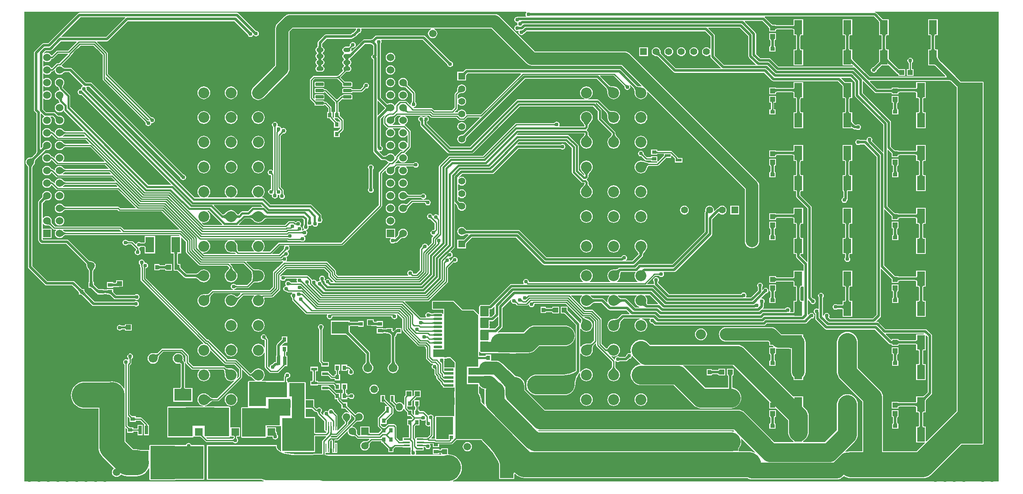
<source format=gtl>
G04*
G04 #@! TF.GenerationSoftware,Altium Limited,Altium Designer,21.8.1 (53)*
G04*
G04 Layer_Physical_Order=1*
G04 Layer_Color=255*
%FSLAX23Y23*%
%MOIN*%
G70*
G04*
G04 #@! TF.SameCoordinates,5902FB8D-61F4-4A33-80A6-77BEAA8E0702*
G04*
G04*
G04 #@! TF.FilePolarity,Positive*
G04*
G01*
G75*
%ADD15C,0.010*%
%ADD24R,0.039X0.039*%
%ADD25R,0.035X0.028*%
%ADD26R,0.028X0.035*%
%ADD27R,0.039X0.039*%
%ADD28R,0.031X0.035*%
%ADD29R,0.026X0.069*%
%ADD30R,0.256X0.264*%
%ADD31R,0.059X0.063*%
%ADD32R,0.168X0.176*%
%ADD33R,0.025X0.026*%
%ADD34R,0.045X0.024*%
%ADD35R,0.063X0.112*%
%ADD36R,0.008X0.067*%
%ADD37R,0.008X0.067*%
G04:AMPARAMS|DCode=38|XSize=26mil|YSize=65mil|CornerRadius=2mil|HoleSize=0mil|Usage=FLASHONLY|Rotation=270.000|XOffset=0mil|YOffset=0mil|HoleType=Round|Shape=RoundedRectangle|*
%AMROUNDEDRECTD38*
21,1,0.026,0.061,0,0,270.0*
21,1,0.022,0.065,0,0,270.0*
1,1,0.004,-0.031,-0.011*
1,1,0.004,-0.031,0.011*
1,1,0.004,0.031,0.011*
1,1,0.004,0.031,-0.011*
%
%ADD38ROUNDEDRECTD38*%
%ADD39R,0.078X0.020*%
%ADD40R,0.087X0.154*%
%ADD41O,0.057X0.035*%
%ADD42R,0.035X0.031*%
%ADD43R,0.070X0.124*%
%ADD44R,0.185X0.280*%
%ADD45O,0.069X0.020*%
%ADD46R,0.112X0.063*%
%ADD47R,0.106X0.220*%
%ADD48R,0.048X0.016*%
%ADD49R,0.024X0.045*%
%ADD50R,0.138X0.098*%
%ADD51R,0.030X0.030*%
%ADD95C,0.015*%
%ADD96C,0.100*%
%ADD97C,0.020*%
%ADD98C,0.150*%
%ADD99C,0.200*%
%ADD100C,0.125*%
%ADD101C,0.040*%
%ADD102R,0.137X0.264*%
%ADD103R,0.220X0.270*%
%ADD104R,0.102X0.139*%
%ADD105R,0.138X0.141*%
%ADD106R,0.137X0.193*%
%ADD107R,0.181X0.123*%
%ADD108R,0.102X0.275*%
%ADD109R,0.123X0.108*%
%ADD110R,0.190X0.138*%
%ADD111R,0.173X0.137*%
%ADD112R,0.186X0.230*%
%ADD113R,0.230X0.147*%
%ADD114R,0.195X0.230*%
%ADD115R,0.175X0.084*%
%ADD116R,0.068X0.066*%
%ADD117R,0.068X0.066*%
%ADD118R,0.285X0.055*%
%ADD119R,0.130X0.055*%
%ADD120R,0.135X0.095*%
%ADD121R,0.195X0.265*%
%ADD122R,0.200X2.873*%
%ADD123C,0.080*%
%ADD124C,0.087*%
%ADD125C,0.060*%
%ADD126R,0.060X0.060*%
%ADD127C,0.059*%
%ADD128O,0.059X0.059*%
%ADD129R,0.059X0.059*%
%ADD130C,0.055*%
%ADD131R,0.055X0.055*%
%ADD132R,0.055X0.055*%
%ADD133C,0.071*%
%ADD134C,0.138*%
%ADD135C,0.031*%
%ADD136C,0.030*%
%ADD137C,0.050*%
%ADD138C,0.250*%
%ADD139C,0.170*%
G36*
X4725Y4843D02*
X4726Y4843D01*
X4726Y4842D01*
X4727Y4842D01*
X4729Y4842D01*
X4733Y4842D01*
X4735Y4842D01*
X4735Y4822D01*
X4733Y4822D01*
X4726Y4822D01*
X4726Y4821D01*
X4725Y4821D01*
X4725Y4821D01*
X4725Y4843D01*
X4725Y4843D01*
D02*
G37*
G36*
X4699Y4849D02*
X4698Y4848D01*
X4693Y4841D01*
X4691Y4832D01*
X4693Y4823D01*
X4696Y4818D01*
X4693Y4813D01*
X4631D01*
X4627Y4813D01*
X4625Y4813D01*
X4616Y4811D01*
X4609Y4806D01*
X4604Y4799D01*
X4602Y4790D01*
X4604Y4781D01*
X4609Y4774D01*
X4616Y4769D01*
X4625Y4767D01*
X4626Y4767D01*
X4629Y4763D01*
X4627Y4755D01*
X4628Y4750D01*
X4628Y4750D01*
X4625Y4745D01*
X4624Y4745D01*
X4616Y4744D01*
X4609Y4739D01*
X4604Y4731D01*
X4602Y4722D01*
X4604Y4714D01*
X4604Y4713D01*
X4605Y4712D01*
X4608Y4706D01*
X4614Y4702D01*
X4615Y4702D01*
X4616Y4701D01*
X4625Y4700D01*
X4634Y4701D01*
X4635Y4702D01*
X4638Y4699D01*
X4639Y4699D01*
X4637Y4690D01*
X4639Y4681D01*
X4644Y4674D01*
X4651Y4669D01*
X4660Y4667D01*
X4669Y4669D01*
X4676Y4674D01*
X4680Y4679D01*
X4681Y4679D01*
X4687Y4683D01*
X4701Y4698D01*
X6118D01*
X6161Y4655D01*
Y4560D01*
X6156Y4558D01*
X6155Y4560D01*
X6147Y4565D01*
X6139Y4569D01*
X6130Y4570D01*
X6121Y4569D01*
X6113Y4565D01*
X6105Y4560D01*
X6100Y4552D01*
X6096Y4544D01*
X6095Y4535D01*
X6096Y4526D01*
X6100Y4518D01*
X6105Y4510D01*
X6113Y4505D01*
X6121Y4501D01*
X6130Y4500D01*
X6139Y4501D01*
X6147Y4505D01*
X6155Y4510D01*
X6156Y4512D01*
X6161Y4510D01*
Y4497D01*
X6162Y4490D01*
X6166Y4485D01*
X6244Y4407D01*
X6242Y4402D01*
X5887D01*
X5770Y4520D01*
X5769Y4520D01*
X5768Y4522D01*
X5767Y4524D01*
X5766Y4525D01*
X5766Y4527D01*
X5765Y4529D01*
X5765Y4531D01*
X5765Y4533D01*
X5765Y4534D01*
X5765Y4535D01*
X5764Y4544D01*
X5760Y4552D01*
X5755Y4560D01*
X5747Y4565D01*
X5739Y4569D01*
X5730Y4570D01*
X5721Y4569D01*
X5713Y4565D01*
X5705Y4560D01*
X5700Y4552D01*
X5696Y4544D01*
X5695Y4535D01*
X5696Y4526D01*
X5700Y4518D01*
X5705Y4510D01*
X5713Y4505D01*
X5721Y4501D01*
X5730Y4500D01*
X5731Y4500D01*
X5732Y4500D01*
X5734Y4500D01*
X5736Y4500D01*
X5738Y4499D01*
X5740Y4499D01*
X5741Y4498D01*
X5743Y4497D01*
X5745Y4496D01*
X5745Y4495D01*
X5868Y4373D01*
X5873Y4369D01*
X5880Y4368D01*
X6588D01*
X6650Y4306D01*
X6656Y4302D01*
X6662Y4301D01*
X7175D01*
X7203Y4273D01*
X7206Y4269D01*
X7209Y4266D01*
X7211Y4263D01*
X7212Y4261D01*
Y4166D01*
X7230D01*
X7230Y4166D01*
X7231Y4166D01*
X7231Y4165D01*
X7232Y4164D01*
X7232Y4162D01*
X7232Y4159D01*
X7233Y4158D01*
Y4062D01*
X7232Y4061D01*
X7232Y4058D01*
X7232Y4056D01*
X7231Y4055D01*
X7231Y4054D01*
X7230Y4054D01*
X7230Y4054D01*
X7230Y4054D01*
X7229Y4054D01*
X7212D01*
Y3928D01*
X7281D01*
X7281Y3928D01*
X7284Y3928D01*
X7286Y3928D01*
X7287Y3928D01*
X7288Y3927D01*
X7289Y3927D01*
X7289Y3927D01*
X7289Y3927D01*
X7294Y3923D01*
X7299Y3919D01*
X7306Y3918D01*
X7320D01*
X7320Y3918D01*
X7326Y3914D01*
X7335Y3912D01*
X7344Y3914D01*
X7351Y3919D01*
X7356Y3926D01*
X7358Y3935D01*
X7356Y3944D01*
X7351Y3951D01*
X7344Y3956D01*
X7335Y3958D01*
X7326Y3956D01*
X7321Y3952D01*
X7319Y3952D01*
X7313D01*
X7297Y3969D01*
X7296Y3970D01*
X7294Y3973D01*
X7292Y3975D01*
X7291Y3977D01*
X7290Y3980D01*
X7289Y3982D01*
X7289Y3984D01*
X7288Y3986D01*
X7288Y3986D01*
Y4054D01*
X7270D01*
X7270Y4054D01*
X7269Y4054D01*
X7269Y4054D01*
X7269Y4054D01*
X7269Y4055D01*
X7268Y4056D01*
X7268Y4058D01*
X7267Y4061D01*
X7267Y4062D01*
Y4158D01*
X7267Y4159D01*
X7268Y4162D01*
X7268Y4164D01*
X7269Y4165D01*
X7269Y4166D01*
X7269Y4166D01*
X7269Y4166D01*
X7288D01*
Y4292D01*
X7235D01*
X7234Y4292D01*
X7232Y4294D01*
X7225Y4299D01*
X7201Y4323D01*
X7203Y4328D01*
X7274D01*
X7310Y4292D01*
Y4188D01*
X7311Y4181D01*
X7315Y4175D01*
X7536Y3955D01*
Y3740D01*
X7531Y3738D01*
X7445Y3824D01*
X7446Y3826D01*
X7448Y3835D01*
X7446Y3844D01*
X7441Y3851D01*
X7434Y3856D01*
X7425Y3858D01*
X7416Y3856D01*
X7409Y3851D01*
X7404Y3844D01*
X7402Y3835D01*
X7402Y3834D01*
X7398Y3831D01*
X7392Y3832D01*
X7350D01*
X7350Y3832D01*
X7344Y3836D01*
X7335Y3838D01*
X7326Y3836D01*
X7319Y3831D01*
X7314Y3824D01*
X7312Y3815D01*
X7314Y3806D01*
X7319Y3799D01*
X7326Y3794D01*
X7335Y3792D01*
X7344Y3794D01*
X7349Y3798D01*
X7351Y3798D01*
X7385D01*
X7482Y3701D01*
Y2442D01*
X7452Y2413D01*
X7113D01*
X7104Y2422D01*
X7106Y2426D01*
X7108Y2435D01*
X7106Y2444D01*
X7101Y2451D01*
X7094Y2456D01*
X7085Y2458D01*
X7076Y2456D01*
X7069Y2451D01*
X7064Y2444D01*
X7062Y2436D01*
X7057Y2437D01*
Y2580D01*
X7057Y2580D01*
X7061Y2586D01*
X7063Y2595D01*
X7061Y2604D01*
X7056Y2611D01*
X7049Y2616D01*
X7040Y2618D01*
X7031Y2616D01*
X7024Y2611D01*
X7019Y2604D01*
X7017Y2595D01*
X7019Y2586D01*
X7023Y2581D01*
X7023Y2579D01*
Y2491D01*
X7018Y2489D01*
X7014Y2491D01*
X7005Y2493D01*
X6996Y2491D01*
X6989Y2486D01*
X6984Y2479D01*
X6982Y2470D01*
X6984Y2461D01*
X6989Y2454D01*
X6996Y2449D01*
Y2412D01*
X6997Y2405D01*
X7001Y2400D01*
X7071Y2329D01*
X7077Y2326D01*
X7083Y2324D01*
X7469D01*
X7582Y2211D01*
X7588Y2207D01*
X7595Y2206D01*
X7600D01*
X7600Y2206D01*
X7602Y2206D01*
X7603Y2206D01*
X7603Y2206D01*
Y2197D01*
X7649D01*
X7650Y2197D01*
X7650Y2197D01*
X7657D01*
Y2203D01*
X7657Y2204D01*
X7657Y2204D01*
X7657Y2204D01*
X7657Y2205D01*
X7658Y2205D01*
X7659Y2206D01*
X7661Y2206D01*
X7663Y2206D01*
X7665Y2207D01*
X7789D01*
X7790Y2206D01*
X7793Y2206D01*
X7795Y2206D01*
X7796Y2205D01*
X7797Y2205D01*
X7797Y2204D01*
X7797Y2204D01*
Y2161D01*
X7815D01*
X7816Y2161D01*
X7816Y2161D01*
X7816Y2160D01*
X7817Y2159D01*
X7817Y2157D01*
X7818Y2154D01*
X7818Y2153D01*
Y2057D01*
X7818Y2056D01*
X7817Y2053D01*
X7817Y2051D01*
X7816Y2050D01*
X7816Y2049D01*
X7816Y2049D01*
X7816Y2049D01*
X7815Y2049D01*
X7815Y2049D01*
X7797D01*
Y1923D01*
X7873D01*
Y2049D01*
X7856D01*
X7855Y2049D01*
X7855Y2049D01*
X7855Y2049D01*
X7854Y2049D01*
X7854Y2050D01*
X7853Y2051D01*
X7853Y2053D01*
X7853Y2056D01*
X7852Y2057D01*
Y2153D01*
X7853Y2154D01*
X7853Y2157D01*
X7853Y2159D01*
X7854Y2160D01*
X7854Y2161D01*
X7855Y2161D01*
X7855Y2161D01*
X7873D01*
Y2276D01*
X7878Y2277D01*
X7888Y2268D01*
Y1827D01*
X7861Y1800D01*
X7857Y1797D01*
X7854Y1794D01*
X7851Y1792D01*
X7850Y1792D01*
X7797D01*
Y1749D01*
X7797Y1748D01*
X7797Y1748D01*
X7796Y1748D01*
X7795Y1747D01*
X7793Y1747D01*
X7790Y1746D01*
X7789Y1746D01*
X7663D01*
X7660Y1746D01*
X7658Y1747D01*
X7657Y1747D01*
Y1750D01*
X7650D01*
X7650Y1750D01*
X7649Y1750D01*
X7603D01*
Y1697D01*
X7657D01*
Y1708D01*
X7657Y1709D01*
X7657Y1709D01*
X7657Y1709D01*
X7657Y1710D01*
X7658Y1710D01*
X7659Y1711D01*
X7661Y1711D01*
X7663Y1711D01*
X7665Y1712D01*
X7789D01*
X7790Y1711D01*
X7793Y1711D01*
X7795Y1711D01*
X7796Y1710D01*
X7797Y1710D01*
X7797Y1709D01*
X7797Y1709D01*
Y1666D01*
X7815D01*
X7816Y1666D01*
X7816Y1666D01*
X7816Y1665D01*
X7817Y1664D01*
X7817Y1662D01*
X7818Y1659D01*
X7818Y1658D01*
Y1562D01*
X7818Y1561D01*
X7817Y1558D01*
X7817Y1556D01*
X7816Y1555D01*
X7816Y1554D01*
X7816Y1554D01*
X7816Y1554D01*
X7815Y1554D01*
X7815Y1554D01*
X7797D01*
Y1428D01*
X7865D01*
X7867Y1424D01*
X7801Y1357D01*
X7532D01*
Y1786D01*
X7531Y1802D01*
X7526Y1818D01*
X7519Y1832D01*
X7508Y1844D01*
X7332Y2020D01*
Y2224D01*
X7331Y2240D01*
X7326Y2255D01*
X7318Y2270D01*
X7308Y2282D01*
X7296Y2292D01*
X7281Y2300D01*
X7266Y2305D01*
X7250Y2306D01*
X7234Y2305D01*
X7218Y2300D01*
X7204Y2292D01*
X7192Y2282D01*
X7181Y2270D01*
X7174Y2255D01*
X7169Y2240D01*
X7167Y2224D01*
Y1986D01*
X7169Y1970D01*
X7174Y1955D01*
X7181Y1940D01*
X7192Y1928D01*
X7368Y1752D01*
Y1357D01*
X7281D01*
X7264Y1356D01*
X7253Y1353D01*
X7247Y1354D01*
X7235Y1353D01*
X7232Y1357D01*
X7308Y1433D01*
X7318Y1445D01*
X7326Y1460D01*
X7331Y1475D01*
X7332Y1491D01*
Y1729D01*
X7331Y1745D01*
X7326Y1760D01*
X7318Y1775D01*
X7308Y1787D01*
X7296Y1797D01*
X7281Y1805D01*
X7266Y1810D01*
X7250Y1811D01*
X7234Y1810D01*
X7218Y1805D01*
X7204Y1797D01*
X7192Y1787D01*
X7181Y1775D01*
X7174Y1760D01*
X7169Y1745D01*
X7167Y1729D01*
Y1525D01*
X7072Y1430D01*
X6898D01*
Y1439D01*
X6906Y1442D01*
X6918Y1453D01*
X6929Y1465D01*
X6936Y1479D01*
X6941Y1495D01*
X6942Y1511D01*
Y1636D01*
X6941Y1652D01*
X6936Y1668D01*
X6929Y1682D01*
X6918Y1694D01*
X6898Y1714D01*
Y1792D01*
X6822D01*
X6822Y1792D01*
Y1792D01*
X6818Y1794D01*
X6433Y2180D01*
X6420Y2190D01*
X6406Y2198D01*
X6391Y2202D01*
X6375Y2204D01*
X5683D01*
X5667Y2219D01*
X5655Y2230D01*
X5641Y2237D01*
X5625Y2242D01*
X5609Y2244D01*
X5593Y2242D01*
X5578Y2237D01*
X5563Y2230D01*
X5551Y2219D01*
X5541Y2207D01*
X5533Y2193D01*
X5528Y2177D01*
X5527Y2161D01*
X5528Y2145D01*
X5530Y2138D01*
X5526Y2135D01*
X5524Y2136D01*
X5515Y2138D01*
X5506Y2136D01*
X5499Y2131D01*
X5494Y2124D01*
X5492Y2117D01*
X5491Y2116D01*
X5483Y2107D01*
X5440D01*
X5440Y2107D01*
X5434Y2111D01*
X5425Y2113D01*
X5416Y2111D01*
X5409Y2106D01*
X5404Y2099D01*
X5402Y2090D01*
X5402Y2088D01*
X5398Y2086D01*
X5375Y2109D01*
X5377Y2113D01*
X5379Y2112D01*
X5393Y2110D01*
X5406Y2112D01*
X5418Y2117D01*
X5428Y2125D01*
X5436Y2136D01*
X5442Y2148D01*
X5443Y2161D01*
X5442Y2174D01*
X5436Y2187D01*
X5428Y2197D01*
X5418Y2205D01*
X5406Y2210D01*
X5393Y2212D01*
X5379Y2210D01*
X5367Y2205D01*
X5357Y2197D01*
X5350Y2189D01*
X5350Y2189D01*
X5350Y2189D01*
X5349Y2187D01*
X5348Y2186D01*
X5348Y2186D01*
X5346Y2183D01*
X5344Y2180D01*
X5341Y2178D01*
X5339Y2177D01*
X5337Y2176D01*
X5335Y2175D01*
X5333Y2174D01*
X5295Y2213D01*
Y2408D01*
X5294Y2413D01*
X5291Y2417D01*
X5228Y2480D01*
X5224Y2482D01*
X5220Y2483D01*
X5165D01*
X5055Y2593D01*
X5057Y2598D01*
X5142D01*
X5143Y2593D01*
X5140Y2591D01*
X5132Y2580D01*
X5127Y2568D01*
X5125Y2555D01*
X5127Y2542D01*
X5132Y2530D01*
X5140Y2519D01*
X5151Y2511D01*
X5163Y2506D01*
X5176Y2504D01*
X5189Y2506D01*
X5201Y2511D01*
X5212Y2519D01*
X5213Y2521D01*
X5216Y2523D01*
X5219Y2526D01*
X5223Y2529D01*
X5226Y2532D01*
X5230Y2534D01*
X5233Y2535D01*
X5236Y2536D01*
X5239Y2537D01*
X5241Y2538D01*
X5295D01*
X5350Y2482D01*
X5356Y2479D01*
X5362Y2477D01*
X5493D01*
X5519Y2452D01*
X5517Y2447D01*
X5464D01*
X5458Y2446D01*
X5452Y2442D01*
X5426Y2417D01*
X5424Y2415D01*
X5422Y2414D01*
X5419Y2412D01*
X5415Y2411D01*
X5412Y2410D01*
X5408Y2409D01*
X5398Y2409D01*
X5395Y2409D01*
X5393Y2409D01*
X5379Y2407D01*
X5367Y2402D01*
X5357Y2394D01*
X5349Y2383D01*
X5344Y2371D01*
X5342Y2358D01*
X5344Y2345D01*
X5349Y2333D01*
X5357Y2322D01*
X5367Y2314D01*
X5379Y2309D01*
X5393Y2307D01*
X5406Y2309D01*
X5418Y2314D01*
X5428Y2322D01*
X5436Y2333D01*
X5442Y2345D01*
X5443Y2358D01*
X5443Y2360D01*
X5443Y2364D01*
X5443Y2369D01*
X5444Y2373D01*
X5445Y2377D01*
X5446Y2381D01*
X5447Y2384D01*
X5448Y2387D01*
X5449Y2390D01*
X5451Y2392D01*
X5472Y2413D01*
X5600D01*
X5600Y2408D01*
X5596Y2407D01*
X5584Y2402D01*
X5573Y2394D01*
X5565Y2383D01*
X5560Y2371D01*
X5558Y2358D01*
X5560Y2345D01*
X5565Y2333D01*
X5573Y2322D01*
X5584Y2314D01*
X5596Y2309D01*
X5609Y2307D01*
X5622Y2309D01*
X5634Y2314D01*
X5645Y2322D01*
X5653Y2333D01*
X5658Y2345D01*
X5660Y2358D01*
X5658Y2371D01*
X5653Y2383D01*
X5645Y2394D01*
X5634Y2402D01*
X5622Y2407D01*
X5618Y2408D01*
X5618Y2413D01*
X5679D01*
X5681Y2408D01*
X5679Y2404D01*
X5677Y2395D01*
X5679Y2386D01*
X5684Y2379D01*
X5691Y2374D01*
X5700Y2372D01*
X5701Y2372D01*
X5702Y2371D01*
X5712Y2362D01*
X5717Y2358D01*
X5724Y2357D01*
X6588D01*
X6594Y2358D01*
X6600Y2362D01*
X6610Y2372D01*
X6915D01*
X6921Y2373D01*
X6927Y2377D01*
X6962Y2412D01*
X6962Y2412D01*
X6963Y2413D01*
X6965Y2412D01*
X6974Y2414D01*
X6981Y2419D01*
X6986Y2426D01*
X6988Y2435D01*
X6986Y2444D01*
X6981Y2451D01*
X6974Y2456D01*
X6965Y2458D01*
X6956Y2456D01*
X6949Y2451D01*
X6944Y2444D01*
X6942Y2443D01*
X6937Y2447D01*
Y2556D01*
X6942Y2558D01*
X6952Y2548D01*
X6952Y2548D01*
X6954Y2541D01*
X6959Y2534D01*
X6966Y2529D01*
X6975Y2527D01*
X6984Y2529D01*
X6991Y2534D01*
X6996Y2541D01*
X6998Y2550D01*
X6996Y2559D01*
X6991Y2566D01*
X6984Y2571D01*
X6977Y2573D01*
X6976Y2574D01*
X6967Y2582D01*
Y3295D01*
X6966Y3302D01*
X6962Y3307D01*
X6877Y3392D01*
Y3420D01*
X6878Y3422D01*
X6878Y3424D01*
X6878Y3426D01*
X6879Y3427D01*
X6879Y3428D01*
X6880Y3428D01*
X6880Y3428D01*
X6898D01*
Y3554D01*
X6881D01*
X6880Y3554D01*
X6880Y3554D01*
X6880Y3554D01*
X6879Y3554D01*
X6879Y3555D01*
X6878Y3556D01*
X6878Y3558D01*
X6878Y3561D01*
X6877Y3562D01*
Y3658D01*
X6878Y3659D01*
X6878Y3662D01*
X6878Y3664D01*
X6879Y3665D01*
X6879Y3666D01*
X6880Y3666D01*
X6880Y3666D01*
X6898D01*
Y3792D01*
X6822D01*
Y3749D01*
X6822Y3748D01*
X6822Y3748D01*
X6821Y3748D01*
X6820Y3747D01*
X6818Y3747D01*
X6815Y3746D01*
X6814Y3746D01*
X6688D01*
X6685Y3746D01*
X6683Y3747D01*
X6682Y3747D01*
Y3750D01*
X6675D01*
X6675Y3750D01*
X6674Y3750D01*
X6628D01*
Y3697D01*
X6682D01*
Y3708D01*
X6682Y3709D01*
X6682Y3709D01*
X6682Y3709D01*
X6682Y3710D01*
X6683Y3710D01*
X6684Y3711D01*
X6686Y3711D01*
X6688Y3711D01*
X6690Y3712D01*
X6814D01*
X6815Y3711D01*
X6818Y3711D01*
X6820Y3711D01*
X6821Y3710D01*
X6822Y3710D01*
X6822Y3709D01*
X6822Y3709D01*
Y3666D01*
X6840D01*
X6841Y3666D01*
X6841Y3666D01*
X6841Y3665D01*
X6842Y3664D01*
X6842Y3662D01*
X6843Y3659D01*
X6843Y3658D01*
Y3562D01*
X6843Y3561D01*
X6842Y3558D01*
X6842Y3556D01*
X6841Y3555D01*
X6841Y3554D01*
X6841Y3554D01*
X6841Y3554D01*
X6840Y3554D01*
X6840Y3554D01*
X6822D01*
Y3428D01*
X6840D01*
X6841Y3428D01*
X6841Y3428D01*
X6841Y3427D01*
X6842Y3426D01*
X6842Y3424D01*
X6843Y3422D01*
X6843Y3420D01*
Y3385D01*
X6844Y3378D01*
X6848Y3373D01*
X6933Y3288D01*
Y2864D01*
X6928Y2862D01*
X6877Y2912D01*
Y2920D01*
X6878Y2922D01*
X6878Y2924D01*
X6878Y2926D01*
X6879Y2927D01*
X6879Y2928D01*
X6880Y2928D01*
X6880Y2928D01*
X6898D01*
Y3054D01*
X6881D01*
X6880Y3054D01*
X6880Y3054D01*
X6880Y3054D01*
X6879Y3054D01*
X6879Y3055D01*
X6878Y3056D01*
X6878Y3058D01*
X6878Y3061D01*
X6877Y3062D01*
Y3158D01*
X6878Y3159D01*
X6878Y3162D01*
X6878Y3164D01*
X6879Y3165D01*
X6879Y3166D01*
X6880Y3166D01*
X6880Y3166D01*
X6898D01*
Y3292D01*
X6822D01*
Y3249D01*
X6822Y3248D01*
X6822Y3248D01*
X6821Y3248D01*
X6820Y3247D01*
X6818Y3247D01*
X6815Y3246D01*
X6814Y3246D01*
X6688D01*
X6685Y3246D01*
X6683Y3247D01*
X6682Y3247D01*
Y3250D01*
X6675D01*
X6675Y3250D01*
X6674Y3250D01*
X6628D01*
Y3197D01*
X6682D01*
Y3208D01*
X6682Y3209D01*
X6682Y3209D01*
X6682Y3209D01*
X6682Y3210D01*
X6683Y3210D01*
X6684Y3211D01*
X6686Y3211D01*
X6688Y3211D01*
X6690Y3212D01*
X6814D01*
X6815Y3211D01*
X6818Y3211D01*
X6820Y3211D01*
X6821Y3210D01*
X6822Y3210D01*
X6822Y3209D01*
X6822Y3209D01*
Y3166D01*
X6840D01*
X6841Y3166D01*
X6841Y3166D01*
X6841Y3165D01*
X6842Y3164D01*
X6842Y3162D01*
X6843Y3159D01*
X6843Y3158D01*
Y3062D01*
X6843Y3061D01*
X6842Y3058D01*
X6842Y3056D01*
X6841Y3055D01*
X6841Y3054D01*
X6841Y3054D01*
X6841Y3054D01*
X6840Y3054D01*
X6840Y3054D01*
X6822D01*
Y2928D01*
X6840D01*
X6841Y2928D01*
X6841Y2928D01*
X6841Y2927D01*
X6842Y2926D01*
X6842Y2924D01*
X6843Y2922D01*
X6843Y2920D01*
Y2905D01*
X6844Y2898D01*
X6848Y2893D01*
X6903Y2838D01*
Y2794D01*
X6898Y2792D01*
Y2792D01*
X6822D01*
Y2743D01*
X6822Y2743D01*
X6822Y2743D01*
X6821Y2742D01*
X6820Y2742D01*
X6818Y2741D01*
X6815Y2741D01*
X6814Y2741D01*
X6690D01*
X6688Y2741D01*
X6686Y2741D01*
X6684Y2742D01*
X6683Y2742D01*
X6682Y2743D01*
X6682Y2743D01*
X6682Y2744D01*
Y2750D01*
X6675D01*
X6675Y2750D01*
X6674Y2750D01*
X6628D01*
Y2697D01*
X6674D01*
X6675Y2697D01*
X6675Y2697D01*
X6682D01*
Y2703D01*
X6682Y2704D01*
X6682Y2704D01*
X6683Y2705D01*
X6684Y2705D01*
X6686Y2706D01*
X6688Y2706D01*
X6690Y2706D01*
X6814D01*
X6815Y2706D01*
X6818Y2706D01*
X6820Y2705D01*
X6821Y2705D01*
X6822Y2704D01*
X6822Y2704D01*
X6822Y2704D01*
Y2666D01*
X6840D01*
X6841Y2666D01*
X6841Y2666D01*
X6841Y2665D01*
X6842Y2664D01*
X6842Y2662D01*
X6843Y2659D01*
X6843Y2658D01*
Y2562D01*
X6843Y2561D01*
X6842Y2558D01*
X6842Y2556D01*
X6841Y2555D01*
X6841Y2554D01*
X6841Y2554D01*
X6841Y2554D01*
X6840Y2554D01*
X6840Y2554D01*
X6822D01*
Y2465D01*
X6822Y2465D01*
X6822Y2464D01*
X6821Y2464D01*
X6820Y2463D01*
X6818Y2463D01*
X6815Y2462D01*
X6814Y2462D01*
X6796D01*
X6794Y2467D01*
X6796Y2471D01*
X6798Y2480D01*
X6796Y2489D01*
X6791Y2496D01*
X6784Y2501D01*
X6775Y2503D01*
X6766Y2501D01*
X6759Y2496D01*
X6754Y2489D01*
X6680D01*
X6678Y2489D01*
X6581D01*
X6579Y2494D01*
X6582Y2497D01*
X6582Y2497D01*
X6586Y2502D01*
X6587Y2509D01*
Y2535D01*
X6587Y2535D01*
X6591Y2541D01*
X6593Y2550D01*
X6591Y2559D01*
X6586Y2566D01*
X6579Y2571D01*
X6570Y2573D01*
X6569Y2573D01*
X6567Y2577D01*
X6602Y2612D01*
X6602Y2612D01*
X6609Y2614D01*
X6616Y2619D01*
X6621Y2626D01*
X6623Y2635D01*
X6621Y2644D01*
X6616Y2651D01*
X6609Y2656D01*
X6600Y2658D01*
X6591Y2656D01*
X6584Y2651D01*
X6579Y2644D01*
X6578Y2642D01*
X6577Y2641D01*
X6572Y2644D01*
Y2660D01*
X6572Y2660D01*
X6576Y2666D01*
X6578Y2675D01*
X6576Y2684D01*
X6571Y2691D01*
X6564Y2696D01*
X6555Y2698D01*
X6546Y2696D01*
X6539Y2691D01*
X6534Y2684D01*
X6532Y2675D01*
X6534Y2666D01*
X6538Y2661D01*
X6538Y2659D01*
Y2635D01*
X6483Y2580D01*
X6447D01*
X6444Y2585D01*
X6446Y2589D01*
X6448Y2598D01*
X6446Y2606D01*
X6441Y2614D01*
X6434Y2619D01*
X6425Y2620D01*
X6416Y2619D01*
X6409Y2614D01*
X6405Y2607D01*
X6404Y2607D01*
X5834D01*
X5747Y2694D01*
Y2705D01*
X5747Y2705D01*
X5751Y2711D01*
X5753Y2720D01*
X5751Y2729D01*
X5746Y2736D01*
X5739Y2741D01*
X5730Y2743D01*
X5721Y2741D01*
X5714Y2736D01*
X5709Y2729D01*
X5707Y2720D01*
X5709Y2711D01*
X5713Y2706D01*
X5713Y2704D01*
Y2691D01*
X5709Y2687D01*
X5660D01*
X5658Y2691D01*
X5720Y2753D01*
X5747D01*
X5748Y2753D01*
X5748Y2753D01*
X5749Y2752D01*
X5750Y2752D01*
X5751Y2752D01*
X5751Y2751D01*
X5752Y2751D01*
X5753Y2750D01*
X5754Y2749D01*
X5761Y2744D01*
X5770Y2742D01*
X5779Y2744D01*
X5786Y2749D01*
X5791Y2756D01*
X5793Y2765D01*
X5791Y2774D01*
X5789Y2778D01*
X5791Y2783D01*
X5873D01*
X5880Y2784D01*
X5885Y2788D01*
X6171Y3074D01*
X6175Y3079D01*
X6176Y3086D01*
Y3202D01*
X6225Y3251D01*
X6230Y3250D01*
X6230Y3250D01*
X6238Y3245D01*
X6246Y3241D01*
X6255Y3240D01*
X6264Y3241D01*
X6272Y3245D01*
X6280Y3250D01*
X6285Y3258D01*
X6289Y3266D01*
X6290Y3275D01*
X6289Y3284D01*
X6285Y3292D01*
X6280Y3300D01*
X6272Y3305D01*
X6264Y3309D01*
X6255Y3310D01*
X6246Y3309D01*
X6238Y3305D01*
X6230Y3300D01*
X6225Y3292D01*
X6225Y3292D01*
X6218Y3291D01*
X6213Y3287D01*
X6194Y3269D01*
X6189Y3271D01*
X6190Y3275D01*
X6189Y3284D01*
X6185Y3292D01*
X6180Y3300D01*
X6172Y3305D01*
X6164Y3309D01*
X6155Y3310D01*
X6146Y3309D01*
X6138Y3305D01*
X6130Y3300D01*
X6125Y3292D01*
X6121Y3284D01*
X6120Y3275D01*
X6121Y3266D01*
X6121Y3266D01*
X6120Y3264D01*
X6116Y3259D01*
X6115Y3252D01*
Y3104D01*
X5858Y2847D01*
X5600D01*
X5593Y2846D01*
X5588Y2842D01*
X5564Y2818D01*
X5442D01*
X5435Y2817D01*
X5429Y2813D01*
X5426Y2810D01*
X5424Y2809D01*
X5422Y2807D01*
X5419Y2806D01*
X5415Y2805D01*
X5412Y2804D01*
X5408Y2803D01*
X5398Y2802D01*
X5395Y2802D01*
X5393Y2803D01*
X5379Y2801D01*
X5367Y2796D01*
X5357Y2788D01*
X5349Y2777D01*
X5344Y2765D01*
X5342Y2752D01*
X5344Y2739D01*
X5349Y2726D01*
X5357Y2716D01*
X5366Y2708D01*
X5366Y2703D01*
X5203D01*
X5202Y2708D01*
X5212Y2716D01*
X5220Y2726D01*
X5225Y2739D01*
X5227Y2752D01*
X5225Y2765D01*
X5220Y2777D01*
X5212Y2788D01*
X5201Y2796D01*
X5189Y2801D01*
X5176Y2803D01*
X5163Y2801D01*
X5151Y2796D01*
X5140Y2788D01*
X5132Y2777D01*
X5127Y2765D01*
X5125Y2752D01*
X5127Y2739D01*
X5132Y2726D01*
X5140Y2716D01*
X5150Y2708D01*
X5149Y2703D01*
X4719D01*
X4718Y2705D01*
X4716Y2714D01*
X4711Y2721D01*
X4704Y2726D01*
X4695Y2728D01*
X4686Y2726D01*
X4679Y2721D01*
X4674Y2714D01*
X4672Y2705D01*
X4674Y2696D01*
X4677Y2692D01*
X4674Y2687D01*
X4579D01*
X4573Y2685D01*
X4567Y2681D01*
X4406Y2521D01*
X4366D01*
X4365Y2520D01*
X4341D01*
X4335Y2519D01*
X4329Y2515D01*
X4326Y2510D01*
X4325Y2508D01*
X4325Y2508D01*
X4323Y2505D01*
X4323Y2502D01*
Y2449D01*
X4318Y2447D01*
X4285Y2480D01*
X4283Y2482D01*
X4280Y2482D01*
X4193Y2482D01*
X4125Y2550D01*
X4123Y2552D01*
X4120Y2552D01*
X3955D01*
X3952Y2552D01*
X3950Y2550D01*
X3948Y2548D01*
X3948Y2545D01*
Y2491D01*
X3948Y2488D01*
X3950Y2486D01*
X3952Y2485D01*
X3955Y2484D01*
X4038Y2484D01*
Y2451D01*
X4033Y2449D01*
X4031Y2452D01*
X4025Y2456D01*
X4019Y2457D01*
X3969D01*
X3964Y2456D01*
X3964Y2456D01*
X3964Y2456D01*
X3963Y2456D01*
X3962Y2455D01*
X3962Y2455D01*
X3961Y2455D01*
X3960Y2454D01*
X3959Y2454D01*
X3958Y2453D01*
X3957Y2453D01*
X3956Y2453D01*
X3955Y2453D01*
X3954Y2453D01*
X3953Y2452D01*
X3943D01*
X3942Y2453D01*
X3941Y2453D01*
X3941Y2453D01*
X3940Y2453D01*
X3939Y2454D01*
X3938Y2454D01*
X3938Y2455D01*
X3937Y2455D01*
X3936Y2456D01*
X3929Y2461D01*
X3920Y2463D01*
X3911Y2461D01*
X3904Y2456D01*
X3899Y2449D01*
X3897Y2440D01*
X3899Y2431D01*
X3902Y2426D01*
X3900Y2421D01*
X3857D01*
X3732Y2545D01*
X3734Y2550D01*
X3917D01*
X3921Y2551D01*
X3925Y2553D01*
X4072Y2700D01*
X4074Y2704D01*
X4075Y2708D01*
Y2816D01*
X4118Y2859D01*
X4118Y2859D01*
X4119Y2859D01*
X4119Y2859D01*
X4119Y2859D01*
X4120Y2859D01*
X4120Y2859D01*
X4120Y2859D01*
X4120Y2859D01*
X4121Y2859D01*
X4130Y2857D01*
X4139Y2859D01*
X4146Y2864D01*
X4151Y2871D01*
X4153Y2880D01*
X4151Y2889D01*
X4146Y2896D01*
X4139Y2901D01*
X4130Y2903D01*
X4121Y2901D01*
X4114Y2896D01*
X4109Y2889D01*
X4108Y2887D01*
X4108Y2887D01*
X4107Y2884D01*
X4107Y2883D01*
X4105Y2881D01*
X4105Y2880D01*
X4104Y2879D01*
X4097Y2873D01*
X4095Y2874D01*
X4093Y2875D01*
X4091Y2884D01*
X4086Y2891D01*
X4083Y2893D01*
X4085Y2898D01*
X4090Y2897D01*
X4099Y2899D01*
X4106Y2904D01*
X4111Y2911D01*
X4113Y2920D01*
X4111Y2929D01*
X4106Y2936D01*
X4099Y2941D01*
X4096Y2942D01*
X4095Y2946D01*
X4125Y2976D01*
X4128Y2981D01*
X4129Y2987D01*
Y3325D01*
X4134Y3327D01*
X4144Y3316D01*
X4145Y3316D01*
X4146Y3314D01*
X4147Y3312D01*
X4148Y3311D01*
X4149Y3309D01*
X4149Y3307D01*
X4150Y3305D01*
X4150Y3303D01*
X4151Y3301D01*
X4151Y3300D01*
X4151Y3296D01*
X4155Y3288D01*
X4160Y3280D01*
X4168Y3275D01*
X4176Y3271D01*
X4185Y3270D01*
X4194Y3271D01*
X4202Y3275D01*
X4210Y3280D01*
X4215Y3288D01*
X4219Y3296D01*
X4220Y3305D01*
X4219Y3314D01*
X4215Y3322D01*
X4210Y3330D01*
X4202Y3335D01*
X4194Y3339D01*
X4185Y3340D01*
X4181Y3339D01*
X4181Y3339D01*
X4178Y3339D01*
X4177Y3339D01*
X4175Y3339D01*
X4173Y3340D01*
X4172Y3340D01*
X4170Y3341D01*
X4169Y3342D01*
X4167Y3343D01*
X4166Y3343D01*
X4157Y3352D01*
Y3376D01*
X4162Y3379D01*
X4168Y3375D01*
X4176Y3371D01*
X4185Y3370D01*
X4194Y3371D01*
X4202Y3375D01*
X4210Y3380D01*
X4215Y3388D01*
X4219Y3396D01*
X4220Y3405D01*
X4219Y3414D01*
X4215Y3422D01*
X4210Y3430D01*
X4202Y3435D01*
X4194Y3439D01*
X4185Y3440D01*
X4176Y3439D01*
X4168Y3435D01*
X4162Y3431D01*
X4157Y3434D01*
Y3476D01*
X4162Y3479D01*
X4168Y3475D01*
X4176Y3471D01*
X4185Y3470D01*
X4194Y3471D01*
X4202Y3475D01*
X4210Y3480D01*
X4215Y3488D01*
X4219Y3496D01*
X4220Y3505D01*
X4219Y3514D01*
X4215Y3522D01*
X4210Y3530D01*
X4202Y3535D01*
X4194Y3539D01*
X4185Y3540D01*
X4176Y3539D01*
X4168Y3535D01*
X4166Y3534D01*
X4163Y3538D01*
X4188Y3563D01*
X4430D01*
X4437Y3564D01*
X4442Y3568D01*
X4637Y3763D01*
X4970D01*
X4970Y3763D01*
X4976Y3759D01*
X4985Y3757D01*
X4994Y3759D01*
X5001Y3764D01*
X5006Y3771D01*
X5008Y3780D01*
X5006Y3789D01*
X5001Y3796D01*
X4994Y3801D01*
X4985Y3803D01*
X4976Y3801D01*
X4971Y3797D01*
X4969Y3797D01*
X4630D01*
X4630Y3797D01*
X4627Y3802D01*
X4643Y3818D01*
X5010D01*
X5060Y3769D01*
Y3577D01*
X5061Y3571D01*
X5064Y3566D01*
X5134Y3497D01*
X5139Y3493D01*
X5144Y3492D01*
X5159D01*
X5161Y3488D01*
X5161Y3487D01*
X5161Y3485D01*
X5160Y3482D01*
X5158Y3480D01*
X5157Y3476D01*
X5154Y3473D01*
X5152Y3469D01*
X5145Y3461D01*
X5142Y3458D01*
X5140Y3457D01*
X5132Y3446D01*
X5127Y3434D01*
X5125Y3421D01*
X5127Y3408D01*
X5132Y3396D01*
X5140Y3385D01*
X5151Y3377D01*
X5163Y3372D01*
X5176Y3370D01*
X5189Y3372D01*
X5201Y3377D01*
X5212Y3385D01*
X5220Y3396D01*
X5225Y3408D01*
X5227Y3421D01*
X5225Y3434D01*
X5220Y3446D01*
X5212Y3457D01*
X5210Y3458D01*
X5203Y3465D01*
X5200Y3469D01*
X5198Y3473D01*
X5195Y3476D01*
X5194Y3480D01*
X5192Y3482D01*
X5191Y3485D01*
X5191Y3488D01*
X5191Y3488D01*
Y3498D01*
X5190Y3504D01*
X5186Y3509D01*
X5179Y3516D01*
X5178Y3519D01*
X5179Y3523D01*
X5186Y3530D01*
X5190Y3535D01*
X5191Y3541D01*
Y3551D01*
X5191Y3551D01*
X5191Y3554D01*
X5192Y3557D01*
X5194Y3559D01*
X5195Y3563D01*
X5198Y3566D01*
X5200Y3570D01*
X5207Y3578D01*
X5210Y3581D01*
X5212Y3582D01*
X5220Y3593D01*
X5225Y3605D01*
X5227Y3618D01*
X5225Y3631D01*
X5220Y3643D01*
X5212Y3654D01*
X5201Y3662D01*
X5189Y3667D01*
X5176Y3669D01*
X5163Y3667D01*
X5151Y3662D01*
X5140Y3654D01*
X5132Y3643D01*
X5127Y3631D01*
X5125Y3618D01*
X5127Y3605D01*
X5132Y3593D01*
X5140Y3582D01*
X5142Y3581D01*
X5149Y3574D01*
X5152Y3570D01*
X5154Y3566D01*
X5157Y3563D01*
X5158Y3559D01*
X5160Y3557D01*
X5161Y3554D01*
X5156Y3552D01*
X5114Y3593D01*
Y3785D01*
X5113Y3791D01*
X5110Y3796D01*
X5037Y3868D01*
X5032Y3872D01*
X5027Y3873D01*
X4627D01*
X4626Y3873D01*
X4623Y3877D01*
X4632Y3886D01*
X4963D01*
X4964Y3886D01*
X5159D01*
X5161Y3882D01*
X5161Y3881D01*
X5161Y3879D01*
X5160Y3876D01*
X5158Y3873D01*
X5157Y3870D01*
X5154Y3867D01*
X5152Y3863D01*
X5145Y3855D01*
X5142Y3852D01*
X5140Y3851D01*
X5132Y3840D01*
X5127Y3828D01*
X5125Y3815D01*
X5127Y3802D01*
X5132Y3789D01*
X5140Y3779D01*
X5151Y3771D01*
X5163Y3766D01*
X5176Y3764D01*
X5189Y3766D01*
X5201Y3771D01*
X5212Y3779D01*
X5220Y3789D01*
X5225Y3802D01*
X5227Y3815D01*
X5225Y3828D01*
X5220Y3840D01*
X5212Y3851D01*
X5210Y3852D01*
X5203Y3859D01*
X5200Y3863D01*
X5198Y3867D01*
X5195Y3870D01*
X5194Y3873D01*
X5192Y3876D01*
X5191Y3879D01*
X5191Y3881D01*
X5191Y3882D01*
Y3892D01*
X5190Y3897D01*
X5186Y3902D01*
X5179Y3910D01*
X5178Y3913D01*
X5179Y3916D01*
X5186Y3924D01*
X5190Y3929D01*
X5191Y3935D01*
Y3945D01*
X5191Y3945D01*
X5191Y3948D01*
X5192Y3950D01*
X5194Y3953D01*
X5195Y3956D01*
X5198Y3960D01*
X5200Y3963D01*
X5207Y3971D01*
X5210Y3974D01*
X5212Y3976D01*
X5220Y3986D01*
X5225Y3998D01*
X5227Y4012D01*
X5225Y4025D01*
X5220Y4037D01*
X5212Y4048D01*
X5201Y4056D01*
X5189Y4061D01*
X5176Y4062D01*
X5163Y4061D01*
X5151Y4056D01*
X5140Y4048D01*
X5132Y4037D01*
X5127Y4025D01*
X5125Y4012D01*
X5127Y3998D01*
X5132Y3986D01*
X5140Y3976D01*
X5142Y3975D01*
X5149Y3967D01*
X5152Y3963D01*
X5154Y3960D01*
X5157Y3956D01*
X5158Y3953D01*
X5160Y3950D01*
X5161Y3948D01*
X5161Y3946D01*
X5161Y3945D01*
X5159Y3941D01*
X4962D01*
X4960Y3945D01*
X4961Y3947D01*
X4963Y3956D01*
X4961Y3964D01*
X4956Y3972D01*
X4949Y3977D01*
X4940Y3979D01*
X4931Y3977D01*
X4924Y3972D01*
X4923Y3971D01*
X4922Y3970D01*
X4921Y3969D01*
X4921Y3969D01*
X4920Y3969D01*
X4919Y3968D01*
X4918Y3968D01*
X4918Y3968D01*
X4917Y3968D01*
X4618D01*
X4613Y3967D01*
X4609Y3964D01*
X4353Y3708D01*
X4090D01*
X4085Y3707D01*
X4081Y3705D01*
X4007Y3630D01*
X4004Y3626D01*
X4003Y3622D01*
Y3235D01*
X3998Y3233D01*
X3996Y3236D01*
X3989Y3241D01*
X3980Y3243D01*
X3971Y3241D01*
X3964Y3236D01*
X3959Y3229D01*
X3957Y3229D01*
X3954Y3230D01*
X3953Y3234D01*
X3948Y3241D01*
X3941Y3246D01*
X3932Y3248D01*
X3923Y3246D01*
X3916Y3241D01*
X3911Y3234D01*
X3909Y3225D01*
X3911Y3216D01*
X3916Y3209D01*
X3923Y3204D01*
X3932Y3202D01*
X3933Y3202D01*
X3934Y3202D01*
X3935Y3202D01*
X3936Y3202D01*
X3937Y3202D01*
X3938Y3201D01*
X3938Y3201D01*
X3939Y3201D01*
X3939Y3200D01*
X3969Y3170D01*
Y3122D01*
X3967Y3120D01*
X3967Y3119D01*
X3966Y3119D01*
X3966Y3119D01*
X3965Y3118D01*
X3964Y3118D01*
X3963Y3118D01*
X3962Y3118D01*
X3961Y3118D01*
X3960Y3118D01*
X3951Y3116D01*
X3944Y3111D01*
X3939Y3104D01*
X3937Y3095D01*
X3939Y3086D01*
X3944Y3079D01*
X3951Y3074D01*
X3956Y3073D01*
X3958Y3067D01*
X3949Y3059D01*
X3947Y3055D01*
X3946Y3050D01*
Y3018D01*
X3919Y2991D01*
X3914Y2993D01*
X3914Y2995D01*
X3909Y3003D01*
X3902Y3008D01*
X3893Y3009D01*
X3884Y3008D01*
X3876Y3003D01*
X3872Y2995D01*
X3871Y2992D01*
X3871Y2992D01*
X3870Y2991D01*
X3870Y2990D01*
X3869Y2987D01*
X3869Y2986D01*
X3868Y2985D01*
X3868Y2984D01*
X3867Y2984D01*
X3867Y2983D01*
X3864Y2981D01*
X3862Y2980D01*
X3856Y2974D01*
X3854Y2970D01*
X3853Y2965D01*
Y2799D01*
X3823Y2770D01*
X3801D01*
X3799Y2773D01*
X3797Y2782D01*
X3792Y2789D01*
X3785Y2794D01*
X3776Y2796D01*
X3767Y2794D01*
X3760Y2789D01*
X3755Y2782D01*
X3753Y2773D01*
X3755Y2764D01*
X3759Y2758D01*
X3757Y2753D01*
X3202D01*
X3184Y2771D01*
Y2791D01*
X3183Y2796D01*
X3180Y2800D01*
X3118Y2863D01*
X3114Y2865D01*
X3109Y2866D01*
X2793D01*
X2791Y2871D01*
X2796Y2878D01*
X2797Y2886D01*
X2796Y2895D01*
X2792Y2900D01*
X2795Y2906D01*
X2798Y2906D01*
X2805Y2911D01*
X2810Y2919D01*
X2812Y2927D01*
X2810Y2936D01*
X2805Y2944D01*
X2803Y2945D01*
X2803Y2951D01*
X2811Y2956D01*
X2816Y2963D01*
X2817Y2972D01*
X2816Y2981D01*
X2812Y2987D01*
X2813Y2992D01*
X3233D01*
X3237Y2993D01*
X3241Y2995D01*
X3547Y3301D01*
X3550Y3305D01*
X3551Y3310D01*
Y3565D01*
X3576Y3590D01*
X3581Y3588D01*
X3582Y3580D01*
X3586Y3571D01*
X3592Y3564D01*
X3599Y3558D01*
X3608Y3554D01*
X3618Y3553D01*
X3628Y3554D01*
X3637Y3558D01*
X3644Y3564D01*
X3650Y3571D01*
X3654Y3580D01*
X3655Y3590D01*
X3655Y3591D01*
X3655Y3594D01*
X3656Y3602D01*
X3656Y3605D01*
X3657Y3607D01*
X3657Y3610D01*
X3658Y3612D01*
X3659Y3613D01*
X3660Y3614D01*
X3660Y3614D01*
X3668Y3623D01*
X3692D01*
X3693Y3618D01*
X3692Y3616D01*
X3686Y3609D01*
X3682Y3600D01*
X3681Y3590D01*
X3682Y3580D01*
X3686Y3571D01*
X3692Y3564D01*
X3699Y3558D01*
X3708Y3554D01*
X3718Y3553D01*
X3728Y3554D01*
X3737Y3558D01*
X3744Y3564D01*
X3750Y3571D01*
X3754Y3580D01*
X3755Y3590D01*
X3754Y3600D01*
X3750Y3609D01*
X3744Y3616D01*
X3743Y3618D01*
X3745Y3623D01*
X3797D01*
X3798Y3623D01*
X3798Y3623D01*
X3799Y3622D01*
X3800Y3622D01*
X3801Y3622D01*
X3801Y3621D01*
X3802Y3621D01*
X3803Y3620D01*
X3804Y3619D01*
X3811Y3614D01*
X3820Y3612D01*
X3829Y3614D01*
X3836Y3619D01*
X3841Y3626D01*
X3843Y3635D01*
X3841Y3644D01*
X3836Y3651D01*
X3829Y3656D01*
X3820Y3658D01*
X3811Y3656D01*
X3804Y3651D01*
X3803Y3650D01*
X3802Y3649D01*
X3801Y3649D01*
X3801Y3648D01*
X3800Y3648D01*
X3799Y3648D01*
X3798Y3647D01*
X3798Y3647D01*
X3797Y3647D01*
X3663D01*
X3658Y3646D01*
X3658Y3646D01*
X3655Y3650D01*
X3678Y3674D01*
X3679Y3674D01*
X3685Y3674D01*
X3686Y3671D01*
X3692Y3664D01*
X3699Y3658D01*
X3708Y3654D01*
X3718Y3653D01*
X3728Y3654D01*
X3737Y3658D01*
X3744Y3664D01*
X3750Y3671D01*
X3754Y3680D01*
X3755Y3690D01*
X3754Y3700D01*
X3750Y3709D01*
X3744Y3716D01*
X3737Y3722D01*
X3735Y3723D01*
X3734Y3729D01*
X3776Y3771D01*
X3778Y3775D01*
X3779Y3779D01*
Y3901D01*
X3778Y3905D01*
X3776Y3909D01*
X3736Y3949D01*
X3733Y3951D01*
X3733Y3954D01*
X3733Y3956D01*
X3737Y3958D01*
X3744Y3964D01*
X3750Y3971D01*
X3754Y3980D01*
X3755Y3990D01*
X3754Y4000D01*
X3750Y4009D01*
X3744Y4016D01*
X3737Y4022D01*
X3736Y4023D01*
X3737Y4028D01*
X3925D01*
X3938Y4014D01*
X3942Y4012D01*
X3947Y4011D01*
X4141D01*
X4160Y3992D01*
X4164Y3989D01*
X4169Y3988D01*
X4201D01*
X4206Y3989D01*
X4210Y3992D01*
X4231Y4013D01*
X4327D01*
X4329Y4008D01*
X4200Y3880D01*
X4200Y3879D01*
X4198Y3878D01*
X4196Y3877D01*
X4195Y3876D01*
X4193Y3876D01*
X4191Y3875D01*
X4189Y3875D01*
X4187Y3875D01*
X4186Y3875D01*
X4185Y3875D01*
X4176Y3874D01*
X4168Y3870D01*
X4160Y3865D01*
X4155Y3857D01*
X4151Y3849D01*
X4150Y3840D01*
X4151Y3831D01*
X4155Y3823D01*
X4160Y3815D01*
X4168Y3810D01*
X4176Y3806D01*
X4185Y3805D01*
X4194Y3806D01*
X4202Y3810D01*
X4210Y3815D01*
X4215Y3823D01*
X4219Y3831D01*
X4220Y3840D01*
X4220Y3841D01*
X4220Y3842D01*
X4220Y3844D01*
X4220Y3846D01*
X4221Y3848D01*
X4221Y3850D01*
X4222Y3851D01*
X4223Y3853D01*
X4224Y3855D01*
X4225Y3855D01*
X4688Y4319D01*
X5258D01*
X5334Y4242D01*
X5336Y4240D01*
X5337Y4238D01*
X5338Y4235D01*
X5340Y4231D01*
X5340Y4228D01*
X5341Y4224D01*
X5342Y4214D01*
X5342Y4211D01*
X5342Y4208D01*
X5344Y4195D01*
X5349Y4183D01*
X5357Y4173D01*
X5367Y4165D01*
X5379Y4159D01*
X5393Y4158D01*
X5406Y4159D01*
X5418Y4165D01*
X5428Y4173D01*
X5436Y4183D01*
X5442Y4195D01*
X5443Y4208D01*
X5442Y4222D01*
X5436Y4234D01*
X5428Y4244D01*
X5418Y4252D01*
X5406Y4257D01*
X5393Y4259D01*
X5390Y4259D01*
X5387Y4259D01*
X5382Y4259D01*
X5378Y4260D01*
X5373Y4261D01*
X5370Y4261D01*
X5366Y4263D01*
X5363Y4264D01*
X5361Y4265D01*
X5359Y4267D01*
X5284Y4341D01*
X5286Y4346D01*
X5392D01*
X5476Y4261D01*
X5477Y4261D01*
X5477Y4260D01*
X5477Y4260D01*
X5478Y4259D01*
X5478Y4258D01*
X5478Y4257D01*
X5478Y4256D01*
X5478Y4255D01*
X5478Y4254D01*
X5480Y4245D01*
X5485Y4238D01*
X5492Y4233D01*
X5501Y4231D01*
X5510Y4233D01*
X5517Y4238D01*
X5522Y4245D01*
X5524Y4254D01*
X5522Y4263D01*
X5520Y4266D01*
X5524Y4269D01*
X5551Y4242D01*
X5552Y4240D01*
X5554Y4238D01*
X5555Y4235D01*
X5556Y4231D01*
X5557Y4228D01*
X5558Y4224D01*
X5559Y4214D01*
X5559Y4211D01*
X5558Y4208D01*
X5560Y4195D01*
X5565Y4183D01*
X5573Y4173D01*
X5584Y4165D01*
X5596Y4159D01*
X5609Y4158D01*
X5622Y4159D01*
X5634Y4165D01*
X5645Y4173D01*
X5653Y4183D01*
X5658Y4195D01*
X5660Y4208D01*
X5659Y4212D01*
X5664Y4214D01*
X6435Y3444D01*
Y3037D01*
X6434Y3029D01*
X6435Y3014D01*
X6441Y3000D01*
X6450Y2988D01*
X6462Y2979D01*
X6476Y2973D01*
X6491Y2972D01*
X6506Y2973D01*
X6520Y2979D01*
X6532Y2988D01*
X6533Y2989D01*
X6542Y3001D01*
X6548Y3015D01*
X6549Y3030D01*
Y3467D01*
X6548Y3482D01*
X6542Y3496D01*
X6533Y3508D01*
X5519Y4522D01*
X5507Y4531D01*
X5493Y4537D01*
X5478Y4538D01*
X4767D01*
X4488Y4818D01*
X4476Y4827D01*
X4462Y4833D01*
X4447Y4834D01*
X2819D01*
X2804Y4833D01*
X2790Y4827D01*
X2778Y4818D01*
X2719Y4759D01*
X2710Y4747D01*
X2704Y4733D01*
X2703Y4718D01*
Y4424D01*
X2527Y4249D01*
X2518Y4237D01*
X2513Y4223D01*
X2511Y4208D01*
X2513Y4194D01*
X2518Y4180D01*
X2527Y4168D01*
X2539Y4159D01*
X2553Y4153D01*
X2568Y4151D01*
X2583Y4153D01*
X2597Y4159D01*
X2609Y4168D01*
X2801Y4360D01*
X2810Y4372D01*
X2816Y4386D01*
X2817Y4400D01*
Y4695D01*
X2842Y4720D01*
X3344D01*
X3346Y4715D01*
X3345Y4713D01*
X3343Y4707D01*
X3342Y4705D01*
X3323Y4686D01*
X3317Y4685D01*
X3311Y4681D01*
X3303Y4672D01*
X3105D01*
X3098Y4671D01*
X3093Y4667D01*
X3045Y4620D01*
X3042Y4614D01*
X3040Y4608D01*
Y4582D01*
X3040Y4580D01*
X3040Y4578D01*
X3039Y4575D01*
X3039Y4574D01*
X3039Y4574D01*
X3037Y4573D01*
X3029Y4568D01*
X3024Y4560D01*
X3022Y4550D01*
X3024Y4540D01*
X3029Y4532D01*
X3036Y4528D01*
X3036Y4527D01*
Y4523D01*
X3036Y4522D01*
X3029Y4518D01*
X3024Y4510D01*
X3022Y4500D01*
X3024Y4490D01*
X3029Y4482D01*
X3036Y4478D01*
X3036Y4477D01*
Y4473D01*
X3036Y4472D01*
X3029Y4468D01*
X3024Y4460D01*
X3022Y4450D01*
X3024Y4440D01*
X3029Y4432D01*
X3036Y4428D01*
X3036Y4427D01*
Y4423D01*
X3036Y4422D01*
X3029Y4418D01*
X3024Y4410D01*
X3022Y4400D01*
X3024Y4390D01*
X3029Y4382D01*
X3037Y4377D01*
X3047Y4375D01*
X3069D01*
X3078Y4377D01*
X3086Y4382D01*
X3092Y4390D01*
X3094Y4400D01*
X3092Y4410D01*
X3086Y4418D01*
X3080Y4422D01*
X3080Y4423D01*
Y4427D01*
X3080Y4428D01*
X3086Y4432D01*
X3092Y4440D01*
X3094Y4450D01*
X3092Y4460D01*
X3086Y4468D01*
X3080Y4472D01*
X3080Y4473D01*
Y4477D01*
X3080Y4478D01*
X3086Y4482D01*
X3092Y4490D01*
X3094Y4500D01*
X3092Y4510D01*
X3086Y4518D01*
X3080Y4522D01*
X3080Y4523D01*
Y4527D01*
X3080Y4528D01*
X3086Y4532D01*
X3092Y4540D01*
X3094Y4550D01*
X3092Y4560D01*
X3086Y4568D01*
X3078Y4573D01*
X3077Y4574D01*
X3077Y4574D01*
X3076Y4575D01*
X3076Y4578D01*
X3075Y4580D01*
X3075Y4582D01*
Y4601D01*
X3112Y4638D01*
X3310D01*
X3317Y4639D01*
X3322Y4643D01*
X3331Y4651D01*
X3337Y4652D01*
X3342Y4656D01*
X3368Y4682D01*
X3368Y4682D01*
X3375Y4683D01*
X3382Y4688D01*
X3387Y4696D01*
X3389Y4705D01*
X3387Y4713D01*
X3386Y4715D01*
X3388Y4720D01*
X3941D01*
X3942Y4715D01*
X3936Y4712D01*
X3928Y4706D01*
X3922Y4698D01*
X3918Y4690D01*
X3917Y4680D01*
X3918Y4670D01*
X3922Y4662D01*
X3928Y4654D01*
X3936Y4648D01*
X3944Y4644D01*
X3954Y4643D01*
X3964Y4644D01*
X3972Y4648D01*
X3980Y4654D01*
X3986Y4662D01*
X3990Y4670D01*
X3991Y4680D01*
X3990Y4690D01*
X3986Y4698D01*
X3980Y4706D01*
X3972Y4712D01*
X3966Y4715D01*
X3967Y4720D01*
X4423D01*
X4702Y4440D01*
X4714Y4431D01*
X4728Y4425D01*
X4743Y4424D01*
X5455D01*
X5615Y4263D01*
X5613Y4259D01*
X5609Y4259D01*
X5607Y4259D01*
X5603Y4259D01*
X5599Y4259D01*
X5594Y4260D01*
X5590Y4261D01*
X5586Y4261D01*
X5583Y4263D01*
X5580Y4264D01*
X5577Y4265D01*
X5575Y4267D01*
X5450Y4392D01*
X5444Y4396D01*
X5438Y4397D01*
X4225D01*
X4218Y4396D01*
X4213Y4392D01*
X4203Y4382D01*
X4200Y4380D01*
X4197Y4378D01*
X4195Y4376D01*
X4193Y4375D01*
X4150D01*
Y4305D01*
X4220D01*
Y4348D01*
X4221Y4350D01*
X4223Y4352D01*
X4227Y4357D01*
X4232Y4363D01*
X4653D01*
X4655Y4358D01*
X4334Y4037D01*
X4226D01*
X4224Y4037D01*
X4221Y4039D01*
X4220Y4041D01*
X4219Y4049D01*
X4215Y4057D01*
X4210Y4065D01*
X4202Y4070D01*
X4194Y4074D01*
X4185Y4075D01*
X4176Y4074D01*
X4168Y4070D01*
X4160Y4065D01*
X4155Y4057D01*
X4153Y4052D01*
X4131D01*
X4129Y4057D01*
X4149Y4076D01*
X4151Y4080D01*
X4152Y4085D01*
Y4118D01*
X4157Y4119D01*
X4160Y4115D01*
X4168Y4110D01*
X4176Y4106D01*
X4185Y4105D01*
X4194Y4106D01*
X4202Y4110D01*
X4210Y4115D01*
X4215Y4123D01*
X4219Y4131D01*
X4220Y4140D01*
X4219Y4149D01*
X4215Y4157D01*
X4210Y4165D01*
X4202Y4170D01*
X4194Y4174D01*
X4185Y4175D01*
X4176Y4174D01*
X4168Y4170D01*
X4160Y4165D01*
X4157Y4161D01*
X4152Y4162D01*
Y4190D01*
X4164Y4201D01*
X4165Y4202D01*
X4166Y4203D01*
X4168Y4203D01*
X4170Y4204D01*
X4172Y4204D01*
X4175Y4205D01*
X4181Y4205D01*
X4184Y4205D01*
X4185Y4205D01*
X4194Y4206D01*
X4202Y4210D01*
X4210Y4215D01*
X4215Y4223D01*
X4219Y4231D01*
X4220Y4240D01*
X4219Y4249D01*
X4215Y4257D01*
X4210Y4265D01*
X4202Y4270D01*
X4194Y4274D01*
X4185Y4275D01*
X4176Y4274D01*
X4168Y4270D01*
X4160Y4265D01*
X4155Y4257D01*
X4151Y4249D01*
X4150Y4240D01*
X4150Y4239D01*
X4150Y4233D01*
X4150Y4230D01*
X4149Y4227D01*
X4149Y4225D01*
X4148Y4223D01*
X4148Y4221D01*
X4147Y4220D01*
X4146Y4219D01*
X4131Y4204D01*
X4129Y4200D01*
X4128Y4195D01*
Y4090D01*
X4107Y4069D01*
X3966D01*
X3953Y4083D01*
X3949Y4085D01*
X3944Y4086D01*
X3803D01*
X3802Y4088D01*
X3805Y4093D01*
X3811Y4095D01*
X3818Y4100D01*
X3823Y4107D01*
X3825Y4116D01*
X3823Y4125D01*
X3818Y4132D01*
X3817Y4133D01*
X3816Y4134D01*
X3816Y4134D01*
X3815Y4135D01*
X3815Y4136D01*
X3815Y4137D01*
X3814Y4137D01*
X3814Y4138D01*
X3814Y4139D01*
Y4206D01*
X3813Y4211D01*
X3811Y4215D01*
X3760Y4266D01*
X3760Y4266D01*
X3759Y4267D01*
X3758Y4268D01*
X3757Y4270D01*
X3757Y4273D01*
X3756Y4275D01*
X3756Y4278D01*
X3755Y4286D01*
X3755Y4289D01*
X3755Y4290D01*
X3754Y4300D01*
X3750Y4309D01*
X3744Y4316D01*
X3737Y4322D01*
X3728Y4326D01*
X3718Y4327D01*
X3708Y4326D01*
X3699Y4322D01*
X3692Y4316D01*
X3686Y4309D01*
X3682Y4300D01*
X3681Y4290D01*
X3682Y4280D01*
X3686Y4271D01*
X3692Y4264D01*
X3699Y4258D01*
X3708Y4254D01*
X3718Y4253D01*
X3719Y4253D01*
X3722Y4253D01*
X3730Y4252D01*
X3733Y4252D01*
X3735Y4251D01*
X3738Y4251D01*
X3740Y4250D01*
X3741Y4249D01*
X3742Y4248D01*
X3742Y4248D01*
X3790Y4201D01*
Y4139D01*
X3790Y4138D01*
X3790Y4137D01*
X3789Y4137D01*
X3789Y4136D01*
X3789Y4135D01*
X3788Y4134D01*
X3788Y4134D01*
X3787Y4133D01*
X3786Y4132D01*
X3781Y4125D01*
X3779Y4116D01*
X3779Y4115D01*
X3775Y4113D01*
X3747Y4141D01*
X3743Y4143D01*
X3738Y4144D01*
X3694D01*
X3690Y4143D01*
X3686Y4141D01*
X3660Y4115D01*
X3657Y4111D01*
X3656Y4107D01*
X3653Y4106D01*
X3651Y4107D01*
X3650Y4109D01*
X3644Y4116D01*
X3637Y4122D01*
X3628Y4126D01*
X3618Y4127D01*
X3608Y4126D01*
X3599Y4122D01*
X3599Y4122D01*
X3599Y4122D01*
X3597Y4122D01*
X3596Y4121D01*
X3595Y4121D01*
X3594Y4121D01*
X3592Y4122D01*
X3591Y4122D01*
X3590Y4123D01*
X3589Y4124D01*
X3543Y4169D01*
Y4599D01*
X3543Y4599D01*
X3547Y4605D01*
X3549Y4614D01*
X3547Y4623D01*
X3546Y4625D01*
X3548Y4629D01*
X3875D01*
X4070Y4434D01*
X4070Y4434D01*
X4072Y4427D01*
X4077Y4420D01*
X4084Y4415D01*
X4093Y4413D01*
X4102Y4415D01*
X4109Y4420D01*
X4114Y4427D01*
X4116Y4436D01*
X4114Y4445D01*
X4109Y4452D01*
X4102Y4457D01*
X4095Y4459D01*
X4094Y4460D01*
X3895Y4659D01*
X3889Y4663D01*
X3882Y4664D01*
X3508D01*
X3501Y4663D01*
X3496Y4659D01*
X3475Y4638D01*
X3475Y4638D01*
X3466Y4636D01*
X3461Y4632D01*
X3459Y4632D01*
X3410D01*
X3410Y4632D01*
X3403Y4631D01*
X3398Y4627D01*
X3312Y4541D01*
X3307Y4544D01*
X3308Y4550D01*
X3307Y4559D01*
X3308Y4561D01*
X3313Y4565D01*
X3313Y4566D01*
X3314Y4566D01*
X3314Y4566D01*
X3315Y4567D01*
X3316Y4567D01*
X3317Y4567D01*
X3318Y4567D01*
X3319Y4567D01*
X3320Y4567D01*
X3329Y4569D01*
X3336Y4574D01*
X3341Y4581D01*
X3343Y4590D01*
X3341Y4599D01*
X3336Y4606D01*
X3329Y4611D01*
X3320Y4613D01*
X3311Y4611D01*
X3304Y4606D01*
X3299Y4599D01*
X3297Y4590D01*
X3297Y4589D01*
X3297Y4588D01*
X3297Y4587D01*
X3297Y4586D01*
X3297Y4585D01*
X3296Y4584D01*
X3296Y4584D01*
X3296Y4583D01*
X3295Y4583D01*
X3289Y4577D01*
X3289Y4576D01*
X3287Y4575D01*
X3287Y4575D01*
X3283Y4575D01*
X3261D01*
X3252Y4573D01*
X3244Y4568D01*
X3238Y4560D01*
X3236Y4550D01*
X3238Y4540D01*
X3244Y4532D01*
X3250Y4528D01*
X3250Y4527D01*
Y4523D01*
X3250Y4522D01*
X3244Y4518D01*
X3238Y4510D01*
X3236Y4500D01*
X3238Y4490D01*
X3244Y4482D01*
X3250Y4478D01*
X3250Y4477D01*
Y4473D01*
X3250Y4472D01*
X3244Y4468D01*
X3238Y4460D01*
X3236Y4450D01*
X3238Y4440D01*
X3244Y4432D01*
X3250Y4428D01*
X3250Y4427D01*
Y4423D01*
X3250Y4422D01*
X3244Y4418D01*
X3238Y4410D01*
X3236Y4400D01*
X3238Y4390D01*
X3241Y4386D01*
X3241Y4386D01*
X3202Y4347D01*
X3201Y4347D01*
X3200Y4346D01*
X3199Y4345D01*
X3198Y4345D01*
X3197Y4344D01*
X3196Y4344D01*
X3194Y4344D01*
X3193Y4344D01*
X3011D01*
X3007Y4343D01*
X3003Y4340D01*
X2981Y4319D01*
X2979Y4315D01*
X2978Y4310D01*
Y4165D01*
X2979Y4160D01*
X2981Y4156D01*
X3011Y4126D01*
X3012Y4125D01*
X3013Y4124D01*
X3014Y4123D01*
X3014Y4123D01*
Y4114D01*
X3015Y4111D01*
X3017Y4108D01*
X3020Y4106D01*
X3023Y4105D01*
X3084D01*
X3088Y4106D01*
X3091Y4108D01*
X3093Y4111D01*
X3093Y4112D01*
X3098Y4112D01*
X3125Y4085D01*
Y4055D01*
X3125Y4055D01*
X3125Y4055D01*
X3115D01*
Y4005D01*
X3137D01*
X3137Y4004D01*
X3140Y4000D01*
X3170Y3970D01*
Y3930D01*
X3215D01*
Y3980D01*
X3198D01*
X3198Y3980D01*
X3197Y3980D01*
X3196Y3981D01*
X3194Y3981D01*
X3193Y3982D01*
X3191Y3983D01*
X3188Y3986D01*
X3174Y4000D01*
X3176Y4005D01*
X3199D01*
X3200Y4005D01*
X3203Y4003D01*
X3220Y3985D01*
Y3925D01*
X3203Y3908D01*
X3201Y3906D01*
X3200Y3905D01*
X3199Y3905D01*
X3196D01*
X3196Y3905D01*
X3196Y3905D01*
X3170D01*
Y3855D01*
X3215D01*
Y3882D01*
X3215Y3882D01*
X3215Y3882D01*
Y3884D01*
X3215Y3884D01*
X3216Y3886D01*
X3221Y3891D01*
X3241Y3911D01*
X3244Y3915D01*
X3245Y3920D01*
Y3990D01*
X3244Y3995D01*
X3241Y3999D01*
X3221Y4019D01*
X3218Y4023D01*
X3216Y4024D01*
X3215Y4026D01*
X3215Y4026D01*
Y4055D01*
X3205D01*
X3205Y4055D01*
X3205Y4055D01*
Y4125D01*
X3205Y4126D01*
X3205Y4127D01*
X3205Y4128D01*
X3206Y4129D01*
X3206Y4131D01*
X3207Y4132D01*
X3208Y4133D01*
X3208Y4134D01*
X3233Y4158D01*
X3239Y4158D01*
X3242Y4156D01*
X3246Y4155D01*
X3307D01*
X3310Y4156D01*
X3313Y4158D01*
X3315Y4161D01*
X3316Y4164D01*
Y4186D01*
X3315Y4189D01*
X3313Y4192D01*
X3310Y4194D01*
X3307Y4195D01*
X3246D01*
X3242Y4194D01*
X3239Y4192D01*
X3237Y4189D01*
X3237Y4187D01*
X3236Y4187D01*
X3236Y4187D01*
X3233D01*
X3228Y4186D01*
X3224Y4184D01*
X3196Y4155D01*
X3189Y4155D01*
X3111Y4234D01*
X3107Y4236D01*
X3103Y4237D01*
X3094D01*
X3094Y4237D01*
X3093Y4237D01*
X3093Y4239D01*
X3091Y4242D01*
X3088Y4244D01*
X3084Y4245D01*
X3023D01*
X3020Y4244D01*
X3017Y4242D01*
X3015Y4239D01*
X3014Y4236D01*
Y4214D01*
X3015Y4211D01*
X3017Y4208D01*
X3020Y4206D01*
X3023Y4205D01*
X3084D01*
X3088Y4206D01*
X3091Y4208D01*
X3093Y4211D01*
X3093Y4212D01*
X3098Y4212D01*
X3177Y4134D01*
X3177Y4133D01*
X3178Y4132D01*
X3179Y4131D01*
X3179Y4129D01*
X3180Y4128D01*
X3180Y4127D01*
X3180Y4126D01*
X3180Y4125D01*
Y4055D01*
X3180Y4055D01*
X3180Y4055D01*
X3170D01*
Y4012D01*
X3165Y4009D01*
X3160Y4014D01*
Y4017D01*
X3160Y4018D01*
Y4055D01*
X3150D01*
X3150Y4055D01*
X3150Y4055D01*
Y4090D01*
X3149Y4095D01*
X3146Y4099D01*
X3111Y4134D01*
X3107Y4136D01*
X3103Y4137D01*
X3094D01*
X3094Y4137D01*
X3093Y4137D01*
X3093Y4139D01*
X3091Y4142D01*
X3088Y4144D01*
X3084Y4145D01*
X3028D01*
X3025Y4148D01*
X3022Y4150D01*
X3023Y4152D01*
X3024Y4155D01*
X3084D01*
X3088Y4156D01*
X3091Y4158D01*
X3093Y4161D01*
X3093Y4164D01*
Y4186D01*
X3093Y4189D01*
X3091Y4192D01*
X3088Y4194D01*
X3084Y4195D01*
X3023D01*
X3020Y4194D01*
X3017Y4192D01*
X3015Y4189D01*
X3014Y4186D01*
Y4165D01*
X3011Y4164D01*
X3009Y4163D01*
X3002Y4170D01*
Y4305D01*
X3016Y4319D01*
X3193D01*
X3194Y4319D01*
X3196Y4319D01*
X3197Y4318D01*
X3198Y4318D01*
X3199Y4317D01*
X3200Y4317D01*
X3201Y4316D01*
X3202Y4315D01*
X3233Y4284D01*
X3235Y4282D01*
X3236Y4281D01*
X3237Y4281D01*
Y4264D01*
X3237Y4261D01*
X3239Y4258D01*
X3242Y4256D01*
X3246Y4255D01*
X3307D01*
X3310Y4256D01*
X3313Y4258D01*
X3315Y4261D01*
X3316Y4264D01*
Y4286D01*
X3315Y4289D01*
X3313Y4292D01*
X3310Y4294D01*
X3307Y4295D01*
X3258D01*
X3258Y4295D01*
X3257Y4296D01*
X3254Y4298D01*
X3222Y4330D01*
X3222Y4331D01*
X3221Y4331D01*
X3221Y4331D01*
X3221Y4331D01*
X3221Y4331D01*
X3221Y4332D01*
X3222Y4332D01*
X3222Y4332D01*
X3262Y4372D01*
X3263Y4373D01*
X3264Y4374D01*
X3265Y4375D01*
X3265Y4375D01*
X3283D01*
X3293Y4377D01*
X3301Y4382D01*
X3306Y4390D01*
X3308Y4400D01*
X3306Y4410D01*
X3301Y4418D01*
X3294Y4422D01*
X3294Y4423D01*
Y4427D01*
X3294Y4428D01*
X3301Y4432D01*
X3306Y4440D01*
X3308Y4450D01*
X3306Y4460D01*
X3301Y4468D01*
X3294Y4472D01*
X3294Y4473D01*
Y4477D01*
X3294Y4478D01*
X3301Y4482D01*
X3303Y4485D01*
X3307Y4488D01*
X3417Y4598D01*
X3460D01*
X3460Y4598D01*
X3466Y4594D01*
X3473Y4592D01*
X3474Y4591D01*
X3482Y4584D01*
Y4516D01*
X3481Y4516D01*
X3474Y4511D01*
X3469Y4504D01*
X3467Y4495D01*
X3469Y4486D01*
X3474Y4479D01*
X3481Y4474D01*
Y3746D01*
X3482Y3739D01*
X3486Y3734D01*
X3542Y3678D01*
X3547Y3674D01*
X3554Y3673D01*
X3575D01*
X3576Y3673D01*
X3578Y3672D01*
X3580Y3671D01*
X3582Y3671D01*
X3584Y3670D01*
X3586Y3669D01*
X3588Y3667D01*
X3590Y3666D01*
X3591Y3665D01*
X3592Y3664D01*
X3599Y3658D01*
X3601Y3657D01*
X3602Y3651D01*
X3530Y3579D01*
X3527Y3575D01*
X3526Y3570D01*
Y3315D01*
X3228Y3016D01*
X2735D01*
X2730Y3015D01*
X2726Y3013D01*
X2659Y2945D01*
X2602D01*
X2601Y2950D01*
X2604Y2952D01*
X2612Y2963D01*
X2617Y2975D01*
X2619Y2988D01*
X2617Y3001D01*
X2612Y3013D01*
X2604Y3024D01*
X2595Y3031D01*
X2596Y3036D01*
X2798D01*
X2800Y3034D01*
X2804Y3031D01*
X2809Y3030D01*
X2901D01*
X2902Y3030D01*
X2902Y3030D01*
X2905Y3030D01*
X2906Y3029D01*
X2910Y3028D01*
X2910Y3028D01*
X2911Y3027D01*
X2920Y3025D01*
X2929Y3027D01*
X2936Y3032D01*
X2941Y3040D01*
X2943Y3048D01*
X2941Y3057D01*
X2936Y3065D01*
X2932Y3068D01*
X2934Y3072D01*
X2935Y3072D01*
X2944Y3074D01*
X2951Y3079D01*
X2956Y3086D01*
X2958Y3095D01*
X2956Y3104D01*
X2951Y3111D01*
X2949Y3113D01*
X2950Y3118D01*
X2954Y3119D01*
X2961Y3124D01*
X2966Y3131D01*
X2968Y3140D01*
X2967Y3146D01*
X2971Y3150D01*
X2975Y3149D01*
X2984Y3151D01*
X2991Y3156D01*
X2993Y3159D01*
X2998Y3158D01*
X2999Y3156D01*
X3004Y3149D01*
X3011Y3144D01*
X3020Y3142D01*
X3029Y3144D01*
X3036Y3149D01*
X3041Y3156D01*
X3043Y3165D01*
X3042Y3171D01*
X3046Y3174D01*
X3055Y3172D01*
X3064Y3174D01*
X3071Y3179D01*
X3076Y3186D01*
X3078Y3195D01*
X3076Y3204D01*
X3071Y3211D01*
X3071Y3212D01*
X3070Y3212D01*
X3070Y3213D01*
X3070Y3213D01*
X3070Y3214D01*
X3070Y3215D01*
Y3232D01*
X3069Y3238D01*
X3065Y3242D01*
X2992Y3315D01*
X2988Y3319D01*
X2982Y3320D01*
X2665D01*
X2615Y3370D01*
X2610Y3374D01*
X2604Y3375D01*
X2599D01*
X2597Y3380D01*
X2604Y3385D01*
X2612Y3396D01*
X2617Y3408D01*
X2619Y3421D01*
X2617Y3434D01*
X2612Y3446D01*
X2604Y3457D01*
X2593Y3465D01*
X2581Y3470D01*
X2568Y3472D01*
X2555Y3470D01*
X2543Y3465D01*
X2532Y3457D01*
X2524Y3446D01*
X2519Y3434D01*
X2517Y3421D01*
X2519Y3408D01*
X2524Y3396D01*
X2532Y3385D01*
X2539Y3380D01*
X2538Y3375D01*
X2382D01*
X2380Y3380D01*
X2387Y3385D01*
X2395Y3396D01*
X2401Y3408D01*
X2402Y3421D01*
X2401Y3434D01*
X2395Y3446D01*
X2387Y3457D01*
X2377Y3465D01*
X2365Y3470D01*
X2352Y3472D01*
X2338Y3470D01*
X2326Y3465D01*
X2316Y3457D01*
X2308Y3446D01*
X2303Y3434D01*
X2301Y3421D01*
X2303Y3408D01*
X2308Y3396D01*
X2316Y3385D01*
X2323Y3380D01*
X2321Y3375D01*
X2166D01*
X2164Y3380D01*
X2171Y3385D01*
X2179Y3396D01*
X2184Y3408D01*
X2186Y3421D01*
X2184Y3434D01*
X2179Y3446D01*
X2171Y3457D01*
X2160Y3465D01*
X2148Y3470D01*
X2135Y3472D01*
X2122Y3470D01*
X2110Y3465D01*
X2099Y3457D01*
X2091Y3446D01*
X2086Y3434D01*
X2084Y3421D01*
X2086Y3408D01*
X2091Y3396D01*
X2099Y3385D01*
X2106Y3380D01*
X2104Y3375D01*
X2061D01*
X1204Y4232D01*
X1204Y4232D01*
X1203Y4233D01*
X1203Y4233D01*
X1205Y4241D01*
X1203Y4249D01*
X1202Y4251D01*
X1204Y4256D01*
X1227D01*
X1948Y3534D01*
X1948Y3534D01*
X1950Y3527D01*
X1955Y3520D01*
X1962Y3515D01*
X1971Y3513D01*
X1980Y3515D01*
X1987Y3520D01*
X1992Y3527D01*
X1994Y3536D01*
X1992Y3545D01*
X1987Y3552D01*
X1980Y3557D01*
X1973Y3559D01*
X1972Y3560D01*
X1246Y4285D01*
X1240Y4289D01*
X1234Y4291D01*
X1198D01*
X1086Y4402D01*
X1081Y4406D01*
X1074Y4407D01*
X1032D01*
X1031Y4407D01*
X1029Y4408D01*
X1027Y4409D01*
X1025Y4409D01*
X1023Y4410D01*
X1021Y4411D01*
X1019Y4413D01*
X1017Y4414D01*
X1016Y4415D01*
X1015Y4416D01*
X1008Y4422D01*
X1005Y4423D01*
X1004Y4428D01*
X1078Y4502D01*
X1080Y4506D01*
X1081Y4510D01*
Y4511D01*
X1154Y4584D01*
X1258D01*
X1331Y4511D01*
Y4318D01*
X1332Y4313D01*
X1334Y4309D01*
X1669Y3974D01*
X1670Y3974D01*
X1670Y3973D01*
X1670Y3973D01*
X1671Y3972D01*
X1671Y3971D01*
X1671Y3970D01*
X1671Y3969D01*
X1671Y3968D01*
X1671Y3967D01*
X1673Y3958D01*
X1678Y3951D01*
X1685Y3946D01*
X1694Y3944D01*
X1703Y3946D01*
X1710Y3951D01*
X1715Y3958D01*
X1716Y3964D01*
X1721Y3968D01*
X1724Y3968D01*
X1733Y3970D01*
X1740Y3975D01*
X1745Y3982D01*
X1747Y3991D01*
X1745Y4000D01*
X1740Y4007D01*
X1733Y4012D01*
X1724Y4014D01*
X1722Y4014D01*
X1721Y4014D01*
X1720Y4014D01*
X1720Y4014D01*
X1719Y4014D01*
X1718Y4015D01*
X1717Y4015D01*
X1717Y4015D01*
X1716Y4016D01*
X1372Y4360D01*
Y4523D01*
X1371Y4527D01*
X1369Y4531D01*
X1287Y4613D01*
X1289Y4618D01*
X1365D01*
X1372Y4619D01*
X1377Y4623D01*
X1532Y4778D01*
X2378D01*
X2482Y4673D01*
X2482Y4673D01*
X2484Y4666D01*
X2489Y4659D01*
X2496Y4654D01*
X2505Y4652D01*
X2514Y4654D01*
X2521Y4659D01*
X2526Y4666D01*
X2531Y4667D01*
X2534Y4664D01*
X2541Y4659D01*
X2550Y4657D01*
X2559Y4659D01*
X2566Y4664D01*
X2571Y4671D01*
X2573Y4680D01*
X2571Y4689D01*
X2566Y4696D01*
X2559Y4701D01*
X2550Y4703D01*
X2548Y4703D01*
X2547Y4704D01*
X2411Y4840D01*
X2405Y4844D01*
X2398Y4845D01*
X1147D01*
X1141Y4844D01*
X1135Y4840D01*
X898Y4602D01*
X861D01*
X855Y4601D01*
X849Y4597D01*
X791Y4539D01*
X787Y4533D01*
X785Y4527D01*
Y4071D01*
X787Y4065D01*
X791Y4059D01*
X805Y4045D01*
Y3744D01*
X805Y3741D01*
X804Y3738D01*
X803Y3735D01*
X802Y3732D01*
X801Y3729D01*
X800Y3726D01*
X798Y3724D01*
X796Y3722D01*
X774Y3699D01*
X773Y3698D01*
X771Y3697D01*
X769Y3696D01*
X767Y3696D01*
X765Y3695D01*
X763Y3694D01*
X761Y3694D01*
X759Y3694D01*
X757Y3694D01*
X756Y3694D01*
X746Y3693D01*
X738Y3689D01*
X730Y3683D01*
X724Y3675D01*
X720Y3667D01*
X719Y3657D01*
X720Y3647D01*
X724Y3639D01*
X730Y3631D01*
X731Y3630D01*
X732Y3629D01*
X733Y3627D01*
X735Y3625D01*
X736Y3624D01*
X737Y3622D01*
X738Y3620D01*
X738Y3618D01*
X739Y3616D01*
X739Y3615D01*
Y2822D01*
X740Y2815D01*
X744Y2810D01*
X873Y2681D01*
X873Y2681D01*
X878Y2677D01*
X885Y2676D01*
X1090D01*
X1134Y2631D01*
X1138Y2627D01*
X1140Y2624D01*
X1142Y2621D01*
X1143Y2620D01*
Y2612D01*
X1143Y2612D01*
X1143Y2612D01*
Y2603D01*
X1160D01*
X1161Y2602D01*
X1164Y2601D01*
X1170Y2595D01*
X1248Y2518D01*
X1253Y2514D01*
X1260Y2513D01*
X1582D01*
X1582Y2513D01*
X1588Y2509D01*
X1597Y2507D01*
X1605Y2509D01*
X1613Y2514D01*
X1618Y2521D01*
X1619Y2530D01*
X1618Y2539D01*
X1613Y2546D01*
X1605Y2551D01*
X1597Y2553D01*
X1588Y2551D01*
X1582Y2547D01*
X1580Y2547D01*
X1267D01*
X1196Y2619D01*
X1192Y2623D01*
X1190Y2626D01*
X1188Y2629D01*
X1187Y2630D01*
Y2647D01*
X1178D01*
X1178Y2647D01*
X1178Y2647D01*
X1170D01*
X1169Y2648D01*
X1166Y2650D01*
X1160Y2655D01*
X1109Y2705D01*
X1104Y2709D01*
X1097Y2710D01*
X892D01*
X773Y2829D01*
Y3615D01*
X773Y3616D01*
X774Y3618D01*
X774Y3620D01*
X775Y3622D01*
X776Y3624D01*
X777Y3625D01*
X779Y3627D01*
X780Y3629D01*
X781Y3630D01*
X782Y3631D01*
X788Y3639D01*
X792Y3647D01*
X793Y3657D01*
X793Y3658D01*
X793Y3660D01*
X793Y3662D01*
X793Y3664D01*
X794Y3666D01*
X795Y3668D01*
X795Y3670D01*
X796Y3672D01*
X797Y3674D01*
X798Y3675D01*
X835Y3711D01*
X871Y3747D01*
X872Y3748D01*
X873Y3749D01*
X875Y3750D01*
X877Y3751D01*
X879Y3752D01*
X881Y3752D01*
X884Y3752D01*
X886Y3753D01*
X888Y3753D01*
X889Y3753D01*
X899Y3754D01*
X908Y3758D01*
X915Y3764D01*
X921Y3771D01*
X925Y3780D01*
X926Y3790D01*
X925Y3800D01*
X921Y3809D01*
X915Y3816D01*
X908Y3822D01*
X899Y3826D01*
X889Y3827D01*
X879Y3826D01*
X870Y3822D01*
X863Y3816D01*
X857Y3809D01*
X853Y3800D01*
X852Y3790D01*
X852Y3789D01*
X852Y3787D01*
X851Y3785D01*
X851Y3782D01*
X851Y3780D01*
X850Y3778D01*
X849Y3776D01*
X848Y3774D01*
X847Y3773D01*
X846Y3772D01*
X844Y3770D01*
X840Y3772D01*
Y4041D01*
X844Y4043D01*
X863Y4025D01*
X865Y4024D01*
X865Y4019D01*
X863Y4016D01*
X857Y4009D01*
X853Y4000D01*
X852Y3990D01*
X853Y3980D01*
X857Y3971D01*
X863Y3964D01*
X870Y3958D01*
X879Y3954D01*
X889Y3953D01*
X899Y3954D01*
X908Y3958D01*
X915Y3964D01*
X921Y3971D01*
X925Y3980D01*
X926Y3990D01*
X925Y4000D01*
X921Y4009D01*
X917Y4015D01*
X919Y4020D01*
X935D01*
X946Y4008D01*
X947Y4007D01*
X948Y4006D01*
X949Y4004D01*
X950Y4002D01*
X951Y4000D01*
X951Y3998D01*
X951Y3995D01*
X952Y3993D01*
X952Y3991D01*
X952Y3990D01*
X953Y3980D01*
X957Y3971D01*
X963Y3964D01*
X970Y3958D01*
X979Y3954D01*
X989Y3953D01*
X999Y3954D01*
X1008Y3958D01*
X1015Y3964D01*
X1021Y3971D01*
X1025Y3980D01*
X1026Y3990D01*
X1025Y4000D01*
X1021Y4009D01*
X1015Y4016D01*
X1008Y4022D01*
X999Y4026D01*
X989Y4027D01*
X988Y4027D01*
X986Y4027D01*
X984Y4028D01*
X981Y4028D01*
X979Y4028D01*
X977Y4029D01*
X975Y4030D01*
X973Y4031D01*
X972Y4032D01*
X971Y4033D01*
X954Y4049D01*
X949Y4053D01*
X942Y4054D01*
X882D01*
X859Y4078D01*
Y4160D01*
X864Y4162D01*
X870Y4158D01*
X879Y4154D01*
X889Y4153D01*
X899Y4154D01*
X908Y4158D01*
X915Y4164D01*
X921Y4171D01*
X925Y4180D01*
X926Y4190D01*
X925Y4200D01*
X921Y4209D01*
X915Y4216D01*
X908Y4222D01*
X899Y4226D01*
X889Y4227D01*
X879Y4226D01*
X870Y4222D01*
X864Y4218D01*
X859Y4220D01*
Y4260D01*
X864Y4262D01*
X870Y4258D01*
X879Y4254D01*
X889Y4253D01*
X899Y4254D01*
X908Y4258D01*
X915Y4264D01*
X921Y4271D01*
X925Y4280D01*
X926Y4290D01*
X925Y4300D01*
X921Y4309D01*
X915Y4316D01*
X908Y4322D01*
X899Y4326D01*
X889Y4327D01*
X879Y4326D01*
X870Y4322D01*
X864Y4318D01*
X859Y4320D01*
Y4360D01*
X864Y4362D01*
X870Y4358D01*
X879Y4354D01*
X889Y4353D01*
X899Y4354D01*
X908Y4358D01*
X915Y4364D01*
X921Y4371D01*
X923Y4374D01*
X923Y4375D01*
X923Y4376D01*
X924Y4376D01*
X924Y4376D01*
X924Y4377D01*
X925Y4377D01*
X925Y4377D01*
X926Y4377D01*
X927Y4378D01*
X928Y4378D01*
X929D01*
X934Y4379D01*
X938Y4381D01*
X947Y4390D01*
X952Y4388D01*
X953Y4380D01*
X957Y4371D01*
X963Y4364D01*
X970Y4358D01*
X979Y4354D01*
X989Y4353D01*
X999Y4354D01*
X1008Y4358D01*
X1015Y4364D01*
X1016Y4365D01*
X1017Y4366D01*
X1019Y4367D01*
X1021Y4369D01*
X1023Y4370D01*
X1025Y4371D01*
X1027Y4371D01*
X1029Y4372D01*
X1031Y4373D01*
X1032Y4373D01*
X1067D01*
X1173Y4267D01*
X1172Y4261D01*
X1165Y4257D01*
X1161Y4249D01*
X1159Y4241D01*
X1158Y4240D01*
X1155Y4237D01*
X1155Y4237D01*
X1146Y4235D01*
X1139Y4230D01*
X1134Y4223D01*
X1132Y4214D01*
X1134Y4205D01*
X1139Y4198D01*
X1146Y4193D01*
X1155Y4191D01*
X1162Y4192D01*
X1163Y4192D01*
X1163Y4192D01*
X1164Y4191D01*
X1876Y3479D01*
X1874Y3475D01*
X1694D01*
X1073Y4095D01*
Y4119D01*
X1073Y4119D01*
X1073Y4120D01*
Y4183D01*
X1072Y4189D01*
X1069Y4194D01*
X1013Y4250D01*
X1013Y4251D01*
X1013Y4253D01*
X1014Y4255D01*
X1014Y4258D01*
X1015Y4260D01*
X1016Y4262D01*
X1019Y4267D01*
X1020Y4270D01*
X1020Y4270D01*
X1021Y4271D01*
X1025Y4280D01*
X1026Y4290D01*
X1025Y4300D01*
X1021Y4309D01*
X1015Y4316D01*
X1008Y4322D01*
X999Y4326D01*
X989Y4327D01*
X979Y4326D01*
X970Y4322D01*
X963Y4316D01*
X957Y4309D01*
X953Y4300D01*
X952Y4290D01*
X953Y4280D01*
X957Y4271D01*
X963Y4264D01*
X970Y4258D01*
X973Y4256D01*
X974Y4256D01*
X974Y4256D01*
X974Y4256D01*
X976Y4255D01*
X978Y4254D01*
X979Y4253D01*
X980Y4252D01*
X981Y4251D01*
X982Y4250D01*
X982Y4249D01*
X983Y4247D01*
X983Y4246D01*
Y4244D01*
X984Y4239D01*
X987Y4234D01*
X989Y4232D01*
X987Y4227D01*
X979Y4226D01*
X970Y4222D01*
X963Y4216D01*
X957Y4209D01*
X953Y4200D01*
X952Y4190D01*
X953Y4180D01*
X957Y4171D01*
X963Y4164D01*
X970Y4158D01*
X973Y4156D01*
X974Y4156D01*
X974Y4156D01*
X974Y4156D01*
X976Y4155D01*
X978Y4154D01*
X979Y4153D01*
X980Y4152D01*
X981Y4151D01*
X982Y4150D01*
X982Y4149D01*
X983Y4147D01*
X983Y4146D01*
Y4144D01*
X984Y4139D01*
X987Y4134D01*
X989Y4132D01*
X987Y4127D01*
X979Y4126D01*
X970Y4122D01*
X963Y4116D01*
X957Y4109D01*
X953Y4100D01*
X952Y4090D01*
X953Y4080D01*
X957Y4071D01*
X963Y4064D01*
X970Y4058D01*
X979Y4054D01*
X989Y4053D01*
X999Y4054D01*
X1008Y4058D01*
X1015Y4064D01*
X1016Y4065D01*
X1023Y4065D01*
X1023Y4064D01*
X1180Y3907D01*
X1177Y3902D01*
X1036D01*
X1036Y3902D01*
X1034Y3903D01*
X1033Y3903D01*
X1031Y3904D01*
X1029Y3905D01*
X1026Y3907D01*
X1024Y3908D01*
X1018Y3913D01*
X1016Y3915D01*
X1015Y3916D01*
X1008Y3922D01*
X999Y3926D01*
X989Y3927D01*
X979Y3926D01*
X970Y3922D01*
X963Y3916D01*
X957Y3909D01*
X953Y3900D01*
X952Y3892D01*
X947Y3890D01*
X938Y3899D01*
X934Y3901D01*
X929Y3902D01*
X928D01*
X927Y3902D01*
X926Y3903D01*
X925Y3903D01*
X925Y3903D01*
X924Y3903D01*
X924Y3904D01*
X924Y3904D01*
X923Y3904D01*
X923Y3905D01*
X923Y3906D01*
X921Y3909D01*
X915Y3916D01*
X908Y3922D01*
X899Y3926D01*
X889Y3927D01*
X879Y3926D01*
X870Y3922D01*
X863Y3916D01*
X857Y3909D01*
X853Y3900D01*
X852Y3890D01*
X853Y3880D01*
X857Y3871D01*
X863Y3864D01*
X870Y3858D01*
X879Y3854D01*
X889Y3853D01*
X899Y3854D01*
X908Y3858D01*
X915Y3864D01*
X921Y3871D01*
X922Y3873D01*
X926Y3874D01*
X928Y3874D01*
X928Y3874D01*
X928Y3874D01*
X963Y3839D01*
X967Y3837D01*
X972Y3836D01*
X1197D01*
X1226Y3807D01*
X1224Y3802D01*
X1036D01*
X1036Y3802D01*
X1034Y3803D01*
X1033Y3803D01*
X1031Y3804D01*
X1029Y3805D01*
X1026Y3807D01*
X1024Y3808D01*
X1018Y3813D01*
X1016Y3815D01*
X1015Y3816D01*
X1008Y3822D01*
X999Y3826D01*
X989Y3827D01*
X979Y3826D01*
X970Y3822D01*
X963Y3816D01*
X957Y3809D01*
X953Y3800D01*
X952Y3790D01*
X953Y3780D01*
X957Y3771D01*
X963Y3764D01*
X970Y3758D01*
X979Y3754D01*
X989Y3753D01*
X999Y3754D01*
X1008Y3758D01*
X1015Y3764D01*
X1016Y3765D01*
X1018Y3767D01*
X1024Y3772D01*
X1026Y3773D01*
X1029Y3775D01*
X1031Y3776D01*
X1033Y3777D01*
X1034Y3777D01*
X1036Y3778D01*
X1036Y3778D01*
X1231D01*
X1344Y3665D01*
X1342Y3660D01*
X1019D01*
X1017Y3665D01*
X1021Y3671D01*
X1025Y3680D01*
X1026Y3690D01*
X1025Y3700D01*
X1021Y3709D01*
X1015Y3716D01*
X1008Y3722D01*
X999Y3726D01*
X989Y3727D01*
X979Y3726D01*
X970Y3722D01*
X963Y3716D01*
X957Y3709D01*
X953Y3700D01*
X952Y3692D01*
X947Y3690D01*
X938Y3699D01*
X934Y3701D01*
X929Y3702D01*
X928D01*
X927Y3702D01*
X926Y3703D01*
X925Y3703D01*
X925Y3703D01*
X924Y3703D01*
X924Y3704D01*
X924Y3704D01*
X923Y3704D01*
X923Y3705D01*
X923Y3706D01*
X921Y3709D01*
X915Y3716D01*
X908Y3722D01*
X899Y3726D01*
X889Y3727D01*
X879Y3726D01*
X870Y3722D01*
X863Y3716D01*
X857Y3709D01*
X853Y3700D01*
X852Y3690D01*
X853Y3680D01*
X857Y3671D01*
X863Y3664D01*
X870Y3658D01*
X879Y3654D01*
X889Y3653D01*
X899Y3654D01*
X908Y3658D01*
X915Y3664D01*
X921Y3671D01*
X922Y3673D01*
X926Y3674D01*
X928Y3674D01*
X928Y3674D01*
X928Y3674D01*
X963Y3639D01*
X967Y3637D01*
X972Y3636D01*
X1349D01*
X1378Y3607D01*
X1376Y3602D01*
X1036D01*
X1036Y3602D01*
X1034Y3603D01*
X1033Y3603D01*
X1031Y3604D01*
X1029Y3605D01*
X1026Y3607D01*
X1024Y3608D01*
X1018Y3613D01*
X1016Y3615D01*
X1015Y3616D01*
X1008Y3622D01*
X999Y3626D01*
X989Y3627D01*
X979Y3626D01*
X970Y3622D01*
X963Y3616D01*
X957Y3609D01*
X953Y3600D01*
X952Y3592D01*
X947Y3590D01*
X938Y3599D01*
X934Y3601D01*
X929Y3602D01*
X928D01*
X927Y3602D01*
X926Y3603D01*
X925Y3603D01*
X925Y3603D01*
X924Y3603D01*
X924Y3604D01*
X924Y3604D01*
X923Y3604D01*
X923Y3605D01*
X923Y3606D01*
X921Y3609D01*
X915Y3616D01*
X908Y3622D01*
X899Y3626D01*
X889Y3627D01*
X879Y3626D01*
X870Y3622D01*
X863Y3616D01*
X857Y3609D01*
X853Y3600D01*
X852Y3590D01*
X853Y3580D01*
X857Y3571D01*
X863Y3564D01*
X870Y3558D01*
X879Y3554D01*
X889Y3553D01*
X899Y3554D01*
X908Y3558D01*
X915Y3564D01*
X921Y3571D01*
X922Y3573D01*
X926Y3574D01*
X928Y3574D01*
X928Y3574D01*
X928Y3574D01*
X963Y3539D01*
X967Y3537D01*
X972Y3536D01*
X1401D01*
X1430Y3507D01*
X1428Y3502D01*
X1036D01*
X1036Y3502D01*
X1034Y3503D01*
X1033Y3503D01*
X1031Y3504D01*
X1029Y3505D01*
X1026Y3507D01*
X1024Y3508D01*
X1018Y3513D01*
X1016Y3515D01*
X1015Y3516D01*
X1008Y3522D01*
X999Y3526D01*
X989Y3527D01*
X979Y3526D01*
X970Y3522D01*
X963Y3516D01*
X957Y3509D01*
X953Y3500D01*
X952Y3492D01*
X947Y3490D01*
X938Y3499D01*
X934Y3501D01*
X929Y3502D01*
X928D01*
X927Y3502D01*
X926Y3503D01*
X925Y3503D01*
X925Y3503D01*
X924Y3503D01*
X924Y3504D01*
X924Y3504D01*
X923Y3504D01*
X923Y3505D01*
X923Y3506D01*
X921Y3509D01*
X915Y3516D01*
X908Y3522D01*
X899Y3526D01*
X889Y3527D01*
X879Y3526D01*
X870Y3522D01*
X863Y3516D01*
X857Y3509D01*
X853Y3500D01*
X852Y3490D01*
X853Y3480D01*
X857Y3471D01*
X863Y3464D01*
X870Y3458D01*
X879Y3454D01*
X889Y3453D01*
X899Y3454D01*
X908Y3458D01*
X915Y3464D01*
X921Y3471D01*
X922Y3473D01*
X926Y3474D01*
X928Y3474D01*
X928Y3474D01*
X928Y3474D01*
X963Y3439D01*
X967Y3437D01*
X972Y3436D01*
X1452D01*
X1594Y3294D01*
X1592Y3289D01*
X1472D01*
X1463Y3299D01*
X1459Y3301D01*
X1454Y3302D01*
X1036D01*
X1036Y3302D01*
X1034Y3303D01*
X1033Y3303D01*
X1031Y3304D01*
X1029Y3305D01*
X1026Y3307D01*
X1024Y3308D01*
X1018Y3313D01*
X1016Y3315D01*
X1015Y3316D01*
X1008Y3322D01*
X999Y3326D01*
X989Y3327D01*
X979Y3326D01*
X970Y3322D01*
X963Y3316D01*
X957Y3309D01*
X953Y3300D01*
X952Y3290D01*
X953Y3280D01*
X957Y3271D01*
X963Y3264D01*
X970Y3258D01*
X979Y3254D01*
X989Y3253D01*
X999Y3254D01*
X1008Y3258D01*
X1015Y3264D01*
X1016Y3265D01*
X1018Y3267D01*
X1024Y3272D01*
X1026Y3273D01*
X1029Y3275D01*
X1031Y3276D01*
X1033Y3277D01*
X1034Y3277D01*
X1036Y3278D01*
X1036Y3278D01*
X1449D01*
X1458Y3268D01*
X1462Y3266D01*
X1467Y3265D01*
X1800D01*
X1941Y3124D01*
X1939Y3119D01*
X1502D01*
X1480Y3141D01*
X1476Y3143D01*
X1471Y3144D01*
X952D01*
X931Y3166D01*
X931Y3166D01*
X930Y3167D01*
X929Y3168D01*
X928Y3170D01*
X928Y3173D01*
X927Y3175D01*
X927Y3178D01*
X926Y3186D01*
X926Y3189D01*
X926Y3190D01*
X925Y3200D01*
X921Y3209D01*
X915Y3216D01*
X908Y3222D01*
X899Y3226D01*
X889Y3227D01*
X879Y3226D01*
X870Y3222D01*
X863Y3216D01*
X859Y3212D01*
X854Y3214D01*
Y3331D01*
X871Y3347D01*
X872Y3348D01*
X873Y3349D01*
X875Y3350D01*
X877Y3351D01*
X879Y3352D01*
X881Y3352D01*
X884Y3352D01*
X886Y3353D01*
X888Y3353D01*
X889Y3353D01*
X899Y3354D01*
X908Y3358D01*
X915Y3364D01*
X921Y3371D01*
X925Y3380D01*
X926Y3390D01*
X925Y3400D01*
X921Y3409D01*
X915Y3416D01*
X908Y3422D01*
X899Y3426D01*
X889Y3427D01*
X879Y3426D01*
X870Y3422D01*
X863Y3416D01*
X857Y3409D01*
X853Y3400D01*
X852Y3390D01*
X852Y3389D01*
X852Y3387D01*
X851Y3385D01*
X851Y3382D01*
X851Y3380D01*
X850Y3378D01*
X849Y3376D01*
X848Y3374D01*
X847Y3373D01*
X846Y3372D01*
X825Y3350D01*
X821Y3345D01*
X820Y3338D01*
Y3036D01*
X821Y3029D01*
X825Y3023D01*
X836Y3012D01*
X842Y3008D01*
X849Y3007D01*
X1041D01*
X1198Y2850D01*
X1199Y2849D01*
X1200Y2847D01*
X1201Y2845D01*
X1201Y2843D01*
X1202Y2841D01*
X1203Y2839D01*
X1203Y2837D01*
X1203Y2835D01*
X1203Y2833D01*
X1203Y2832D01*
X1204Y2822D01*
X1208Y2814D01*
X1214Y2806D01*
X1215Y2805D01*
X1216Y2804D01*
X1217Y2802D01*
X1219Y2800D01*
X1220Y2799D01*
X1221Y2797D01*
X1222Y2795D01*
X1222Y2793D01*
X1223Y2791D01*
X1223Y2790D01*
Y2709D01*
X1222Y2705D01*
X1222Y2703D01*
X1222Y2702D01*
X1218D01*
Y2695D01*
X1218Y2695D01*
X1218Y2695D01*
Y2658D01*
X1227D01*
X1227Y2658D01*
X1227Y2658D01*
X1235D01*
X1236Y2657D01*
X1239Y2656D01*
X1245Y2650D01*
X1283Y2613D01*
X1288Y2609D01*
X1290Y2609D01*
Y2602D01*
X1333D01*
X1333Y2602D01*
X1333Y2602D01*
X1340D01*
Y2607D01*
X1341Y2607D01*
X1343Y2607D01*
X1347Y2608D01*
X1358D01*
X1359Y2608D01*
X1362Y2607D01*
X1364Y2607D01*
X1365Y2607D01*
Y2602D01*
X1372D01*
X1372Y2602D01*
X1372Y2602D01*
X1386D01*
X1387Y2601D01*
X1390Y2600D01*
X1396Y2595D01*
X1419Y2572D01*
X1424Y2568D01*
X1431Y2567D01*
X1431Y2567D01*
X1587D01*
X1587Y2567D01*
X1593Y2563D01*
X1602Y2561D01*
X1611Y2563D01*
X1618Y2568D01*
X1623Y2575D01*
X1625Y2584D01*
X1623Y2593D01*
X1618Y2600D01*
X1611Y2605D01*
X1602Y2607D01*
X1593Y2605D01*
X1587Y2601D01*
X1585Y2601D01*
X1438D01*
X1423Y2616D01*
X1420Y2620D01*
X1417Y2623D01*
X1415Y2626D01*
X1415Y2627D01*
Y2648D01*
X1372D01*
X1372Y2648D01*
X1372Y2648D01*
X1365D01*
Y2643D01*
X1364Y2643D01*
X1362Y2643D01*
X1358Y2642D01*
X1346D01*
X1346Y2642D01*
X1343Y2643D01*
X1341Y2643D01*
X1340Y2643D01*
Y2648D01*
X1333D01*
X1333Y2648D01*
X1333Y2648D01*
X1297D01*
X1271Y2674D01*
X1267Y2678D01*
X1265Y2681D01*
X1263Y2684D01*
X1262Y2685D01*
Y2693D01*
X1262Y2693D01*
X1262Y2694D01*
Y2695D01*
X1262Y2695D01*
X1262Y2695D01*
Y2702D01*
X1258D01*
X1258Y2703D01*
X1257Y2710D01*
Y2790D01*
X1257Y2791D01*
X1258Y2793D01*
X1258Y2795D01*
X1259Y2797D01*
X1260Y2799D01*
X1261Y2800D01*
X1263Y2802D01*
X1264Y2804D01*
X1265Y2805D01*
X1266Y2806D01*
X1272Y2814D01*
X1276Y2822D01*
X1277Y2832D01*
X1276Y2842D01*
X1272Y2850D01*
X1266Y2858D01*
X1258Y2864D01*
X1250Y2868D01*
X1240Y2869D01*
X1239Y2869D01*
X1237Y2869D01*
X1235Y2869D01*
X1233Y2869D01*
X1231Y2870D01*
X1229Y2871D01*
X1227Y2871D01*
X1225Y2872D01*
X1223Y2873D01*
X1222Y2874D01*
X1060Y3036D01*
X1055Y3040D01*
X1048Y3041D01*
X856D01*
X854Y3043D01*
Y3053D01*
X926D01*
Y3127D01*
X854D01*
Y3166D01*
X859Y3168D01*
X863Y3164D01*
X870Y3158D01*
X879Y3154D01*
X889Y3153D01*
X890Y3153D01*
X893Y3153D01*
X901Y3152D01*
X904Y3152D01*
X906Y3151D01*
X909Y3151D01*
X911Y3150D01*
X912Y3149D01*
X913Y3148D01*
X913Y3148D01*
X938Y3123D01*
X942Y3121D01*
X947Y3120D01*
X959D01*
X961Y3115D01*
X957Y3109D01*
X953Y3100D01*
X952Y3090D01*
X953Y3080D01*
X957Y3071D01*
X963Y3064D01*
X970Y3058D01*
X979Y3054D01*
X989Y3053D01*
X999Y3054D01*
X1008Y3058D01*
X1015Y3064D01*
X1016Y3065D01*
X1018Y3067D01*
X1024Y3072D01*
X1026Y3073D01*
X1029Y3075D01*
X1031Y3076D01*
X1033Y3077D01*
X1034Y3077D01*
X1036Y3078D01*
X1036Y3078D01*
X1939D01*
X1943Y3074D01*
X1941Y3069D01*
X1871D01*
Y2931D01*
X1893D01*
X1893Y2931D01*
X1894Y2931D01*
X1894Y2930D01*
X1895Y2929D01*
X1895Y2927D01*
X1895Y2924D01*
X1896Y2923D01*
Y2831D01*
X1897Y2825D01*
Y2793D01*
X1915D01*
X1915Y2793D01*
X1915Y2793D01*
X1923D01*
X1925Y2793D01*
X1927Y2791D01*
X1933Y2786D01*
X1979Y2740D01*
X1985Y2736D01*
X1992Y2734D01*
X1992Y2734D01*
X2070D01*
X2072Y2734D01*
X2075Y2733D01*
X2078Y2732D01*
X2081Y2730D01*
X2085Y2728D01*
X2088Y2726D01*
X2095Y2720D01*
X2098Y2718D01*
X2099Y2716D01*
X2110Y2708D01*
X2122Y2703D01*
X2135Y2701D01*
X2148Y2703D01*
X2160Y2708D01*
X2171Y2716D01*
X2179Y2726D01*
X2184Y2739D01*
X2186Y2752D01*
X2184Y2765D01*
X2179Y2777D01*
X2171Y2788D01*
X2160Y2796D01*
X2148Y2801D01*
X2135Y2803D01*
X2122Y2801D01*
X2110Y2796D01*
X2099Y2788D01*
X2098Y2786D01*
X2095Y2783D01*
X2092Y2780D01*
X2088Y2777D01*
X2085Y2775D01*
X2081Y2773D01*
X2078Y2772D01*
X2075Y2770D01*
X2072Y2770D01*
X2070Y2769D01*
X1999D01*
X1959Y2809D01*
X1955Y2813D01*
X1953Y2816D01*
X1951Y2819D01*
X1950Y2820D01*
Y2829D01*
X1950Y2829D01*
X1950Y2829D01*
Y2847D01*
X1933D01*
X1933Y2847D01*
X1932Y2847D01*
X1932Y2848D01*
X1931Y2849D01*
X1931Y2851D01*
X1930Y2853D01*
X1930Y2855D01*
Y2923D01*
X1930Y2924D01*
X1931Y2927D01*
X1931Y2929D01*
X1932Y2930D01*
X1932Y2931D01*
X1933Y2931D01*
X1933Y2931D01*
X1955D01*
Y3055D01*
X1960Y3057D01*
X1993Y3024D01*
Y2944D01*
X1994Y2939D01*
X1996Y2935D01*
X2094Y2837D01*
X2098Y2835D01*
X2103Y2834D01*
X2322D01*
X2338Y2818D01*
X2338Y2817D01*
X2337Y2815D01*
X2336Y2812D01*
X2334Y2808D01*
X2331Y2805D01*
X2320Y2792D01*
X2317Y2789D01*
X2316Y2788D01*
X2308Y2777D01*
X2303Y2765D01*
X2301Y2752D01*
X2303Y2739D01*
X2308Y2726D01*
X2316Y2716D01*
X2326Y2708D01*
X2338Y2703D01*
X2352Y2701D01*
X2365Y2703D01*
X2377Y2708D01*
X2387Y2716D01*
X2395Y2726D01*
X2401Y2739D01*
X2402Y2752D01*
X2401Y2765D01*
X2395Y2777D01*
X2387Y2788D01*
X2385Y2789D01*
X2382Y2793D01*
X2374Y2801D01*
X2371Y2805D01*
X2368Y2809D01*
X2366Y2812D01*
X2365Y2815D01*
X2364Y2817D01*
X2363Y2819D01*
X2363Y2820D01*
Y2822D01*
X2362Y2827D01*
X2360Y2831D01*
X2344Y2846D01*
X2346Y2851D01*
X2451D01*
X2511Y2791D01*
X2511Y2790D01*
X2512Y2788D01*
X2513Y2786D01*
X2514Y2783D01*
X2515Y2779D01*
X2516Y2775D01*
X2518Y2758D01*
X2518Y2754D01*
X2517Y2752D01*
X2518Y2750D01*
X2518Y2745D01*
X2517Y2733D01*
X2516Y2728D01*
X2516Y2724D01*
X2515Y2720D01*
X2514Y2717D01*
X2513Y2715D01*
X2512Y2713D01*
X2511Y2712D01*
X2478Y2679D01*
X2395D01*
X2394Y2679D01*
X2394Y2679D01*
X2393Y2680D01*
X2392Y2680D01*
X2391Y2680D01*
X2391Y2681D01*
X2390Y2681D01*
X2389Y2682D01*
X2388Y2683D01*
X2381Y2688D01*
X2372Y2690D01*
X2363Y2688D01*
X2356Y2683D01*
X2351Y2676D01*
X2349Y2667D01*
X2351Y2658D01*
X2356Y2651D01*
X2363Y2646D01*
X2370Y2644D01*
X2369Y2639D01*
X2207D01*
X2203Y2639D01*
X2199Y2636D01*
X2175Y2612D01*
X2174Y2611D01*
X2172Y2610D01*
X2170Y2609D01*
X2167Y2608D01*
X2163Y2607D01*
X2159Y2607D01*
X2142Y2605D01*
X2137Y2605D01*
X2135Y2606D01*
X2122Y2604D01*
X2110Y2599D01*
X2099Y2591D01*
X2091Y2580D01*
X2086Y2568D01*
X2084Y2555D01*
X2086Y2542D01*
X2091Y2530D01*
X2099Y2519D01*
X2110Y2511D01*
X2122Y2506D01*
X2135Y2504D01*
X2148Y2506D01*
X2160Y2511D01*
X2171Y2519D01*
X2179Y2530D01*
X2184Y2542D01*
X2186Y2555D01*
X2185Y2557D01*
X2185Y2562D01*
X2186Y2574D01*
X2187Y2579D01*
X2187Y2583D01*
X2188Y2587D01*
X2189Y2590D01*
X2190Y2592D01*
X2191Y2594D01*
X2192Y2595D01*
X2212Y2615D01*
X2425D01*
X2426Y2610D01*
X2406Y2590D01*
X2405Y2589D01*
X2403Y2588D01*
X2402Y2587D01*
X2400Y2587D01*
X2398Y2587D01*
X2395Y2588D01*
X2393Y2589D01*
X2389Y2590D01*
X2386Y2592D01*
X2382Y2595D01*
X2382Y2595D01*
X2382Y2595D01*
X2381Y2595D01*
X2377Y2599D01*
X2365Y2604D01*
X2352Y2606D01*
X2338Y2604D01*
X2326Y2599D01*
X2316Y2591D01*
X2308Y2580D01*
X2303Y2568D01*
X2301Y2555D01*
X2303Y2542D01*
X2308Y2530D01*
X2316Y2519D01*
X2326Y2511D01*
X2338Y2506D01*
X2352Y2504D01*
X2365Y2506D01*
X2377Y2511D01*
X2387Y2519D01*
X2395Y2530D01*
X2396Y2531D01*
X2415Y2562D01*
X2418Y2568D01*
X2449Y2598D01*
X2534D01*
X2535Y2593D01*
X2532Y2591D01*
X2524Y2580D01*
X2519Y2568D01*
X2517Y2555D01*
X2519Y2542D01*
X2524Y2530D01*
X2532Y2519D01*
X2543Y2511D01*
X2555Y2506D01*
X2568Y2504D01*
X2581Y2506D01*
X2593Y2511D01*
X2604Y2519D01*
X2612Y2530D01*
X2617Y2542D01*
X2619Y2555D01*
X2617Y2568D01*
X2614Y2576D01*
X2615Y2579D01*
X2617Y2580D01*
X2617Y2581D01*
X2617Y2581D01*
X2677D01*
X2682Y2582D01*
X2686Y2584D01*
X2739Y2637D01*
X2741Y2641D01*
X2742Y2646D01*
Y2720D01*
X2747Y2721D01*
X2749Y2719D01*
X2756Y2714D01*
X2765Y2712D01*
X2774Y2714D01*
X2781Y2719D01*
X2786Y2726D01*
X2787Y2728D01*
X2787Y2729D01*
X2787Y2729D01*
X2787Y2730D01*
X2787Y2730D01*
X2787Y2730D01*
X2787Y2730D01*
X2787Y2730D01*
X2788Y2730D01*
X2788Y2730D01*
X2788Y2730D01*
X2873D01*
X2875Y2726D01*
X2874Y2724D01*
X2872Y2715D01*
X2874Y2706D01*
X2875Y2704D01*
X2873Y2700D01*
X2828D01*
X2828Y2700D01*
X2827Y2700D01*
X2827Y2700D01*
X2826Y2700D01*
X2826Y2701D01*
X2825Y2701D01*
X2825Y2702D01*
X2824Y2702D01*
X2823Y2703D01*
X2823Y2704D01*
X2821Y2706D01*
X2814Y2711D01*
X2805Y2713D01*
X2796Y2711D01*
X2789Y2706D01*
X2784Y2699D01*
X2782Y2690D01*
X2784Y2681D01*
X2786Y2677D01*
X2784Y2672D01*
X2781Y2671D01*
X2774Y2666D01*
X2769Y2659D01*
X2767Y2650D01*
X2769Y2641D01*
X2774Y2634D01*
X2781Y2629D01*
X2790Y2627D01*
X2791Y2627D01*
X2791Y2627D01*
X2792Y2627D01*
X2793Y2627D01*
X2794Y2627D01*
X2795Y2627D01*
X2796Y2626D01*
X2796Y2626D01*
X2797Y2626D01*
X2797Y2625D01*
X2799Y2624D01*
X2803Y2621D01*
X2807Y2620D01*
X2838D01*
X2840Y2615D01*
X2834Y2611D01*
X2829Y2604D01*
X2827Y2595D01*
X2829Y2586D01*
X2834Y2579D01*
X2835Y2578D01*
X2836Y2577D01*
X2836Y2576D01*
X2837Y2576D01*
X2837Y2575D01*
X2837Y2574D01*
X2838Y2573D01*
X2838Y2573D01*
X2838Y2572D01*
Y2562D01*
X2839Y2557D01*
X2841Y2553D01*
X2943Y2451D01*
X2947Y2449D01*
X2952Y2448D01*
X3114D01*
X3116Y2443D01*
X3114Y2439D01*
X3112Y2430D01*
X3114Y2421D01*
X3119Y2414D01*
X3126Y2409D01*
X3135Y2407D01*
X3144Y2409D01*
X3151Y2414D01*
X3156Y2421D01*
X3158Y2430D01*
X3159Y2431D01*
X3626D01*
X3627Y2430D01*
X3629Y2421D01*
X3634Y2414D01*
X3641Y2409D01*
X3650Y2407D01*
X3659Y2409D01*
X3666Y2414D01*
X3671Y2421D01*
X3673Y2430D01*
X3671Y2439D01*
X3669Y2442D01*
X3671Y2446D01*
X3676Y2447D01*
X3713Y2410D01*
Y2374D01*
X3713Y2374D01*
Y2322D01*
X3714Y2317D01*
X3716Y2313D01*
X3834Y2196D01*
X3838Y2193D01*
X3843Y2192D01*
X3889D01*
X3900Y2181D01*
Y2172D01*
X3901Y2170D01*
Y2098D01*
X3902Y2093D01*
X3904Y2089D01*
X3937Y2056D01*
X3941Y2054D01*
X3946Y2053D01*
X3955D01*
X3956Y2048D01*
X3954Y2046D01*
X3949Y2039D01*
X3947Y2030D01*
X3949Y2021D01*
X3954Y2014D01*
X3961Y2009D01*
X3968Y2008D01*
X3968Y2007D01*
Y1972D01*
X3969Y1967D01*
X3971Y1963D01*
X3983Y1952D01*
Y1941D01*
X3984Y1936D01*
X3986Y1932D01*
X4017Y1902D01*
Y1896D01*
X4018Y1891D01*
X4020Y1887D01*
X4035Y1873D01*
X4037Y1871D01*
Y1864D01*
X4128D01*
Y1832D01*
X4125D01*
Y1783D01*
X4128D01*
Y1760D01*
X4128Y1758D01*
Y1726D01*
X4127Y1725D01*
X4127Y1722D01*
Y1638D01*
X4126Y1638D01*
X4121Y1637D01*
D01*
X4119Y1637D01*
X4117Y1637D01*
X4117Y1637D01*
X3980D01*
X3977Y1637D01*
X3975Y1635D01*
X3973Y1633D01*
X3973Y1630D01*
Y1489D01*
X3973Y1489D01*
Y1458D01*
X3971Y1457D01*
X3944D01*
X3942Y1462D01*
X3956Y1476D01*
X3959Y1480D01*
X3960Y1485D01*
Y1612D01*
X3959Y1617D01*
X3959Y1617D01*
X3960Y1618D01*
X3961Y1627D01*
X3960Y1635D01*
X3955Y1643D01*
X3947Y1648D01*
X3938Y1650D01*
X3930Y1648D01*
X3922Y1643D01*
X3916Y1643D01*
X3888Y1672D01*
X3884Y1674D01*
X3879Y1675D01*
X3849D01*
X3849Y1675D01*
X3848Y1675D01*
Y1688D01*
X3840D01*
X3840Y1688D01*
X3840Y1688D01*
Y1713D01*
X3840Y1713D01*
X3840Y1713D01*
X3848D01*
Y1763D01*
X3808D01*
X3805Y1767D01*
X3821Y1783D01*
X3823Y1785D01*
X3824Y1786D01*
X3825Y1786D01*
X3860D01*
Y1840D01*
X3807D01*
Y1804D01*
X3806Y1804D01*
X3804Y1801D01*
X3798Y1795D01*
X3793Y1797D01*
Y1840D01*
X3740D01*
Y1804D01*
X3739Y1804D01*
X3737Y1801D01*
X3731Y1795D01*
X3729Y1791D01*
X3728Y1786D01*
Y1727D01*
X3723Y1726D01*
X3722Y1728D01*
X3716Y1736D01*
X3708Y1742D01*
X3700Y1746D01*
X3690Y1747D01*
X3680Y1746D01*
X3672Y1742D01*
X3668Y1739D01*
X3668Y1740D01*
X3654Y1753D01*
X3652Y1755D01*
X3651Y1756D01*
Y1760D01*
X3651Y1760D01*
X3651Y1760D01*
Y1804D01*
X3614D01*
Y1745D01*
X3624D01*
X3624Y1745D01*
X3624Y1745D01*
X3627D01*
X3627Y1745D01*
X3628Y1744D01*
X3629Y1743D01*
X3631Y1741D01*
X3652Y1721D01*
X3653Y1720D01*
X3654Y1719D01*
X3654Y1718D01*
X3654Y1718D01*
X3653Y1710D01*
X3654Y1700D01*
X3658Y1692D01*
X3664Y1684D01*
X3672Y1678D01*
X3680Y1674D01*
X3690Y1673D01*
X3700Y1674D01*
X3708Y1678D01*
X3716Y1684D01*
X3722Y1692D01*
X3723Y1694D01*
X3728Y1694D01*
X3729Y1691D01*
X3731Y1687D01*
X3749Y1669D01*
X3750Y1668D01*
X3751Y1667D01*
X3751Y1666D01*
X3752Y1666D01*
Y1638D01*
X3772D01*
X3772Y1638D01*
X3772Y1638D01*
X3775D01*
X3776Y1638D01*
X3779Y1635D01*
X3793Y1621D01*
X3784Y1613D01*
X3781D01*
X3780Y1613D01*
X3752D01*
Y1563D01*
X3766D01*
X3766Y1563D01*
X3766Y1563D01*
Y1468D01*
X3717D01*
Y1440D01*
X3717Y1440D01*
X3692D01*
X3667Y1465D01*
Y1551D01*
X3666Y1556D01*
X3664Y1560D01*
X3655Y1569D01*
X3651Y1571D01*
X3646Y1572D01*
X3603D01*
X3599Y1571D01*
X3595Y1569D01*
X3578Y1552D01*
X3576Y1550D01*
X3575Y1549D01*
X3574Y1549D01*
X3560D01*
X3560Y1549D01*
X3557Y1551D01*
X3542Y1567D01*
Y1573D01*
X3547Y1574D01*
Y1574D01*
X3588D01*
Y1598D01*
X3588Y1598D01*
X3588Y1599D01*
Y1602D01*
X3588Y1602D01*
X3589Y1603D01*
X3591Y1606D01*
X3638Y1652D01*
X3641Y1656D01*
X3642Y1661D01*
Y1703D01*
X3641Y1707D01*
X3638Y1711D01*
X3628Y1721D01*
X3627Y1722D01*
X3620Y1729D01*
X3620Y1729D01*
X3583Y1767D01*
X3580Y1770D01*
X3579Y1771D01*
X3578Y1773D01*
X3577Y1774D01*
X3577Y1775D01*
X3576Y1776D01*
X3576Y1776D01*
Y1804D01*
X3539D01*
Y1745D01*
X3569D01*
X3569Y1745D01*
X3569Y1745D01*
X3570Y1745D01*
X3570Y1745D01*
X3570Y1745D01*
X3570Y1744D01*
X3570Y1744D01*
X3570Y1744D01*
X3570Y1744D01*
X3595Y1720D01*
X3593Y1715D01*
X3576D01*
Y1687D01*
X3576Y1687D01*
X3576Y1686D01*
X3576Y1685D01*
X3575Y1684D01*
X3575Y1683D01*
X3574Y1682D01*
X3573Y1681D01*
X3573Y1681D01*
X3521Y1629D01*
X3519Y1625D01*
X3518Y1621D01*
Y1561D01*
X3519Y1557D01*
X3521Y1553D01*
X3544Y1530D01*
X3545Y1529D01*
X3546Y1528D01*
X3546Y1528D01*
X3546Y1527D01*
X3546Y1527D01*
X3545Y1526D01*
X3544Y1525D01*
X3544Y1524D01*
X3543Y1523D01*
X3523Y1503D01*
X3452D01*
X3452Y1503D01*
X3452Y1503D01*
Y1552D01*
X3378D01*
Y1483D01*
X3365D01*
X3356Y1491D01*
X3356Y1491D01*
X3355Y1492D01*
X3354Y1494D01*
X3354Y1496D01*
X3353Y1498D01*
X3353Y1501D01*
X3352Y1504D01*
X3352Y1511D01*
X3352Y1514D01*
X3352Y1515D01*
X3351Y1525D01*
X3347Y1533D01*
X3341Y1541D01*
X3333Y1547D01*
X3325Y1551D01*
X3316Y1552D01*
X3314Y1556D01*
X3346Y1589D01*
X3346Y1589D01*
X3347Y1590D01*
X3349Y1591D01*
X3351Y1591D01*
X3353Y1592D01*
X3356Y1592D01*
X3359Y1593D01*
X3366Y1593D01*
X3369Y1593D01*
X3370Y1593D01*
X3380Y1594D01*
X3388Y1598D01*
X3396Y1604D01*
X3402Y1612D01*
X3406Y1620D01*
X3407Y1630D01*
X3406Y1640D01*
X3402Y1648D01*
X3396Y1656D01*
X3388Y1662D01*
X3380Y1666D01*
X3370Y1667D01*
X3360Y1666D01*
X3352Y1662D01*
X3344Y1656D01*
X3342Y1653D01*
X3337Y1653D01*
X3281Y1709D01*
X3278Y1713D01*
X3276Y1714D01*
X3275Y1716D01*
X3275Y1716D01*
Y1718D01*
X3275Y1718D01*
X3275Y1718D01*
Y1745D01*
X3246D01*
X3245Y1745D01*
X3242Y1747D01*
X3220Y1769D01*
Y1782D01*
X3220Y1783D01*
Y1820D01*
X3191D01*
X3190Y1820D01*
X3187Y1822D01*
X3140Y1869D01*
X3136Y1872D01*
X3132Y1873D01*
X3130D01*
Y1880D01*
X3070D01*
Y1842D01*
X3130D01*
X3130Y1842D01*
Y1842D01*
X3134Y1841D01*
X3169Y1806D01*
X3172Y1802D01*
X3174Y1801D01*
X3175Y1799D01*
X3175Y1799D01*
Y1770D01*
X3196D01*
X3196Y1770D01*
X3196Y1770D01*
Y1764D01*
X3197Y1760D01*
X3200Y1756D01*
X3224Y1731D01*
X3228Y1727D01*
X3229Y1726D01*
X3230Y1724D01*
X3230Y1724D01*
Y1695D01*
X3256D01*
X3256Y1695D01*
X3256Y1695D01*
X3259D01*
X3260Y1695D01*
X3263Y1693D01*
X3288Y1668D01*
X3285Y1663D01*
X3280Y1666D01*
X3270Y1667D01*
X3260Y1666D01*
X3252Y1662D01*
X3244Y1656D01*
X3238Y1648D01*
X3234Y1640D01*
X3233Y1630D01*
X3234Y1620D01*
X3238Y1612D01*
X3244Y1604D01*
X3245Y1603D01*
X3247Y1601D01*
X3252Y1596D01*
X3254Y1593D01*
X3255Y1591D01*
X3256Y1589D01*
X3257Y1587D01*
X3257Y1586D01*
X3258Y1584D01*
X3258Y1584D01*
Y1579D01*
X3200Y1522D01*
X3195Y1524D01*
Y1554D01*
X3196Y1558D01*
Y1640D01*
X3195Y1645D01*
X3193Y1649D01*
X3173Y1669D01*
X3172Y1669D01*
X3172Y1669D01*
X3171Y1670D01*
X3170Y1672D01*
X3170Y1673D01*
X3169Y1676D01*
X3168Y1677D01*
X3168Y1677D01*
X3168Y1680D01*
X3163Y1687D01*
X3155Y1692D01*
X3147Y1694D01*
X3138Y1692D01*
X3130Y1687D01*
X3125Y1680D01*
X3125Y1676D01*
X3120Y1674D01*
X3117Y1676D01*
X3108Y1678D01*
X3099Y1676D01*
X3092Y1671D01*
X3087Y1664D01*
X3085Y1655D01*
X3086Y1651D01*
X3082Y1645D01*
X3081Y1645D01*
X3065Y1661D01*
X3067Y1665D01*
X3068Y1666D01*
X3073Y1673D01*
X3075Y1682D01*
X3073Y1691D01*
X3068Y1698D01*
X3061Y1703D01*
X3052Y1705D01*
X3043Y1703D01*
X3036Y1698D01*
X3035Y1697D01*
X3034Y1697D01*
X3033Y1696D01*
X3033Y1696D01*
X3032Y1695D01*
X3031Y1695D01*
X3030Y1695D01*
X3030Y1695D01*
X3018Y1707D01*
X3014Y1711D01*
X3013Y1713D01*
X3012Y1714D01*
X3012Y1714D01*
Y1771D01*
X2944D01*
Y1789D01*
X2945Y1790D01*
X2945Y1792D01*
Y1900D01*
X2945Y1903D01*
X2943Y1905D01*
X2941Y1907D01*
X2938Y1907D01*
X2815D01*
X2812Y1907D01*
X2809Y1905D01*
X2808Y1903D01*
X2808Y1902D01*
X2803Y1902D01*
Y1909D01*
X2802Y1912D01*
X2801Y1914D01*
X2798Y1916D01*
X2796Y1917D01*
X2795D01*
Y1933D01*
X2799Y1938D01*
X2808Y1939D01*
X2816Y1944D01*
X2821Y1952D01*
X2822Y1961D01*
X2821Y1969D01*
X2816Y1977D01*
X2808Y1982D01*
X2799Y1984D01*
X2791Y1982D01*
X2783Y1977D01*
X2778Y1969D01*
X2777Y1961D01*
X2777Y1957D01*
X2777Y1957D01*
X2777Y1957D01*
X2777Y1957D01*
X2777Y1956D01*
X2777Y1956D01*
X2776Y1955D01*
X2774Y1954D01*
X2772Y1950D01*
X2771Y1945D01*
Y1917D01*
X2615D01*
X2612Y1916D01*
X2611Y1916D01*
X2596D01*
X2594Y1920D01*
X2594Y1921D01*
X2604Y1928D01*
X2612Y1939D01*
X2617Y1951D01*
X2619Y1964D01*
X2617Y1978D01*
X2612Y1990D01*
X2604Y2000D01*
X2593Y2008D01*
X2581Y2013D01*
X2568Y2015D01*
X2555Y2013D01*
X2543Y2008D01*
X2532Y2000D01*
X2530Y1997D01*
X2530Y1997D01*
X2530Y1997D01*
X2529Y1997D01*
X2522Y1989D01*
X2519Y1986D01*
X2516Y1983D01*
X2513Y1981D01*
X2510Y1979D01*
X2508Y1978D01*
X2505Y1977D01*
X2397Y2086D01*
X2393Y2088D01*
X2388Y2089D01*
X2324D01*
X2324Y2090D01*
X2322Y2094D01*
X2174Y2242D01*
X2170Y2245D01*
X2165Y2246D01*
X2162D01*
X1673Y2734D01*
Y2812D01*
X1679Y2813D01*
X1686Y2818D01*
X1691Y2825D01*
X1693Y2834D01*
X1691Y2843D01*
X1686Y2850D01*
X1679Y2855D01*
X1670Y2857D01*
X1667Y2856D01*
X1664Y2859D01*
X1662Y2868D01*
X1657Y2875D01*
X1650Y2880D01*
X1641Y2882D01*
X1632Y2880D01*
X1625Y2875D01*
X1620Y2868D01*
X1618Y2859D01*
X1620Y2850D01*
X1625Y2843D01*
X1627Y2842D01*
X1628Y2841D01*
X1628Y2840D01*
X1629Y2839D01*
X1629Y2839D01*
X1630Y2838D01*
X1630Y2837D01*
X1630Y2837D01*
X1630Y2836D01*
X1630Y2836D01*
Y2822D01*
X1631Y2817D01*
X1632Y2816D01*
Y2722D01*
X1633Y2717D01*
X1636Y2713D01*
X2132Y2217D01*
X2130Y2211D01*
X2122Y2210D01*
X2110Y2205D01*
X2099Y2197D01*
X2091Y2187D01*
X2086Y2174D01*
X2084Y2161D01*
X2086Y2148D01*
X2091Y2136D01*
X2099Y2125D01*
X2110Y2117D01*
X2122Y2112D01*
X2135Y2110D01*
X2148Y2112D01*
X2160Y2117D01*
X2171Y2125D01*
X2179Y2136D01*
X2184Y2148D01*
X2185Y2157D01*
X2190Y2158D01*
X2297Y2052D01*
X2301Y2049D01*
X2306Y2048D01*
X2376D01*
X2414Y2010D01*
Y1952D01*
X2401Y1939D01*
X2397Y1942D01*
X2401Y1951D01*
X2402Y1964D01*
X2401Y1978D01*
X2395Y1990D01*
X2387Y2000D01*
X2377Y2008D01*
X2365Y2013D01*
X2352Y2015D01*
X2349Y2015D01*
X2344Y2015D01*
X2333Y2015D01*
X2328Y2016D01*
X2324Y2017D01*
X2320Y2018D01*
X2317Y2019D01*
X2314Y2020D01*
X2313Y2021D01*
X2312Y2021D01*
X2305Y2028D01*
X2301Y2031D01*
X2296Y2032D01*
X2052D01*
X2014Y2070D01*
Y2118D01*
X2013Y2123D01*
X2011Y2127D01*
X1967Y2170D01*
X1963Y2173D01*
X1959Y2173D01*
X1807D01*
X1803Y2173D01*
X1799Y2170D01*
X1767Y2138D01*
X1767Y2138D01*
X1765Y2137D01*
X1763Y2136D01*
X1761Y2136D01*
X1759Y2135D01*
X1756Y2135D01*
X1753Y2135D01*
X1744Y2136D01*
X1743Y2136D01*
X1743Y2136D01*
X1741Y2137D01*
X1740Y2137D01*
X1740Y2137D01*
X1732Y2138D01*
X1720Y2136D01*
X1710Y2132D01*
X1701Y2125D01*
X1694Y2116D01*
X1690Y2106D01*
X1689Y2095D01*
X1690Y2084D01*
X1694Y2074D01*
X1701Y2065D01*
X1710Y2058D01*
X1720Y2054D01*
X1732Y2052D01*
X1743Y2054D01*
X1753Y2058D01*
X1762Y2065D01*
X1769Y2074D01*
X1773Y2084D01*
X1773Y2087D01*
X1773Y2087D01*
Y2087D01*
X1773Y2087D01*
X1774Y2093D01*
X1777Y2103D01*
X1779Y2111D01*
X1780Y2114D01*
X1781Y2116D01*
X1782Y2118D01*
X1783Y2120D01*
X1783Y2120D01*
X1812Y2149D01*
X1954D01*
X1990Y2113D01*
Y2064D01*
X1991Y2060D01*
X1993Y2056D01*
X2038Y2011D01*
X2042Y2008D01*
X2047Y2007D01*
X2101D01*
X2102Y2003D01*
X2099Y2000D01*
X2091Y1990D01*
X2086Y1978D01*
X2084Y1964D01*
X2086Y1951D01*
X2091Y1939D01*
X2099Y1928D01*
X2110Y1920D01*
X2122Y1915D01*
X2135Y1914D01*
X2148Y1915D01*
X2160Y1920D01*
X2171Y1928D01*
X2179Y1939D01*
X2184Y1951D01*
X2186Y1964D01*
X2184Y1978D01*
X2179Y1990D01*
X2171Y2000D01*
X2168Y2003D01*
X2169Y2007D01*
X2291D01*
X2295Y2004D01*
X2295Y2003D01*
X2296Y2002D01*
X2297Y1999D01*
X2298Y1996D01*
X2299Y1992D01*
X2300Y1988D01*
X2301Y1971D01*
X2301Y1967D01*
X2301Y1964D01*
X2303Y1951D01*
X2308Y1939D01*
X2316Y1928D01*
X2326Y1920D01*
X2338Y1915D01*
X2352Y1914D01*
X2365Y1915D01*
X2374Y1919D01*
X2377Y1915D01*
X2241Y1780D01*
X2203D01*
X2202Y1780D01*
X2200Y1780D01*
X2198Y1781D01*
X2195Y1783D01*
X2192Y1785D01*
X2188Y1787D01*
X2176Y1798D01*
X2172Y1802D01*
X2171Y1803D01*
X2160Y1811D01*
X2148Y1817D01*
X2135Y1818D01*
X2122Y1817D01*
X2110Y1811D01*
X2099Y1803D01*
X2091Y1793D01*
X2086Y1781D01*
X2084Y1768D01*
X2086Y1754D01*
X2091Y1742D01*
X2099Y1732D01*
X2110Y1724D01*
X2122Y1719D01*
X2132Y1717D01*
X2132Y1712D01*
X1852D01*
X1849Y1712D01*
X1846Y1710D01*
X1845Y1708D01*
X1844Y1705D01*
Y1475D01*
X1845Y1472D01*
X1846Y1470D01*
X1849Y1468D01*
X1852Y1468D01*
X2047D01*
X2049Y1468D01*
X2052Y1470D01*
X2053Y1472D01*
X2053Y1474D01*
X2058Y1474D01*
Y1472D01*
X2110D01*
X2110Y1471D01*
X2112Y1471D01*
X2117Y1466D01*
X2148Y1435D01*
X2152Y1432D01*
X2157Y1431D01*
X2363D01*
X2363Y1431D01*
X2364Y1431D01*
X2365Y1431D01*
X2366Y1430D01*
X2366Y1430D01*
X2367Y1429D01*
X2368Y1429D01*
X2369Y1428D01*
X2370Y1427D01*
X2377Y1422D01*
X2386Y1420D01*
X2395Y1422D01*
X2402Y1427D01*
X2407Y1434D01*
X2409Y1443D01*
X2407Y1452D01*
X2402Y1459D01*
X2401Y1460D01*
X2400Y1461D01*
X2400Y1462D01*
X2399Y1463D01*
X2399Y1463D01*
X2398Y1464D01*
X2398Y1465D01*
X2398Y1466D01*
X2398Y1466D01*
Y1471D01*
X2398Y1471D01*
X2398Y1472D01*
X2422D01*
Y1548D01*
X2348D01*
X2344Y1551D01*
Y1705D01*
X2344Y1708D01*
X2342Y1710D01*
X2340Y1712D01*
X2337Y1712D01*
X2142D01*
X2141Y1713D01*
X2141Y1718D01*
X2148Y1719D01*
X2160Y1724D01*
X2171Y1732D01*
X2172Y1733D01*
X2176Y1737D01*
X2184Y1745D01*
X2188Y1748D01*
X2192Y1750D01*
X2195Y1752D01*
X2198Y1754D01*
X2200Y1755D01*
X2202Y1755D01*
X2203Y1755D01*
X2247D01*
X2251Y1756D01*
X2255Y1759D01*
X2435Y1938D01*
X2437Y1942D01*
X2438Y1947D01*
Y2003D01*
X2443Y2005D01*
X2492Y1956D01*
X2496Y1953D01*
X2501Y1952D01*
X2502D01*
X2503Y1952D01*
X2505Y1952D01*
X2508Y1951D01*
X2510Y1949D01*
X2513Y1948D01*
X2516Y1946D01*
X2519Y1943D01*
X2526Y1936D01*
X2529Y1932D01*
X2530Y1932D01*
X2530Y1932D01*
X2530Y1932D01*
X2532Y1928D01*
X2542Y1921D01*
X2543Y1920D01*
X2540Y1916D01*
X2494D01*
X2491Y1915D01*
X2489Y1914D01*
X2487Y1911D01*
X2487Y1908D01*
Y1715D01*
X2487Y1712D01*
X2487Y1712D01*
X2485Y1707D01*
X2439D01*
X2437Y1707D01*
X2434Y1705D01*
X2433Y1703D01*
X2432Y1700D01*
Y1470D01*
X2433Y1467D01*
X2434Y1465D01*
X2437Y1463D01*
X2439Y1463D01*
X2625D01*
X2628Y1463D01*
X2630Y1465D01*
X2632Y1467D01*
X2632Y1468D01*
X2634Y1471D01*
X2637Y1472D01*
X2681D01*
X2682Y1465D01*
X2687Y1458D01*
X2694Y1453D01*
X2703Y1451D01*
X2712Y1453D01*
X2719Y1458D01*
X2724Y1465D01*
X2726Y1474D01*
X2724Y1483D01*
X2719Y1490D01*
X2718Y1491D01*
X2717Y1492D01*
X2717Y1493D01*
X2716Y1493D01*
X2716Y1494D01*
X2716Y1495D01*
X2715Y1496D01*
X2715Y1496D01*
X2715Y1497D01*
Y1504D01*
X2714Y1509D01*
X2712Y1513D01*
X2708Y1515D01*
X2708Y1515D01*
Y1548D01*
X2638D01*
X2636Y1551D01*
X2635Y1553D01*
X2636Y1555D01*
X2740D01*
X2743Y1556D01*
X2745Y1557D01*
X2745Y1557D01*
X2750Y1556D01*
Y1360D01*
X2746Y1357D01*
X2744Y1358D01*
X2731Y1367D01*
X2722Y1377D01*
X2717Y1388D01*
X2716Y1400D01*
Y1407D01*
X2708D01*
X2708Y1407D01*
X2708Y1407D01*
X2518D01*
X2516Y1407D01*
X2379D01*
X2377Y1407D01*
X2159D01*
Y1129D01*
X2378D01*
X2379Y1129D01*
X2516D01*
X2516Y1129D01*
X2592D01*
X2607Y1123D01*
X2611Y1122D01*
X2610Y1117D01*
X709D01*
Y4854D01*
X4697D01*
X4699Y4849D01*
D02*
G37*
G36*
X4649Y4786D02*
X4648Y4786D01*
X4642Y4786D01*
X4641Y4785D01*
X4641Y4785D01*
X4640Y4785D01*
X4640Y4785D01*
X4639Y4784D01*
X4631Y4804D01*
X4649Y4806D01*
X4649Y4786D01*
D02*
G37*
G36*
X7519Y4795D02*
X7526Y4789D01*
X7529Y4787D01*
X7532Y4785D01*
X7535Y4784D01*
X7537Y4784D01*
X7540Y4783D01*
X7542Y4784D01*
X7544Y4785D01*
X7509Y4763D01*
X7510Y4764D01*
X7511Y4766D01*
X7511Y4768D01*
X7511Y4770D01*
X7510Y4773D01*
X7508Y4776D01*
X7506Y4779D01*
X7503Y4783D01*
X7495Y4791D01*
X7515Y4799D01*
X7519Y4795D01*
D02*
G37*
G36*
X6640Y4753D02*
X6647Y4747D01*
X6650Y4745D01*
X6653Y4743D01*
X6656Y4742D01*
X6658Y4741D01*
X6660Y4741D01*
X6662Y4742D01*
X6664Y4743D01*
X6636Y4715D01*
X6637Y4716D01*
X6637Y4718D01*
X6637Y4720D01*
X6637Y4723D01*
X6635Y4725D01*
X6634Y4728D01*
X6632Y4732D01*
X6629Y4735D01*
X6621Y4743D01*
X6635Y4757D01*
X6640Y4753D01*
D02*
G37*
G36*
X4636Y4733D02*
X4637Y4733D01*
X4637Y4733D01*
X4638Y4733D01*
X4640Y4733D01*
X4644Y4733D01*
X4646Y4733D01*
Y4713D01*
X4644Y4712D01*
X4637Y4712D01*
X4637Y4712D01*
X4636Y4712D01*
X4636Y4712D01*
Y4733D01*
X4636Y4733D01*
D02*
G37*
G36*
X6829Y4709D02*
X6829Y4711D01*
X6828Y4712D01*
X6827Y4714D01*
X6826Y4715D01*
X6824Y4716D01*
X6822Y4717D01*
X6819Y4718D01*
X6816Y4718D01*
X6813Y4719D01*
X6809Y4719D01*
Y4739D01*
X6813Y4739D01*
X6816Y4739D01*
X6819Y4740D01*
X6822Y4740D01*
X6824Y4741D01*
X6826Y4742D01*
X6827Y4744D01*
X6828Y4745D01*
X6829Y4747D01*
X6829Y4749D01*
Y4709D01*
D02*
G37*
G36*
X6675Y4742D02*
X6675Y4742D01*
X6676Y4741D01*
X6678Y4740D01*
X6680Y4740D01*
X6682Y4740D01*
X6684Y4739D01*
X6691Y4739D01*
X6695Y4739D01*
Y4719D01*
X6691Y4719D01*
X6687Y4718D01*
X6684Y4718D01*
X6682Y4717D01*
X6680Y4716D01*
X6678Y4715D01*
X6676Y4714D01*
X6675Y4712D01*
X6675Y4711D01*
X6675Y4709D01*
Y4743D01*
X6675Y4742D01*
D02*
G37*
G36*
X3366Y4689D02*
X3366Y4689D01*
X3365Y4689D01*
X3365Y4688D01*
X3364Y4688D01*
X3362Y4687D01*
X3359Y4684D01*
X3358Y4682D01*
X3344Y4697D01*
X3345Y4698D01*
X3350Y4703D01*
X3350Y4704D01*
X3350Y4704D01*
X3350Y4704D01*
X3366Y4689D01*
D02*
G37*
G36*
X2540Y4700D02*
X2544Y4697D01*
X2545Y4696D01*
X2546Y4696D01*
X2546Y4695D01*
X2547Y4695D01*
X2547Y4695D01*
X2535Y4677D01*
X2528Y4684D01*
X2539Y4701D01*
X2540Y4700D01*
D02*
G37*
G36*
X2498Y4696D02*
X2504Y4691D01*
X2504Y4691D01*
X2505Y4691D01*
X2505Y4690D01*
X2490Y4675D01*
X2489Y4675D01*
X2489Y4676D01*
X2489Y4676D01*
X2488Y4677D01*
X2487Y4679D01*
X2484Y4682D01*
X2483Y4683D01*
X2497Y4697D01*
X2498Y4696D01*
D02*
G37*
G36*
X7948Y4673D02*
X7946Y4672D01*
X7945Y4671D01*
X7943Y4670D01*
X7942Y4668D01*
X7941Y4666D01*
X7941Y4663D01*
X7940Y4660D01*
X7940Y4657D01*
X7940Y4653D01*
X7920D01*
X7920Y4657D01*
X7919Y4660D01*
X7919Y4663D01*
X7918Y4666D01*
X7917Y4668D01*
X7916Y4670D01*
X7915Y4671D01*
X7913Y4672D01*
X7912Y4673D01*
X7910Y4673D01*
X7950D01*
X7948Y4673D01*
D02*
G37*
G36*
X7558D02*
X7557Y4672D01*
X7555Y4671D01*
X7554Y4670D01*
X7553Y4668D01*
X7552Y4666D01*
X7551Y4663D01*
X7551Y4660D01*
X7550Y4657D01*
X7550Y4653D01*
X7530D01*
X7530Y4657D01*
X7530Y4660D01*
X7529Y4663D01*
X7529Y4666D01*
X7528Y4668D01*
X7527Y4670D01*
X7525Y4671D01*
X7524Y4672D01*
X7522Y4673D01*
X7520Y4673D01*
X7560D01*
X7558Y4673D01*
D02*
G37*
G36*
X7268D02*
X7266Y4672D01*
X7265Y4671D01*
X7263Y4670D01*
X7262Y4668D01*
X7261Y4666D01*
X7261Y4663D01*
X7260Y4660D01*
X7260Y4657D01*
X7260Y4653D01*
X7240D01*
X7240Y4657D01*
X7239Y4660D01*
X7239Y4663D01*
X7238Y4666D01*
X7237Y4668D01*
X7236Y4670D01*
X7235Y4671D01*
X7233Y4672D01*
X7232Y4673D01*
X7230Y4673D01*
X7270D01*
X7268Y4673D01*
D02*
G37*
G36*
X6878D02*
X6877Y4672D01*
X6875Y4671D01*
X6874Y4670D01*
X6873Y4668D01*
X6872Y4666D01*
X6871Y4663D01*
X6871Y4660D01*
X6870Y4657D01*
X6870Y4653D01*
X6850D01*
X6850Y4657D01*
X6850Y4660D01*
X6849Y4663D01*
X6849Y4666D01*
X6848Y4668D01*
X6847Y4670D01*
X6845Y4671D01*
X6844Y4672D01*
X6842Y4673D01*
X6840Y4673D01*
X6880D01*
X6878Y4673D01*
D02*
G37*
G36*
X1511Y4805D02*
X1358Y4652D01*
X1003D01*
X1001Y4657D01*
X1154Y4810D01*
X1509D01*
X1511Y4805D01*
D02*
G37*
G36*
X3464Y4604D02*
X3464Y4604D01*
X3463Y4604D01*
X3463Y4605D01*
X3462Y4605D01*
X3460Y4605D01*
X3456Y4605D01*
X3454Y4605D01*
Y4625D01*
X3456Y4625D01*
X3463Y4625D01*
X3463Y4626D01*
X3464Y4626D01*
X3464Y4626D01*
Y4604D01*
D02*
G37*
G36*
X3497Y4622D02*
X3496Y4620D01*
X3491Y4614D01*
X3491Y4614D01*
X3491Y4614D01*
X3492Y4613D01*
X3493Y4611D01*
X3496Y4608D01*
X3497Y4607D01*
X3483Y4593D01*
X3482Y4594D01*
X3476Y4599D01*
X3476Y4599D01*
X3475Y4599D01*
X3475Y4600D01*
X3490Y4615D01*
X3476Y4630D01*
X3476Y4631D01*
X3477Y4631D01*
X3477Y4631D01*
X3478Y4631D01*
X3479Y4632D01*
X3481Y4634D01*
X3484Y4637D01*
X3497Y4622D01*
D02*
G37*
G36*
X3537Y4603D02*
X3537Y4602D01*
X3536Y4602D01*
X3536Y4601D01*
X3536Y4599D01*
X3536Y4595D01*
X3536Y4593D01*
X3516D01*
X3516Y4595D01*
X3516Y4602D01*
X3515Y4602D01*
X3515Y4603D01*
X3515Y4603D01*
X3537D01*
X3537Y4603D01*
D02*
G37*
G36*
X3320Y4575D02*
X3318Y4574D01*
X3317Y4574D01*
X3315Y4574D01*
X3314Y4574D01*
X3312Y4573D01*
X3311Y4573D01*
X3310Y4572D01*
X3309Y4571D01*
X3308Y4570D01*
X3307Y4570D01*
X3300Y4577D01*
X3300Y4578D01*
X3301Y4579D01*
X3302Y4580D01*
X3303Y4581D01*
X3303Y4582D01*
X3304Y4584D01*
X3304Y4585D01*
X3304Y4587D01*
X3304Y4588D01*
X3305Y4590D01*
X3320Y4575D01*
D02*
G37*
G36*
X3304Y4567D02*
X3303Y4566D01*
X3300Y4563D01*
X3299Y4561D01*
X3299Y4560D01*
X3299Y4559D01*
X3298Y4558D01*
X3299Y4557D01*
X3299Y4556D01*
X3300Y4556D01*
X3284Y4568D01*
X3284Y4567D01*
X3285Y4567D01*
X3286Y4567D01*
X3288Y4567D01*
X3289Y4568D01*
X3290Y4568D01*
X3292Y4569D01*
X3293Y4570D01*
X3295Y4572D01*
X3296Y4574D01*
X3304Y4567D01*
D02*
G37*
G36*
X3068Y4583D02*
X3068Y4580D01*
X3069Y4576D01*
X3069Y4573D01*
X3070Y4571D01*
X3071Y4569D01*
X3073Y4567D01*
X3074Y4566D01*
X3076Y4565D01*
X3078Y4565D01*
X3038D01*
X3040Y4565D01*
X3041Y4566D01*
X3043Y4567D01*
X3044Y4569D01*
X3045Y4571D01*
X3046Y4573D01*
X3047Y4576D01*
X3047Y4580D01*
X3048Y4583D01*
X3048Y4588D01*
X3068D01*
X3068Y4583D01*
D02*
G37*
G36*
X7940Y4563D02*
X7940Y4560D01*
X7941Y4557D01*
X7941Y4554D01*
X7942Y4552D01*
X7943Y4550D01*
X7945Y4549D01*
X7946Y4548D01*
X7948Y4547D01*
X7950Y4547D01*
X7910D01*
X7912Y4547D01*
X7913Y4548D01*
X7915Y4549D01*
X7916Y4550D01*
X7917Y4552D01*
X7918Y4554D01*
X7919Y4557D01*
X7919Y4560D01*
X7920Y4563D01*
X7920Y4567D01*
X7940D01*
X7940Y4563D01*
D02*
G37*
G36*
X7550D02*
X7551Y4560D01*
X7551Y4557D01*
X7552Y4554D01*
X7553Y4552D01*
X7554Y4550D01*
X7555Y4549D01*
X7557Y4548D01*
X7558Y4547D01*
X7560Y4547D01*
X7520D01*
X7522Y4547D01*
X7524Y4548D01*
X7525Y4549D01*
X7527Y4550D01*
X7528Y4552D01*
X7529Y4554D01*
X7529Y4557D01*
X7530Y4560D01*
X7530Y4563D01*
X7530Y4567D01*
X7550D01*
X7550Y4563D01*
D02*
G37*
G36*
X7260D02*
X7260Y4560D01*
X7261Y4557D01*
X7261Y4554D01*
X7262Y4552D01*
X7263Y4550D01*
X7265Y4549D01*
X7266Y4548D01*
X7268Y4547D01*
X7270Y4547D01*
X7230D01*
X7232Y4547D01*
X7233Y4548D01*
X7235Y4549D01*
X7236Y4550D01*
X7237Y4552D01*
X7238Y4554D01*
X7239Y4557D01*
X7239Y4560D01*
X7240Y4563D01*
X7240Y4567D01*
X7260D01*
X7260Y4563D01*
D02*
G37*
G36*
X6870D02*
X6871Y4560D01*
X6871Y4557D01*
X6872Y4554D01*
X6873Y4552D01*
X6874Y4550D01*
X6875Y4549D01*
X6877Y4548D01*
X6878Y4547D01*
X6880Y4547D01*
X6840D01*
X6842Y4547D01*
X6844Y4548D01*
X6845Y4549D01*
X6847Y4550D01*
X6848Y4552D01*
X6849Y4554D01*
X6849Y4557D01*
X6850Y4560D01*
X6850Y4563D01*
X6850Y4567D01*
X6870D01*
X6870Y4563D01*
D02*
G37*
G36*
X3321Y4512D02*
X3298Y4491D01*
X3284Y4517D01*
X3285Y4516D01*
X3287Y4515D01*
X3289Y4515D01*
X3291Y4515D01*
X3293Y4515D01*
X3295Y4517D01*
X3298Y4519D01*
X3301Y4521D01*
X3305Y4524D01*
X3309Y4528D01*
X3321Y4512D01*
D02*
G37*
G36*
X3068Y4535D02*
X3078D01*
X3076Y4535D01*
X3074Y4534D01*
X3073Y4533D01*
X3071Y4531D01*
X3070Y4529D01*
X3069Y4527D01*
X3069Y4525D01*
X3069Y4523D01*
X3070Y4521D01*
X3071Y4519D01*
X3073Y4517D01*
X3074Y4516D01*
X3076Y4515D01*
X3078Y4515D01*
X3068D01*
X3068Y4512D01*
X3048D01*
X3048Y4515D01*
X3038D01*
X3040Y4515D01*
X3041Y4516D01*
X3043Y4517D01*
X3044Y4519D01*
X3045Y4521D01*
X3046Y4523D01*
X3047Y4525D01*
X3046Y4527D01*
X3045Y4529D01*
X3044Y4531D01*
X3043Y4533D01*
X3041Y4534D01*
X3040Y4535D01*
X3038Y4535D01*
X3048D01*
X3048Y4538D01*
X3068D01*
X3068Y4535D01*
D02*
G37*
G36*
X1125Y4613D02*
X1056Y4544D01*
X972D01*
X967Y4543D01*
X963Y4541D01*
X928Y4506D01*
X928Y4506D01*
X928Y4506D01*
X926Y4506D01*
X922Y4507D01*
X921Y4509D01*
X915Y4516D01*
X908Y4522D01*
X899Y4526D01*
X889Y4527D01*
X879Y4526D01*
X870Y4522D01*
X868Y4521D01*
X863Y4523D01*
X863Y4524D01*
X880Y4541D01*
X916D01*
X923Y4542D01*
X928Y4546D01*
X1000Y4618D01*
X1123D01*
X1125Y4613D01*
D02*
G37*
G36*
X3509Y4517D02*
X3505Y4499D01*
X3488Y4510D01*
X3488Y4510D01*
X3488Y4511D01*
X3488Y4511D01*
X3488Y4512D01*
X3489Y4513D01*
X3489Y4514D01*
X3489Y4516D01*
X3489Y4520D01*
X3509Y4517D01*
D02*
G37*
G36*
X5758Y4532D02*
X5758Y4530D01*
X5758Y4527D01*
X5759Y4525D01*
X5760Y4523D01*
X5761Y4520D01*
X5762Y4518D01*
X5763Y4516D01*
X5765Y4514D01*
X5767Y4512D01*
X5753Y4498D01*
X5751Y4500D01*
X5749Y4502D01*
X5747Y4503D01*
X5745Y4504D01*
X5742Y4505D01*
X5740Y4506D01*
X5738Y4507D01*
X5735Y4507D01*
X5733Y4507D01*
X5730Y4507D01*
X5758Y4535D01*
X5758Y4532D01*
D02*
G37*
G36*
X7959Y4502D02*
X7959Y4497D01*
X7960Y4492D01*
X7963Y4486D01*
X7966Y4479D01*
X7971Y4472D01*
X7977Y4464D01*
X7993Y4445D01*
X8003Y4435D01*
X7975Y4407D01*
X7966Y4416D01*
X7950Y4429D01*
X7944Y4434D01*
X7938Y4437D01*
X7932Y4439D01*
X7928Y4440D01*
X7924Y4440D01*
X7921Y4438D01*
X7918Y4435D01*
X7934Y4461D01*
X7930Y4457D01*
X7930Y4459D01*
X7929Y4461D01*
X7929Y4463D01*
X7928Y4464D01*
X7928Y4466D01*
X7927Y4468D01*
X7926Y4469D01*
X7925Y4470D01*
X7924Y4472D01*
X7923Y4473D01*
X7937Y4487D01*
X7938Y4486D01*
X7940Y4485D01*
X7941Y4484D01*
X7942Y4483D01*
X7944Y4482D01*
X7946Y4482D01*
X7946Y4481D01*
X7961Y4506D01*
X7959Y4502D01*
D02*
G37*
G36*
X917Y4501D02*
X918Y4500D01*
X919Y4498D01*
X920Y4498D01*
X921Y4497D01*
X923Y4496D01*
X924Y4496D01*
X926Y4495D01*
X928Y4495D01*
X929Y4495D01*
Y4485D01*
X928Y4485D01*
X926Y4485D01*
X924Y4484D01*
X923Y4484D01*
X921Y4483D01*
X920Y4482D01*
X919Y4482D01*
X918Y4480D01*
X917Y4479D01*
X917Y4478D01*
Y4502D01*
X917Y4501D01*
D02*
G37*
G36*
X3508Y4472D02*
X3488Y4470D01*
X3488Y4472D01*
X3488Y4477D01*
X3487Y4478D01*
X3487Y4479D01*
X3487Y4479D01*
X3487Y4480D01*
X3486Y4480D01*
X3505Y4490D01*
X3508Y4472D01*
D02*
G37*
G36*
X3282Y4485D02*
X3292D01*
X3290Y4485D01*
X3289Y4484D01*
X3287Y4483D01*
X3286Y4481D01*
X3285Y4479D01*
X3284Y4477D01*
X3283Y4475D01*
X3284Y4473D01*
X3285Y4471D01*
X3286Y4469D01*
X3287Y4467D01*
X3289Y4466D01*
X3290Y4465D01*
X3292Y4465D01*
X3282D01*
X3282Y4462D01*
X3262D01*
X3262Y4465D01*
X3252D01*
X3254Y4465D01*
X3256Y4466D01*
X3257Y4467D01*
X3259Y4469D01*
X3260Y4471D01*
X3261Y4473D01*
X3261Y4475D01*
X3261Y4477D01*
X3260Y4479D01*
X3259Y4481D01*
X3257Y4483D01*
X3256Y4484D01*
X3254Y4485D01*
X3252Y4485D01*
X3262D01*
X3262Y4488D01*
X3282D01*
X3282Y4485D01*
D02*
G37*
G36*
X3068D02*
X3078D01*
X3076Y4485D01*
X3074Y4484D01*
X3073Y4483D01*
X3071Y4481D01*
X3070Y4479D01*
X3069Y4477D01*
X3069Y4475D01*
X3069Y4473D01*
X3070Y4471D01*
X3071Y4469D01*
X3073Y4467D01*
X3074Y4466D01*
X3076Y4465D01*
X3078Y4465D01*
X3068D01*
X3068Y4462D01*
X3048D01*
X3048Y4465D01*
X3038D01*
X3040Y4465D01*
X3041Y4466D01*
X3043Y4467D01*
X3044Y4469D01*
X3045Y4471D01*
X3046Y4473D01*
X3047Y4475D01*
X3046Y4477D01*
X3045Y4479D01*
X3044Y4481D01*
X3043Y4483D01*
X3041Y4484D01*
X3040Y4485D01*
X3038Y4485D01*
X3048D01*
X3048Y4488D01*
X3068D01*
X3068Y4485D01*
D02*
G37*
G36*
X1056Y4517D02*
X1056Y4515D01*
X986Y4444D01*
X972D01*
X967Y4443D01*
X963Y4441D01*
X928Y4406D01*
X928Y4406D01*
X928Y4406D01*
X926Y4406D01*
X922Y4407D01*
X921Y4409D01*
X915Y4416D01*
X908Y4422D01*
X899Y4426D01*
X889Y4427D01*
X879Y4426D01*
X870Y4422D01*
X864Y4418D01*
X859Y4420D01*
Y4460D01*
X864Y4462D01*
X870Y4458D01*
X879Y4454D01*
X889Y4453D01*
X899Y4454D01*
X908Y4458D01*
X915Y4464D01*
X921Y4471D01*
X923Y4474D01*
X923Y4475D01*
X923Y4476D01*
X924Y4476D01*
X924Y4476D01*
X924Y4477D01*
X925Y4477D01*
X925Y4477D01*
X926Y4477D01*
X927Y4478D01*
X928Y4478D01*
X929D01*
X934Y4479D01*
X938Y4481D01*
X977Y4520D01*
X1054D01*
X1056Y4517D01*
D02*
G37*
G36*
X4086Y4457D02*
X4092Y4452D01*
X4092Y4452D01*
X4093Y4452D01*
X4093Y4451D01*
X4078Y4436D01*
X4077Y4436D01*
X4077Y4437D01*
X4077Y4437D01*
X4076Y4438D01*
X4075Y4440D01*
X4072Y4443D01*
X4071Y4444D01*
X4085Y4458D01*
X4086Y4457D01*
D02*
G37*
G36*
X7534Y4435D02*
X7532Y4437D01*
X7531Y4437D01*
X7528Y4437D01*
X7526Y4437D01*
X7523Y4436D01*
X7520Y4434D01*
X7517Y4432D01*
X7514Y4429D01*
X7505Y4421D01*
X7495Y4439D01*
X7499Y4443D01*
X7505Y4450D01*
X7507Y4453D01*
X7509Y4456D01*
X7510Y4459D01*
X7510Y4461D01*
X7510Y4464D01*
X7510Y4466D01*
X7509Y4467D01*
X7534Y4435D01*
D02*
G37*
G36*
X7571Y4485D02*
X7572Y4483D01*
X7572Y4480D01*
X7573Y4477D01*
X7575Y4474D01*
X7576Y4471D01*
X7578Y4468D01*
X7580Y4466D01*
X7583Y4463D01*
X7585Y4460D01*
Y4432D01*
X7585Y4432D01*
X7584Y4433D01*
X7583Y4434D01*
X7581Y4434D01*
X7580Y4434D01*
X7579Y4435D01*
X7577Y4435D01*
X7575Y4435D01*
X7571Y4435D01*
X7571Y4488D01*
X7571Y4485D01*
D02*
G37*
G36*
X7281D02*
X7282Y4483D01*
X7282Y4480D01*
X7283Y4477D01*
X7285Y4474D01*
X7286Y4471D01*
X7288Y4468D01*
X7290Y4466D01*
X7292Y4463D01*
X7295Y4460D01*
Y4432D01*
X7294Y4432D01*
X7293Y4433D01*
X7292Y4434D01*
X7291Y4434D01*
X7290Y4434D01*
X7288Y4435D01*
X7287Y4435D01*
X7285Y4435D01*
X7281Y4435D01*
X7281Y4488D01*
X7281Y4485D01*
D02*
G37*
G36*
X6463Y4658D02*
Y4500D01*
X6464Y4493D01*
X6468Y4488D01*
X6522Y4434D01*
X6520Y4429D01*
X6270D01*
X6195Y4504D01*
Y4662D01*
X6194Y4669D01*
X6190Y4674D01*
X6144Y4720D01*
X6146Y4725D01*
X6396D01*
X6463Y4658D01*
D02*
G37*
G36*
X3282Y4435D02*
X3292D01*
X3290Y4435D01*
X3289Y4434D01*
X3287Y4433D01*
X3286Y4431D01*
X3285Y4429D01*
X3284Y4427D01*
X3283Y4425D01*
X3284Y4423D01*
X3285Y4421D01*
X3286Y4419D01*
X3287Y4417D01*
X3289Y4416D01*
X3290Y4415D01*
X3292Y4415D01*
X3282D01*
X3282Y4412D01*
X3262D01*
X3262Y4415D01*
X3252D01*
X3254Y4415D01*
X3256Y4416D01*
X3257Y4417D01*
X3259Y4419D01*
X3260Y4421D01*
X3261Y4423D01*
X3261Y4425D01*
X3261Y4427D01*
X3260Y4429D01*
X3259Y4431D01*
X3257Y4433D01*
X3256Y4434D01*
X3254Y4435D01*
X3252Y4435D01*
X3262D01*
X3262Y4438D01*
X3282D01*
X3282Y4435D01*
D02*
G37*
G36*
X3068D02*
X3078D01*
X3076Y4435D01*
X3074Y4434D01*
X3073Y4433D01*
X3071Y4431D01*
X3070Y4429D01*
X3069Y4427D01*
X3069Y4425D01*
X3069Y4423D01*
X3070Y4421D01*
X3071Y4419D01*
X3073Y4417D01*
X3074Y4416D01*
X3076Y4415D01*
X3078Y4415D01*
X3068D01*
X3068Y4412D01*
X3048D01*
X3048Y4415D01*
X3038D01*
X3040Y4415D01*
X3041Y4416D01*
X3043Y4417D01*
X3044Y4419D01*
X3045Y4421D01*
X3046Y4423D01*
X3047Y4425D01*
X3046Y4427D01*
X3045Y4429D01*
X3044Y4431D01*
X3043Y4433D01*
X3041Y4434D01*
X3040Y4435D01*
X3038Y4435D01*
X3048D01*
X3048Y4438D01*
X3068D01*
X3068Y4435D01*
D02*
G37*
G36*
X7482Y4398D02*
X7481Y4397D01*
X7476Y4391D01*
X7476Y4391D01*
X7476Y4390D01*
X7475Y4390D01*
X7460Y4405D01*
X7460Y4406D01*
X7461Y4406D01*
X7461Y4406D01*
X7462Y4407D01*
X7464Y4408D01*
X7467Y4411D01*
X7468Y4412D01*
X7482Y4398D01*
D02*
G37*
G36*
X3272Y4390D02*
X3272Y4390D01*
X3271Y4389D01*
X3270Y4389D01*
X3268Y4388D01*
X3265Y4385D01*
X3264Y4384D01*
X3269Y4382D01*
X3268Y4383D01*
X3266Y4383D01*
X3265Y4382D01*
X3264Y4382D01*
X3263Y4381D01*
X3261Y4381D01*
X3260Y4380D01*
X3258Y4378D01*
X3256Y4377D01*
X3255Y4375D01*
X3244Y4379D01*
X3246Y4380D01*
X3248Y4383D01*
X3249Y4385D01*
X3249Y4386D01*
X3250Y4387D01*
X3249Y4388D01*
X3249Y4388D01*
X3248Y4389D01*
X3248Y4389D01*
X3253Y4388D01*
X3261Y4397D01*
X3262Y4398D01*
X3262Y4399D01*
X3262Y4400D01*
X3272Y4390D01*
D02*
G37*
G36*
X917Y4401D02*
X918Y4400D01*
X919Y4398D01*
X920Y4398D01*
X921Y4397D01*
X923Y4396D01*
X924Y4396D01*
X926Y4395D01*
X928Y4395D01*
X929Y4395D01*
Y4385D01*
X928Y4385D01*
X926Y4385D01*
X924Y4384D01*
X923Y4384D01*
X921Y4383D01*
X920Y4382D01*
X919Y4382D01*
X918Y4380D01*
X917Y4379D01*
X917Y4378D01*
Y4402D01*
X917Y4401D01*
D02*
G37*
G36*
X1013Y4409D02*
X1015Y4407D01*
X1017Y4405D01*
X1020Y4404D01*
X1022Y4403D01*
X1025Y4402D01*
X1027Y4401D01*
X1030Y4400D01*
X1033Y4400D01*
X1035Y4400D01*
Y4380D01*
X1033Y4380D01*
X1030Y4380D01*
X1027Y4379D01*
X1025Y4378D01*
X1022Y4377D01*
X1020Y4376D01*
X1017Y4375D01*
X1015Y4373D01*
X1013Y4371D01*
X1011Y4369D01*
Y4411D01*
X1013Y4409D01*
D02*
G37*
G36*
X4227Y4367D02*
X4223Y4364D01*
X4217Y4357D01*
X4215Y4354D01*
X4213Y4351D01*
X4212Y4349D01*
X4211Y4347D01*
X4211Y4345D01*
X4211Y4343D01*
X4212Y4342D01*
X4187Y4367D01*
X4188Y4366D01*
X4190Y4366D01*
X4192Y4366D01*
X4194Y4367D01*
X4196Y4368D01*
X4199Y4370D01*
X4202Y4372D01*
X4205Y4375D01*
X4212Y4382D01*
X4227Y4367D01*
D02*
G37*
G36*
X8451Y1117D02*
X4117D01*
X4116Y1122D01*
X4125Y1126D01*
X4139Y1134D01*
X4152Y1145D01*
X4156Y1149D01*
X4167Y1162D01*
X4176Y1176D01*
X4182Y1192D01*
X4186Y1208D01*
X4187Y1225D01*
X4186Y1242D01*
X4182Y1258D01*
X4176Y1274D01*
X4167Y1288D01*
X4156Y1301D01*
X4143Y1312D01*
X4129Y1321D01*
X4113Y1327D01*
X4097Y1331D01*
X4080Y1332D01*
X4079Y1332D01*
X4075Y1336D01*
Y1381D01*
X4022D01*
Y1370D01*
X4021Y1370D01*
X4020Y1370D01*
X4018Y1369D01*
X4017Y1369D01*
X4009D01*
X4008Y1369D01*
X4006Y1370D01*
X4005Y1370D01*
X4004Y1370D01*
Y1375D01*
X3997D01*
X3997Y1375D01*
X3997Y1375D01*
X3955D01*
Y1334D01*
X3997D01*
X3997Y1334D01*
X3997Y1334D01*
X4004D01*
Y1339D01*
X4005Y1339D01*
X4006Y1339D01*
X4009Y1340D01*
X4017D01*
X4018Y1340D01*
X4020Y1339D01*
X4021Y1339D01*
X4022Y1339D01*
Y1329D01*
X3822D01*
X3820Y1333D01*
X3821Y1335D01*
X3823Y1344D01*
X3821Y1353D01*
X3818Y1358D01*
X3821Y1362D01*
X3827D01*
X3827Y1362D01*
X3827Y1362D01*
X3828D01*
X3828Y1362D01*
X3828Y1362D01*
X3883D01*
Y1390D01*
X3883Y1390D01*
X3893D01*
X3893Y1390D01*
X3893Y1390D01*
X3894Y1390D01*
X3894Y1390D01*
X3894Y1390D01*
X3894Y1389D01*
X3894Y1389D01*
X3894Y1389D01*
X3894Y1388D01*
X3895Y1386D01*
X3900Y1379D01*
X3907Y1374D01*
X3916Y1372D01*
X3925Y1374D01*
X3932Y1379D01*
X3937Y1386D01*
X3939Y1395D01*
X3937Y1404D01*
X3933Y1411D01*
X3934Y1416D01*
X3955D01*
Y1389D01*
X4004D01*
Y1412D01*
X4103D01*
X4108Y1413D01*
X4112Y1415D01*
X4141Y1444D01*
X4142Y1445D01*
X4341D01*
X4350Y1436D01*
X4378Y1406D01*
X4409Y1371D01*
X4435Y1339D01*
X4456Y1308D01*
X4472Y1279D01*
X4482Y1256D01*
Y1165D01*
X4482Y1165D01*
X4482Y1165D01*
Y1136D01*
X4602D01*
Y1163D01*
X4603Y1167D01*
X4603Y1173D01*
X4604Y1175D01*
X4605Y1176D01*
X4607Y1177D01*
X4607Y1177D01*
X4609Y1177D01*
X4611Y1175D01*
X4623Y1164D01*
X4638Y1155D01*
X4653Y1149D01*
X4670Y1145D01*
X4687Y1144D01*
X4709D01*
X4712Y1143D01*
X4729Y1142D01*
X5684Y1142D01*
X6458Y1142D01*
X6465Y1138D01*
X6478Y1134D01*
X6491Y1133D01*
X7166D01*
X7179Y1134D01*
X7193Y1138D01*
X7205Y1145D01*
X7215Y1153D01*
X7222Y1160D01*
X7232Y1154D01*
X7248Y1148D01*
X7264Y1144D01*
X7281Y1143D01*
X7426D01*
X7438Y1144D01*
X7450Y1143D01*
X7845D01*
X7862Y1144D01*
X7878Y1148D01*
X7894Y1154D01*
X7908Y1163D01*
X7921Y1174D01*
X8157Y1410D01*
X8325D01*
X8328Y1410D01*
X8330Y1412D01*
X8332Y1414D01*
X8332Y1417D01*
Y1629D01*
X8332Y1630D01*
Y1729D01*
X8332Y1730D01*
Y4290D01*
X8332Y4293D01*
X8330Y4295D01*
X8328Y4297D01*
X8325Y4297D01*
X8151D01*
X8109Y4339D01*
X8004Y4445D01*
X7999Y4450D01*
X7983Y4468D01*
X7977Y4476D01*
X7972Y4483D01*
X7969Y4489D01*
X7968Y4491D01*
Y4554D01*
X7950D01*
X7950Y4554D01*
X7949Y4554D01*
X7949Y4554D01*
X7949Y4554D01*
X7949Y4555D01*
X7948Y4556D01*
X7948Y4558D01*
X7947Y4561D01*
X7947Y4562D01*
Y4658D01*
X7947Y4659D01*
X7948Y4662D01*
X7948Y4664D01*
X7949Y4665D01*
X7949Y4666D01*
X7949Y4666D01*
X7950Y4666D01*
X7968D01*
Y4792D01*
X7892D01*
Y4666D01*
X7910D01*
X7910Y4666D01*
X7911Y4666D01*
X7911Y4665D01*
X7912Y4664D01*
X7912Y4662D01*
X7912Y4659D01*
X7913Y4658D01*
Y4562D01*
X7912Y4561D01*
X7912Y4558D01*
X7912Y4556D01*
X7911Y4555D01*
X7911Y4554D01*
X7910Y4554D01*
X7910Y4554D01*
X7910Y4554D01*
X7909Y4554D01*
X7892D01*
Y4428D01*
X7939D01*
X7940Y4428D01*
X7946Y4423D01*
X7961Y4410D01*
X7965Y4406D01*
X8022Y4350D01*
X8023Y4348D01*
X8028Y4342D01*
X8026Y4337D01*
X7428D01*
X7297Y4469D01*
X7296Y4470D01*
X7294Y4473D01*
X7292Y4475D01*
X7291Y4477D01*
X7290Y4480D01*
X7289Y4482D01*
X7289Y4484D01*
X7288Y4486D01*
X7288Y4486D01*
Y4554D01*
X7270D01*
X7270Y4554D01*
X7269Y4554D01*
X7269Y4554D01*
X7269Y4554D01*
X7269Y4555D01*
X7268Y4556D01*
X7268Y4558D01*
X7267Y4561D01*
X7267Y4562D01*
Y4658D01*
X7267Y4659D01*
X7268Y4662D01*
X7268Y4664D01*
X7269Y4665D01*
X7269Y4666D01*
X7269Y4666D01*
X7269Y4666D01*
X7288D01*
Y4792D01*
X7212D01*
Y4666D01*
X7230D01*
X7230Y4666D01*
X7231Y4666D01*
X7231Y4665D01*
X7232Y4664D01*
X7232Y4662D01*
X7232Y4659D01*
X7233Y4658D01*
Y4562D01*
X7232Y4561D01*
X7232Y4558D01*
X7232Y4556D01*
X7231Y4555D01*
X7231Y4554D01*
X7230Y4554D01*
X7230Y4554D01*
X7230Y4554D01*
X7229Y4554D01*
X7212D01*
Y4428D01*
X7281D01*
X7281Y4428D01*
X7284Y4428D01*
X7286Y4428D01*
X7287Y4428D01*
X7288Y4427D01*
X7289Y4427D01*
X7289Y4427D01*
X7289Y4427D01*
X7295Y4422D01*
X7293Y4417D01*
X6702D01*
X6641Y4478D01*
X6636Y4482D01*
X6629Y4483D01*
X6559D01*
X6524Y4518D01*
Y4676D01*
X6523Y4683D01*
X6519Y4688D01*
X6434Y4774D01*
X6436Y4779D01*
X6575D01*
X6620Y4734D01*
X6623Y4730D01*
X6626Y4727D01*
X6628Y4724D01*
X6628Y4723D01*
Y4697D01*
X6682D01*
Y4708D01*
X6682Y4709D01*
X6682Y4709D01*
X6682Y4709D01*
X6682Y4710D01*
X6683Y4710D01*
X6684Y4711D01*
X6686Y4711D01*
X6688Y4711D01*
X6690Y4712D01*
X6814D01*
X6815Y4711D01*
X6818Y4711D01*
X6820Y4711D01*
X6821Y4710D01*
X6822Y4710D01*
X6822Y4709D01*
X6822Y4709D01*
Y4666D01*
X6840D01*
X6841Y4666D01*
X6841Y4666D01*
X6841Y4665D01*
X6842Y4664D01*
X6842Y4662D01*
X6843Y4659D01*
X6843Y4658D01*
Y4562D01*
X6843Y4561D01*
X6842Y4558D01*
X6842Y4556D01*
X6841Y4555D01*
X6841Y4554D01*
X6841Y4554D01*
X6841Y4554D01*
X6840Y4554D01*
X6840Y4554D01*
X6822D01*
Y4428D01*
X6898D01*
Y4554D01*
X6881D01*
X6880Y4554D01*
X6880Y4554D01*
X6880Y4554D01*
X6879Y4554D01*
X6879Y4555D01*
X6878Y4556D01*
X6878Y4558D01*
X6878Y4561D01*
X6877Y4562D01*
Y4658D01*
X6878Y4659D01*
X6878Y4662D01*
X6878Y4664D01*
X6879Y4665D01*
X6879Y4666D01*
X6880Y4666D01*
X6880Y4666D01*
X6898D01*
Y4792D01*
X6822D01*
Y4749D01*
X6822Y4748D01*
X6822Y4748D01*
X6821Y4748D01*
X6820Y4747D01*
X6818Y4747D01*
X6815Y4746D01*
X6814Y4746D01*
X6688D01*
X6685Y4746D01*
X6683Y4747D01*
X6682Y4747D01*
Y4750D01*
X6675D01*
X6675Y4750D01*
X6674Y4750D01*
X6655D01*
X6654Y4751D01*
X6651Y4753D01*
X6645Y4758D01*
X6595Y4808D01*
X6593Y4810D01*
X6594Y4815D01*
X7461D01*
X7494Y4782D01*
X7497Y4778D01*
X7500Y4775D01*
X7502Y4772D01*
Y4763D01*
X7502Y4763D01*
X7502Y4763D01*
Y4666D01*
X7521D01*
X7521Y4666D01*
X7521Y4666D01*
X7521Y4665D01*
X7522Y4664D01*
X7522Y4662D01*
X7523Y4659D01*
X7523Y4658D01*
Y4562D01*
X7523Y4561D01*
X7522Y4558D01*
X7522Y4556D01*
X7521Y4555D01*
X7521Y4554D01*
X7521Y4554D01*
X7521Y4554D01*
X7520Y4554D01*
X7520Y4554D01*
X7502D01*
Y4459D01*
X7501Y4457D01*
X7499Y4454D01*
X7494Y4449D01*
X7458Y4413D01*
X7458Y4413D01*
X7451Y4411D01*
X7444Y4406D01*
X7439Y4399D01*
X7437Y4390D01*
X7439Y4381D01*
X7444Y4374D01*
X7451Y4369D01*
X7460Y4367D01*
X7469Y4369D01*
X7476Y4374D01*
X7481Y4381D01*
X7483Y4388D01*
X7484Y4389D01*
X7514Y4420D01*
X7518Y4423D01*
X7521Y4426D01*
X7524Y4428D01*
X7525Y4428D01*
X7571D01*
X7571Y4428D01*
X7575Y4428D01*
X7576Y4428D01*
X7577Y4428D01*
X7578Y4427D01*
X7579Y4427D01*
X7580Y4427D01*
X7580Y4427D01*
X7649Y4358D01*
X7655Y4354D01*
X7656Y4354D01*
Y4343D01*
X7710D01*
Y4397D01*
X7659D01*
X7587Y4469D01*
X7586Y4470D01*
X7584Y4473D01*
X7582Y4475D01*
X7581Y4477D01*
X7580Y4480D01*
X7579Y4482D01*
X7579Y4484D01*
X7578Y4486D01*
X7578Y4486D01*
Y4554D01*
X7561D01*
X7560Y4554D01*
X7560Y4554D01*
X7560Y4554D01*
X7559Y4554D01*
X7559Y4555D01*
X7558Y4556D01*
X7558Y4558D01*
X7558Y4561D01*
X7557Y4562D01*
Y4658D01*
X7558Y4659D01*
X7558Y4662D01*
X7558Y4664D01*
X7559Y4665D01*
X7559Y4666D01*
X7560Y4666D01*
X7560Y4666D01*
X7578D01*
Y4792D01*
X7543D01*
X7543Y4792D01*
X7543Y4792D01*
X7536D01*
X7535Y4792D01*
X7533Y4793D01*
X7530Y4795D01*
X7525Y4800D01*
X7480Y4844D01*
X7475Y4848D01*
X7470Y4849D01*
X7470Y4854D01*
X8451D01*
Y1117D01*
D02*
G37*
G36*
X8104Y4334D02*
X8090Y4320D01*
X8076Y4322D01*
Y4306D01*
X8075Y4307D01*
X8073Y4307D01*
X8070Y4308D01*
X8067Y4309D01*
X8058Y4309D01*
X8040Y4310D01*
X8033Y4310D01*
Y4330D01*
X8032Y4330D01*
X8035Y4330D01*
X8038Y4331D01*
X8039Y4333D01*
X8040Y4335D01*
X8040Y4337D01*
X8038Y4340D01*
X8036Y4344D01*
X8029Y4353D01*
X8023Y4358D01*
X8104Y4334D01*
D02*
G37*
G36*
X3218Y4338D02*
X3217Y4337D01*
X3216Y4336D01*
X3215Y4334D01*
X3214Y4333D01*
X3214Y4331D01*
X3214Y4330D01*
X3215Y4329D01*
X3216Y4327D01*
X3217Y4326D01*
X3218Y4324D01*
X3209Y4319D01*
X3207Y4321D01*
X3206Y4322D01*
X3204Y4323D01*
X3203Y4324D01*
X3201Y4325D01*
X3199Y4325D01*
X3197Y4326D01*
X3195Y4326D01*
X3194Y4326D01*
X3192Y4326D01*
Y4336D01*
X3194Y4336D01*
X3195Y4337D01*
X3197Y4337D01*
X3199Y4337D01*
X3201Y4338D01*
X3203Y4339D01*
X3204Y4340D01*
X3206Y4341D01*
X3207Y4342D01*
X3209Y4343D01*
X3218Y4338D01*
D02*
G37*
G36*
X3249Y4293D02*
X3253Y4290D01*
X3254Y4289D01*
X3256Y4288D01*
X3257Y4288D01*
X3258Y4287D01*
X3259Y4287D01*
X3260Y4287D01*
X3261Y4288D01*
X3244Y4277D01*
X3245Y4278D01*
X3245Y4279D01*
X3245Y4280D01*
X3245Y4281D01*
X3244Y4282D01*
X3243Y4283D01*
X3242Y4285D01*
X3241Y4287D01*
X3237Y4291D01*
X3247Y4295D01*
X3249Y4293D01*
D02*
G37*
G36*
X5489Y4274D02*
X5490Y4273D01*
X5491Y4272D01*
X5492Y4271D01*
X5493Y4271D01*
X5495Y4270D01*
X5496Y4270D01*
X5498Y4270D01*
X5499Y4270D01*
X5501Y4269D01*
X5486Y4254D01*
X5485Y4256D01*
X5485Y4257D01*
X5485Y4259D01*
X5485Y4260D01*
X5484Y4262D01*
X5484Y4263D01*
X5483Y4264D01*
X5482Y4265D01*
X5481Y4266D01*
X5481Y4267D01*
X5488Y4274D01*
X5489Y4274D01*
D02*
G37*
G36*
X7220Y4295D02*
X7227Y4288D01*
X7230Y4286D01*
X7233Y4284D01*
X7236Y4283D01*
X7238Y4283D01*
X7240Y4283D01*
X7242Y4283D01*
X7244Y4285D01*
X7219Y4253D01*
X7220Y4255D01*
X7220Y4257D01*
X7220Y4259D01*
X7220Y4261D01*
X7218Y4264D01*
X7217Y4267D01*
X7214Y4270D01*
X7212Y4274D01*
X7205Y4281D01*
X7215Y4299D01*
X7220Y4295D01*
D02*
G37*
G36*
X3748Y4285D02*
X3749Y4278D01*
X3749Y4274D01*
X3750Y4271D01*
X3751Y4268D01*
X3752Y4266D01*
X3753Y4263D01*
X3754Y4261D01*
X3755Y4260D01*
X3748Y4253D01*
X3747Y4254D01*
X3745Y4255D01*
X3742Y4256D01*
X3740Y4257D01*
X3737Y4258D01*
X3734Y4259D01*
X3730Y4259D01*
X3723Y4260D01*
X3718Y4260D01*
X3748Y4290D01*
X3748Y4285D01*
D02*
G37*
G36*
X1013Y4271D02*
X1010Y4265D01*
X1008Y4263D01*
X1007Y4260D01*
X1007Y4257D01*
X1006Y4254D01*
X1006Y4252D01*
X1005Y4249D01*
X1005Y4247D01*
X990Y4244D01*
X990Y4247D01*
X990Y4249D01*
X989Y4251D01*
X988Y4253D01*
X987Y4255D01*
X985Y4257D01*
X984Y4258D01*
X982Y4260D01*
X979Y4261D01*
X977Y4262D01*
X1014Y4274D01*
X1013Y4271D01*
D02*
G37*
G36*
X1196Y4234D02*
X1196Y4234D01*
X1196Y4233D01*
X1196Y4232D01*
X1197Y4231D01*
X1197Y4229D01*
X1198Y4228D01*
X1199Y4227D01*
X1200Y4226D01*
X1201Y4225D01*
X1186Y4219D01*
X1184Y4220D01*
X1179Y4224D01*
X1179Y4225D01*
X1178Y4225D01*
X1177Y4226D01*
X1177Y4226D01*
X1196Y4235D01*
X1196Y4234D01*
D02*
G37*
G36*
X3086Y4234D02*
X3087Y4233D01*
X3087Y4232D01*
X3088Y4232D01*
X3089Y4231D01*
X3090Y4231D01*
X3091Y4230D01*
X3093Y4230D01*
X3094Y4230D01*
X3096Y4230D01*
Y4220D01*
X3094Y4220D01*
X3093Y4220D01*
X3091Y4220D01*
X3090Y4219D01*
X3089Y4219D01*
X3088Y4218D01*
X3087Y4218D01*
X3087Y4217D01*
X3086Y4216D01*
X3086Y4215D01*
Y4235D01*
X3086Y4234D01*
D02*
G37*
G36*
X5571Y4261D02*
X5573Y4259D01*
X5577Y4258D01*
X5580Y4256D01*
X5584Y4255D01*
X5588Y4254D01*
X5593Y4253D01*
X5598Y4252D01*
X5603Y4252D01*
X5609Y4252D01*
X5566Y4209D01*
X5566Y4214D01*
X5565Y4225D01*
X5564Y4229D01*
X5563Y4233D01*
X5562Y4237D01*
X5560Y4241D01*
X5558Y4244D01*
X5556Y4247D01*
X5554Y4250D01*
X5568Y4264D01*
X5571Y4261D01*
D02*
G37*
G36*
X5354D02*
X5357Y4259D01*
X5360Y4258D01*
X5364Y4256D01*
X5368Y4255D01*
X5372Y4254D01*
X5376Y4253D01*
X5381Y4252D01*
X5387Y4252D01*
X5392Y4252D01*
X5349Y4209D01*
X5349Y4214D01*
X5348Y4225D01*
X5347Y4229D01*
X5346Y4233D01*
X5345Y4237D01*
X5343Y4241D01*
X5342Y4244D01*
X5340Y4247D01*
X5337Y4250D01*
X5351Y4264D01*
X5354Y4261D01*
D02*
G37*
G36*
X7804Y4209D02*
X7804Y4211D01*
X7803Y4212D01*
X7802Y4214D01*
X7801Y4215D01*
X7799Y4216D01*
X7797Y4217D01*
X7794Y4218D01*
X7791Y4218D01*
X7788Y4219D01*
X7784Y4219D01*
Y4239D01*
X7788Y4239D01*
X7791Y4239D01*
X7794Y4240D01*
X7797Y4240D01*
X7799Y4241D01*
X7801Y4242D01*
X7802Y4244D01*
X7803Y4245D01*
X7804Y4247D01*
X7804Y4249D01*
Y4209D01*
D02*
G37*
G36*
X7650Y4242D02*
X7650Y4242D01*
X7651Y4241D01*
X7653Y4240D01*
X7655Y4240D01*
X7657Y4240D01*
X7659Y4239D01*
X7666Y4239D01*
X7670Y4239D01*
Y4219D01*
X7666Y4219D01*
X7662Y4218D01*
X7659Y4218D01*
X7657Y4217D01*
X7655Y4216D01*
X7653Y4215D01*
X7651Y4214D01*
X7650Y4212D01*
X7650Y4211D01*
X7650Y4209D01*
Y4243D01*
X7650Y4242D01*
D02*
G37*
G36*
X4185Y4212D02*
X4181Y4212D01*
X4174Y4212D01*
X4171Y4211D01*
X4168Y4211D01*
X4165Y4210D01*
X4163Y4209D01*
X4161Y4208D01*
X4159Y4207D01*
X4158Y4206D01*
X4151Y4213D01*
X4152Y4214D01*
X4153Y4216D01*
X4154Y4218D01*
X4155Y4220D01*
X4156Y4223D01*
X4156Y4226D01*
X4157Y4229D01*
X4157Y4232D01*
X4157Y4240D01*
X4185Y4212D01*
D02*
G37*
G36*
X7610Y4204D02*
X7610Y4206D01*
X7610Y4207D01*
X7609Y4209D01*
X7607Y4210D01*
X7605Y4211D01*
X7603Y4212D01*
X7601Y4213D01*
X7598Y4213D01*
X7594Y4213D01*
X7590Y4213D01*
Y4233D01*
X7594Y4234D01*
X7598Y4234D01*
X7601Y4234D01*
X7603Y4235D01*
X7605Y4236D01*
X7607Y4237D01*
X7609Y4238D01*
X7610Y4240D01*
X7610Y4241D01*
X7610Y4243D01*
Y4204D01*
D02*
G37*
G36*
X1170Y4218D02*
X1170Y4218D01*
X1171Y4217D01*
X1171Y4216D01*
X1173Y4214D01*
X1174Y4212D01*
X1177Y4210D01*
X1171Y4195D01*
X1169Y4196D01*
X1168Y4197D01*
X1167Y4198D01*
X1166Y4198D01*
X1165Y4199D01*
X1164Y4199D01*
X1163Y4200D01*
X1162Y4200D01*
X1161Y4200D01*
X1160Y4199D01*
X1169Y4219D01*
X1170Y4218D01*
D02*
G37*
G36*
X3244Y4165D02*
X3244Y4166D01*
X3243Y4167D01*
X3243Y4168D01*
X3242Y4168D01*
X3241Y4169D01*
X3240Y4169D01*
X3239Y4170D01*
X3237Y4170D01*
X3236Y4170D01*
X3234Y4170D01*
Y4180D01*
X3236Y4180D01*
X3237Y4180D01*
X3239Y4180D01*
X3240Y4181D01*
X3241Y4181D01*
X3242Y4182D01*
X3243Y4182D01*
X3243Y4183D01*
X3244Y4184D01*
X3244Y4185D01*
Y4165D01*
D02*
G37*
G36*
X7853Y4173D02*
X7852Y4172D01*
X7850Y4171D01*
X7849Y4170D01*
X7848Y4168D01*
X7847Y4166D01*
X7846Y4163D01*
X7846Y4160D01*
X7845Y4157D01*
X7845Y4153D01*
X7825D01*
X7825Y4157D01*
X7825Y4160D01*
X7824Y4163D01*
X7824Y4166D01*
X7823Y4168D01*
X7822Y4170D01*
X7820Y4171D01*
X7819Y4172D01*
X7817Y4173D01*
X7815Y4173D01*
X7855D01*
X7853Y4173D01*
D02*
G37*
G36*
X7268D02*
X7266Y4172D01*
X7265Y4171D01*
X7263Y4170D01*
X7262Y4168D01*
X7261Y4166D01*
X7261Y4163D01*
X7260Y4160D01*
X7260Y4157D01*
X7260Y4153D01*
X7240D01*
X7240Y4157D01*
X7239Y4160D01*
X7239Y4163D01*
X7238Y4166D01*
X7237Y4168D01*
X7236Y4170D01*
X7235Y4171D01*
X7233Y4172D01*
X7232Y4173D01*
X7230Y4173D01*
X7270D01*
X7268Y4173D01*
D02*
G37*
G36*
X3205Y4140D02*
X3203Y4139D01*
X3202Y4137D01*
X3201Y4135D01*
X3200Y4134D01*
X3199Y4132D01*
X3199Y4130D01*
X3198Y4129D01*
X3198Y4127D01*
X3198Y4125D01*
X3198Y4123D01*
X3188D01*
X3187Y4125D01*
X3187Y4127D01*
X3187Y4129D01*
X3186Y4130D01*
X3186Y4132D01*
X3185Y4134D01*
X3184Y4135D01*
X3183Y4137D01*
X3182Y4139D01*
X3180Y4140D01*
X3185Y4149D01*
X3187Y4148D01*
X3188Y4147D01*
X3190Y4146D01*
X3191Y4146D01*
X3193Y4146D01*
X3194Y4146D01*
X3195Y4146D01*
X3197Y4147D01*
X3198Y4148D01*
X3200Y4149D01*
X3205Y4140D01*
D02*
G37*
G36*
X1013Y4171D02*
X1010Y4165D01*
X1008Y4163D01*
X1007Y4160D01*
X1007Y4157D01*
X1006Y4154D01*
X1006Y4152D01*
X1005Y4149D01*
X1005Y4147D01*
X990Y4144D01*
X990Y4147D01*
X990Y4149D01*
X989Y4151D01*
X988Y4153D01*
X987Y4155D01*
X985Y4157D01*
X984Y4158D01*
X982Y4160D01*
X979Y4161D01*
X977Y4162D01*
X1014Y4174D01*
X1013Y4171D01*
D02*
G37*
G36*
X3807Y4138D02*
X3807Y4137D01*
X3808Y4136D01*
X3808Y4134D01*
X3808Y4133D01*
X3809Y4132D01*
X3810Y4130D01*
X3811Y4129D01*
X3812Y4128D01*
X3813Y4127D01*
X3791D01*
X3792Y4128D01*
X3793Y4129D01*
X3794Y4130D01*
X3795Y4132D01*
X3796Y4133D01*
X3796Y4134D01*
X3796Y4136D01*
X3797Y4137D01*
X3797Y4138D01*
X3797Y4140D01*
X3807D01*
X3807Y4138D01*
D02*
G37*
G36*
X3019Y4143D02*
X3023Y4139D01*
X3025Y4138D01*
X3027Y4137D01*
X3028Y4137D01*
X3029Y4136D01*
X3030Y4137D01*
X3031Y4137D01*
X3031Y4138D01*
X3021Y4120D01*
X3022Y4121D01*
X3022Y4122D01*
X3022Y4123D01*
X3021Y4124D01*
X3021Y4125D01*
X3020Y4127D01*
X3019Y4128D01*
X3018Y4130D01*
X3016Y4132D01*
X3014Y4134D01*
X3017Y4145D01*
X3019Y4143D01*
D02*
G37*
G36*
X3086Y4134D02*
X3087Y4133D01*
X3087Y4132D01*
X3088Y4132D01*
X3089Y4131D01*
X3090Y4131D01*
X3091Y4130D01*
X3093Y4130D01*
X3094Y4130D01*
X3096Y4130D01*
Y4120D01*
X3094Y4120D01*
X3093Y4120D01*
X3091Y4120D01*
X3090Y4119D01*
X3089Y4119D01*
X3088Y4118D01*
X3087Y4118D01*
X3087Y4117D01*
X3086Y4116D01*
X3086Y4115D01*
Y4135D01*
X3086Y4134D01*
D02*
G37*
G36*
X3583Y4119D02*
X3586Y4117D01*
X3588Y4116D01*
X3590Y4115D01*
X3592Y4114D01*
X3595Y4114D01*
X3597Y4114D01*
X3599Y4115D01*
X3601Y4115D01*
X3604Y4116D01*
X3595Y4089D01*
X3608Y4062D01*
X3606Y4062D01*
X3603Y4063D01*
X3600Y4063D01*
X3598Y4063D01*
X3596Y4062D01*
X3593Y4062D01*
X3591Y4061D01*
X3589Y4059D01*
X3586Y4058D01*
X3584Y4056D01*
X3575Y4075D01*
X3577Y4077D01*
X3579Y4079D01*
X3580Y4081D01*
X3583Y4086D01*
X3585Y4088D01*
X3581Y4092D01*
X3579Y4095D01*
X3575Y4099D01*
X3581Y4121D01*
X3583Y4119D01*
D02*
G37*
G36*
X3748Y4085D02*
X3749Y4078D01*
X3749Y4075D01*
X3750Y4072D01*
X3750Y4069D01*
X3751Y4066D01*
X3753Y4064D01*
X3754Y4062D01*
X3756Y4061D01*
X3748Y4053D01*
X3747Y4055D01*
X3745Y4056D01*
X3743Y4057D01*
X3740Y4058D01*
X3737Y4059D01*
X3734Y4060D01*
X3731Y4060D01*
X3728Y4060D01*
X3724Y4060D01*
X3720Y4060D01*
X3748Y4089D01*
X3748Y4085D01*
D02*
G37*
G36*
X3198Y4056D02*
X3198Y4054D01*
X3198Y4052D01*
X3198Y4051D01*
X3199Y4050D01*
X3199Y4049D01*
X3200Y4048D01*
X3201Y4048D01*
X3202Y4048D01*
X3203Y4047D01*
X3183D01*
X3184Y4048D01*
X3184Y4048D01*
X3185Y4048D01*
X3186Y4049D01*
X3186Y4050D01*
X3187Y4051D01*
X3187Y4052D01*
X3187Y4054D01*
X3188Y4056D01*
X3188Y4058D01*
X3198D01*
X3198Y4056D01*
D02*
G37*
G36*
X3142D02*
X3143Y4054D01*
X3143Y4052D01*
X3143Y4051D01*
X3144Y4050D01*
X3144Y4049D01*
X3145Y4048D01*
X3146Y4048D01*
X3146Y4048D01*
X3147Y4047D01*
X3127D01*
X3128Y4048D01*
X3129Y4048D01*
X3130Y4048D01*
X3131Y4049D01*
X3131Y4050D01*
X3132Y4051D01*
X3132Y4052D01*
X3132Y4054D01*
X3132Y4056D01*
X3132Y4058D01*
X3142D01*
X3142Y4056D01*
D02*
G37*
G36*
X7845Y4063D02*
X7846Y4060D01*
X7846Y4057D01*
X7847Y4054D01*
X7848Y4052D01*
X7849Y4050D01*
X7850Y4049D01*
X7852Y4048D01*
X7853Y4047D01*
X7855Y4047D01*
X7815D01*
X7817Y4047D01*
X7819Y4048D01*
X7820Y4049D01*
X7822Y4050D01*
X7823Y4052D01*
X7824Y4054D01*
X7824Y4057D01*
X7825Y4060D01*
X7825Y4063D01*
X7825Y4067D01*
X7845D01*
X7845Y4063D01*
D02*
G37*
G36*
X7260D02*
X7260Y4060D01*
X7261Y4057D01*
X7261Y4054D01*
X7262Y4052D01*
X7263Y4050D01*
X7265Y4049D01*
X7266Y4048D01*
X7268Y4047D01*
X7270Y4047D01*
X7230D01*
X7232Y4047D01*
X7233Y4048D01*
X7235Y4049D01*
X7236Y4050D01*
X7237Y4052D01*
X7238Y4054D01*
X7239Y4057D01*
X7239Y4060D01*
X7240Y4063D01*
X7240Y4067D01*
X7260D01*
X7260Y4063D01*
D02*
G37*
G36*
X3574Y4089D02*
X3575Y4088D01*
X3576Y4087D01*
X3575Y4085D01*
X3573Y4083D01*
X3573Y4083D01*
X3520Y4030D01*
X3515Y4032D01*
Y4142D01*
X3520Y4144D01*
X3574Y4089D01*
D02*
G37*
G36*
X3208Y4028D02*
X3208Y4027D01*
X3208Y4025D01*
X3208Y4024D01*
X3209Y4022D01*
X3210Y4020D01*
X3212Y4018D01*
X3216Y4013D01*
X3219Y4011D01*
X3210Y4005D01*
X3208Y4007D01*
X3204Y4011D01*
X3203Y4012D01*
X3201Y4013D01*
X3200Y4013D01*
X3199Y4014D01*
X3198Y4014D01*
X3197Y4013D01*
X3196Y4013D01*
X3208Y4029D01*
X3208Y4028D01*
D02*
G37*
G36*
X1712Y4010D02*
X1713Y4010D01*
X1714Y4009D01*
X1715Y4008D01*
X1716Y4008D01*
X1718Y4007D01*
X1719Y4007D01*
X1721Y4007D01*
X1722Y4006D01*
X1724Y4006D01*
X1708Y3991D01*
X1708Y3993D01*
X1708Y3994D01*
X1708Y3996D01*
X1708Y3997D01*
X1707Y3998D01*
X1707Y4000D01*
X1706Y4001D01*
X1705Y4002D01*
X1704Y4003D01*
X1703Y4004D01*
X1710Y4011D01*
X1712Y4010D01*
D02*
G37*
G36*
X3655Y4020D02*
X3654Y4019D01*
X3653Y4017D01*
X3652Y4014D01*
X3651Y4012D01*
X3650Y4009D01*
X3649Y4006D01*
X3649Y4002D01*
X3648Y3995D01*
X3648Y3990D01*
X3618Y4020D01*
X3623Y4020D01*
X3630Y4021D01*
X3634Y4021D01*
X3637Y4022D01*
X3640Y4023D01*
X3642Y4024D01*
X3645Y4025D01*
X3647Y4026D01*
X3648Y4027D01*
X3655Y4020D01*
D02*
G37*
G36*
X965Y4028D02*
X967Y4026D01*
X970Y4025D01*
X972Y4024D01*
X975Y4022D01*
X977Y4022D01*
X980Y4021D01*
X983Y4020D01*
X986Y4020D01*
X989Y4020D01*
X959Y3990D01*
X959Y3993D01*
X959Y3996D01*
X958Y3999D01*
X957Y4002D01*
X957Y4004D01*
X955Y4007D01*
X954Y4009D01*
X953Y4012D01*
X951Y4014D01*
X949Y4016D01*
X963Y4030D01*
X965Y4028D01*
D02*
G37*
G36*
X1699Y3998D02*
X1699Y3998D01*
X1700Y3997D01*
X1700Y3997D01*
X1700Y3996D01*
X1701Y3995D01*
X1701Y3994D01*
X1701Y3993D01*
X1698Y3989D01*
X1694Y3990D01*
X1693Y3990D01*
X1692Y3990D01*
X1691Y3990D01*
X1690Y3990D01*
X1689Y3990D01*
X1688Y3991D01*
X1688Y3991D01*
X1687Y3991D01*
X1687Y3992D01*
X1355Y4323D01*
Y4336D01*
X1360Y4338D01*
X1699Y3998D01*
D02*
G37*
G36*
X3183Y3981D02*
X3187Y3978D01*
X3189Y3976D01*
X3191Y3975D01*
X3192Y3974D01*
X3194Y3973D01*
X3196Y3973D01*
X3197Y3973D01*
X3199Y3972D01*
X3177Y3973D01*
X3177Y3973D01*
X3177Y3973D01*
X3176Y3973D01*
X3175Y3975D01*
X3170Y3980D01*
X3181Y3983D01*
X3183Y3981D01*
D02*
G37*
G36*
X1682Y3987D02*
X1683Y3986D01*
X1684Y3985D01*
X1685Y3984D01*
X1686Y3984D01*
X1688Y3983D01*
X1689Y3983D01*
X1691Y3983D01*
X1692Y3983D01*
X1694Y3982D01*
X1679Y3967D01*
X1678Y3969D01*
X1678Y3970D01*
X1678Y3972D01*
X1678Y3973D01*
X1677Y3975D01*
X1677Y3976D01*
X1676Y3977D01*
X1675Y3978D01*
X1674Y3979D01*
X1674Y3980D01*
X1681Y3987D01*
X1682Y3987D01*
D02*
G37*
G36*
X3700Y4023D02*
X3699Y4022D01*
X3692Y4016D01*
X3686Y4009D01*
X3682Y4000D01*
X3681Y3990D01*
X3682Y3980D01*
X3686Y3971D01*
X3692Y3964D01*
X3699Y3958D01*
X3700Y3957D01*
X3699Y3952D01*
X3637D01*
X3636Y3957D01*
X3637Y3958D01*
X3644Y3964D01*
X3650Y3971D01*
X3654Y3980D01*
X3655Y3990D01*
X3655Y3991D01*
X3655Y3994D01*
X3656Y4002D01*
X3656Y4005D01*
X3657Y4007D01*
X3657Y4010D01*
X3658Y4012D01*
X3659Y4013D01*
X3660Y4014D01*
X3660Y4014D01*
X3673Y4028D01*
X3699D01*
X3700Y4023D01*
D02*
G37*
G36*
X4929Y3945D02*
X4928Y3946D01*
X4927Y3947D01*
X4925Y3948D01*
X4924Y3948D01*
X4923Y3949D01*
X4922Y3950D01*
X4920Y3950D01*
X4919Y3950D01*
X4917Y3951D01*
X4916Y3951D01*
Y3961D01*
X4917Y3961D01*
X4919Y3961D01*
X4920Y3961D01*
X4922Y3962D01*
X4923Y3962D01*
X4924Y3963D01*
X4925Y3963D01*
X4927Y3964D01*
X4928Y3965D01*
X4929Y3966D01*
Y3945D01*
D02*
G37*
G36*
X5202Y3976D02*
X5195Y3968D01*
X5192Y3964D01*
X5189Y3960D01*
X5187Y3956D01*
X5186Y3953D01*
X5184Y3949D01*
X5184Y3946D01*
X5183Y3943D01*
X5168D01*
X5168Y3946D01*
X5168Y3949D01*
X5166Y3953D01*
X5165Y3956D01*
X5163Y3960D01*
X5160Y3964D01*
X5157Y3968D01*
X5154Y3972D01*
X5146Y3981D01*
X5206D01*
X5202Y3976D01*
D02*
G37*
G36*
X7281Y3985D02*
X7282Y3983D01*
X7282Y3980D01*
X7283Y3977D01*
X7285Y3974D01*
X7286Y3971D01*
X7288Y3968D01*
X7290Y3966D01*
X7292Y3963D01*
X7295Y3960D01*
Y3932D01*
X7294Y3932D01*
X7293Y3933D01*
X7292Y3934D01*
X7291Y3934D01*
X7290Y3934D01*
X7288Y3935D01*
X7287Y3935D01*
X7285Y3935D01*
X7281Y3935D01*
X7281Y3988D01*
X7281Y3985D01*
D02*
G37*
G36*
X8058Y4302D02*
X8066Y4301D01*
X8069Y4301D01*
X8071Y4301D01*
X8071Y4300D01*
X8118Y4254D01*
Y1733D01*
X8118Y1729D01*
Y1674D01*
X7878Y1435D01*
X7873Y1437D01*
Y1554D01*
X7856D01*
X7855Y1554D01*
X7855Y1554D01*
X7855Y1554D01*
X7854Y1554D01*
X7854Y1555D01*
X7853Y1556D01*
X7853Y1558D01*
X7853Y1561D01*
X7852Y1562D01*
Y1658D01*
X7853Y1659D01*
X7853Y1662D01*
X7853Y1664D01*
X7854Y1665D01*
X7854Y1666D01*
X7855Y1666D01*
X7855Y1666D01*
X7873D01*
Y1761D01*
X7874Y1763D01*
X7876Y1766D01*
X7881Y1772D01*
X7917Y1808D01*
X7921Y1813D01*
X7922Y1820D01*
Y2275D01*
X7921Y2282D01*
X7917Y2287D01*
X7882Y2322D01*
X7877Y2326D01*
X7870Y2327D01*
X7553D01*
X7500Y2381D01*
X7494Y2385D01*
X7488Y2386D01*
X7481D01*
X7479Y2390D01*
X7511Y2423D01*
X7515Y2428D01*
X7516Y2435D01*
Y2806D01*
X7521Y2808D01*
X7595Y2734D01*
X7598Y2730D01*
X7601Y2727D01*
X7603Y2724D01*
X7603Y2723D01*
Y2697D01*
X7657D01*
Y2708D01*
X7657Y2709D01*
X7657Y2709D01*
X7657Y2709D01*
X7657Y2710D01*
X7658Y2710D01*
X7659Y2711D01*
X7661Y2711D01*
X7663Y2711D01*
X7665Y2712D01*
X7789D01*
X7790Y2711D01*
X7793Y2711D01*
X7795Y2711D01*
X7796Y2710D01*
X7797Y2710D01*
X7797Y2709D01*
X7797Y2709D01*
Y2666D01*
X7815D01*
X7816Y2666D01*
X7816Y2666D01*
X7816Y2665D01*
X7817Y2664D01*
X7817Y2662D01*
X7818Y2659D01*
X7818Y2658D01*
Y2562D01*
X7818Y2561D01*
X7817Y2558D01*
X7817Y2556D01*
X7816Y2555D01*
X7816Y2554D01*
X7816Y2554D01*
X7816Y2554D01*
X7815Y2554D01*
X7815Y2554D01*
X7797D01*
Y2428D01*
X7873D01*
Y2554D01*
X7856D01*
X7855Y2554D01*
X7855Y2554D01*
X7855Y2554D01*
X7854Y2554D01*
X7854Y2555D01*
X7853Y2556D01*
X7853Y2558D01*
X7853Y2561D01*
X7852Y2562D01*
Y2658D01*
X7853Y2659D01*
X7853Y2662D01*
X7853Y2664D01*
X7854Y2665D01*
X7854Y2666D01*
X7855Y2666D01*
X7855Y2666D01*
X7873D01*
Y2792D01*
X7797D01*
Y2749D01*
X7797Y2748D01*
X7797Y2748D01*
X7796Y2748D01*
X7795Y2747D01*
X7793Y2747D01*
X7790Y2746D01*
X7789Y2746D01*
X7663D01*
X7660Y2746D01*
X7658Y2747D01*
X7657Y2747D01*
Y2750D01*
X7650D01*
X7650Y2750D01*
X7649Y2750D01*
X7630D01*
X7629Y2751D01*
X7626Y2753D01*
X7620Y2758D01*
X7543Y2835D01*
Y3279D01*
X7548Y3281D01*
X7595Y3234D01*
X7598Y3230D01*
X7601Y3227D01*
X7603Y3224D01*
X7603Y3223D01*
Y3197D01*
X7657D01*
Y3208D01*
X7657Y3209D01*
X7657Y3209D01*
X7657Y3209D01*
X7657Y3210D01*
X7658Y3210D01*
X7659Y3211D01*
X7661Y3211D01*
X7663Y3211D01*
X7665Y3212D01*
X7789D01*
X7790Y3211D01*
X7793Y3211D01*
X7795Y3211D01*
X7796Y3210D01*
X7797Y3210D01*
X7797Y3209D01*
X7797Y3209D01*
Y3166D01*
X7815D01*
X7816Y3166D01*
X7816Y3166D01*
X7816Y3165D01*
X7817Y3164D01*
X7817Y3162D01*
X7818Y3159D01*
X7818Y3158D01*
Y3062D01*
X7818Y3061D01*
X7817Y3058D01*
X7817Y3056D01*
X7816Y3055D01*
X7816Y3054D01*
X7816Y3054D01*
X7816Y3054D01*
X7815Y3054D01*
X7815Y3054D01*
X7797D01*
Y2928D01*
X7873D01*
Y3054D01*
X7856D01*
X7855Y3054D01*
X7855Y3054D01*
X7855Y3054D01*
X7854Y3054D01*
X7854Y3055D01*
X7853Y3056D01*
X7853Y3058D01*
X7853Y3061D01*
X7852Y3062D01*
Y3158D01*
X7853Y3159D01*
X7853Y3162D01*
X7853Y3164D01*
X7854Y3165D01*
X7854Y3166D01*
X7855Y3166D01*
X7855Y3166D01*
X7873D01*
Y3292D01*
X7797D01*
Y3249D01*
X7797Y3248D01*
X7797Y3248D01*
X7796Y3248D01*
X7795Y3247D01*
X7793Y3247D01*
X7790Y3246D01*
X7789Y3246D01*
X7663D01*
X7660Y3246D01*
X7658Y3247D01*
X7657Y3247D01*
Y3250D01*
X7650D01*
X7650Y3250D01*
X7649Y3250D01*
X7630D01*
X7629Y3251D01*
X7626Y3253D01*
X7620Y3258D01*
X7570Y3308D01*
Y3752D01*
X7575Y3754D01*
X7595Y3734D01*
X7598Y3730D01*
X7601Y3727D01*
X7603Y3724D01*
X7603Y3723D01*
Y3697D01*
X7657D01*
Y3708D01*
X7657Y3709D01*
X7657Y3709D01*
X7657Y3709D01*
X7657Y3710D01*
X7658Y3710D01*
X7659Y3711D01*
X7661Y3711D01*
X7663Y3711D01*
X7665Y3712D01*
X7789D01*
X7790Y3711D01*
X7793Y3711D01*
X7795Y3711D01*
X7796Y3710D01*
X7797Y3710D01*
X7797Y3709D01*
X7797Y3709D01*
Y3666D01*
X7815D01*
X7816Y3666D01*
X7816Y3666D01*
X7816Y3665D01*
X7817Y3664D01*
X7817Y3662D01*
X7818Y3659D01*
X7818Y3658D01*
Y3562D01*
X7818Y3561D01*
X7817Y3558D01*
X7817Y3556D01*
X7816Y3555D01*
X7816Y3554D01*
X7816Y3554D01*
X7816Y3554D01*
X7815Y3554D01*
X7815Y3554D01*
X7797D01*
Y3428D01*
X7873D01*
Y3554D01*
X7856D01*
X7855Y3554D01*
X7855Y3554D01*
X7855Y3554D01*
X7854Y3554D01*
X7854Y3555D01*
X7853Y3556D01*
X7853Y3558D01*
X7853Y3561D01*
X7852Y3562D01*
Y3658D01*
X7853Y3659D01*
X7853Y3662D01*
X7853Y3664D01*
X7854Y3665D01*
X7854Y3666D01*
X7855Y3666D01*
X7855Y3666D01*
X7873D01*
Y3792D01*
X7797D01*
Y3749D01*
X7797Y3748D01*
X7797Y3748D01*
X7796Y3748D01*
X7795Y3747D01*
X7793Y3747D01*
X7790Y3746D01*
X7789Y3746D01*
X7663D01*
X7660Y3746D01*
X7658Y3747D01*
X7657Y3747D01*
Y3750D01*
X7650D01*
X7650Y3750D01*
X7649Y3750D01*
X7630D01*
X7629Y3751D01*
X7626Y3753D01*
X7620Y3758D01*
X7597Y3781D01*
Y3973D01*
X7596Y3980D01*
X7592Y3985D01*
X7372Y4206D01*
Y4300D01*
X7376Y4302D01*
X7467Y4211D01*
X7473Y4207D01*
X7479Y4206D01*
X7479Y4206D01*
X7595D01*
X7597Y4206D01*
X7599Y4206D01*
X7601Y4205D01*
X7602Y4205D01*
X7603Y4204D01*
X7603Y4204D01*
X7603Y4203D01*
Y4197D01*
X7610D01*
X7610Y4197D01*
X7611Y4197D01*
X7657D01*
Y4208D01*
X7657Y4209D01*
X7657Y4209D01*
X7657Y4209D01*
X7657Y4210D01*
X7658Y4210D01*
X7659Y4211D01*
X7661Y4211D01*
X7663Y4211D01*
X7665Y4212D01*
X7789D01*
X7790Y4211D01*
X7793Y4211D01*
X7795Y4211D01*
X7796Y4210D01*
X7797Y4210D01*
X7797Y4209D01*
X7797Y4209D01*
Y4166D01*
X7815D01*
X7816Y4166D01*
X7816Y4166D01*
X7816Y4165D01*
X7817Y4164D01*
X7817Y4162D01*
X7818Y4159D01*
X7818Y4158D01*
Y4062D01*
X7818Y4061D01*
X7817Y4058D01*
X7817Y4056D01*
X7816Y4055D01*
X7816Y4054D01*
X7816Y4054D01*
X7816Y4054D01*
X7815Y4054D01*
X7815Y4054D01*
X7797D01*
Y3928D01*
X7873D01*
Y4054D01*
X7856D01*
X7855Y4054D01*
X7855Y4054D01*
X7855Y4054D01*
X7854Y4054D01*
X7854Y4055D01*
X7853Y4056D01*
X7853Y4058D01*
X7853Y4061D01*
X7852Y4062D01*
Y4158D01*
X7853Y4159D01*
X7853Y4162D01*
X7853Y4164D01*
X7854Y4165D01*
X7854Y4166D01*
X7855Y4166D01*
X7855Y4166D01*
X7873D01*
Y4292D01*
X7797D01*
Y4249D01*
X7797Y4248D01*
X7797Y4248D01*
X7796Y4248D01*
X7795Y4247D01*
X7793Y4247D01*
X7790Y4246D01*
X7789Y4246D01*
X7663D01*
X7660Y4246D01*
X7658Y4247D01*
X7657Y4247D01*
Y4250D01*
X7650D01*
X7650Y4250D01*
X7649Y4250D01*
X7611D01*
X7610Y4250D01*
X7610Y4250D01*
X7603D01*
Y4244D01*
X7603Y4243D01*
X7603Y4243D01*
X7602Y4242D01*
X7601Y4242D01*
X7599Y4241D01*
X7597Y4241D01*
X7595Y4241D01*
X7487D01*
X7429Y4298D01*
X7431Y4303D01*
X8045D01*
X8058Y4302D01*
D02*
G37*
G36*
X7324Y3924D02*
X7324Y3924D01*
X7323Y3924D01*
X7323Y3925D01*
X7322Y3925D01*
X7320Y3925D01*
X7316Y3925D01*
X7314Y3925D01*
Y3945D01*
X7316Y3945D01*
X7323Y3945D01*
X7323Y3946D01*
X7324Y3946D01*
X7324Y3946D01*
Y3924D01*
D02*
G37*
G36*
X3219Y3899D02*
X3216Y3897D01*
X3211Y3890D01*
X3209Y3888D01*
X3208Y3886D01*
X3208Y3885D01*
X3208Y3883D01*
X3208Y3882D01*
X3208Y3881D01*
X3196Y3898D01*
X3197Y3897D01*
X3198Y3897D01*
X3199Y3897D01*
X3200Y3897D01*
X3201Y3897D01*
X3203Y3898D01*
X3204Y3899D01*
X3206Y3901D01*
X3210Y3905D01*
X3219Y3899D01*
D02*
G37*
G36*
X917Y3901D02*
X918Y3900D01*
X919Y3898D01*
X920Y3898D01*
X921Y3897D01*
X923Y3896D01*
X924Y3896D01*
X926Y3895D01*
X928Y3895D01*
X929Y3895D01*
Y3885D01*
X928Y3885D01*
X926Y3885D01*
X924Y3884D01*
X923Y3884D01*
X921Y3883D01*
X920Y3882D01*
X919Y3882D01*
X918Y3880D01*
X917Y3879D01*
X917Y3878D01*
Y3902D01*
X917Y3901D01*
D02*
G37*
G36*
X1014Y3908D02*
X1019Y3903D01*
X1022Y3901D01*
X1025Y3899D01*
X1028Y3898D01*
X1030Y3896D01*
X1032Y3896D01*
X1035Y3895D01*
X1037Y3895D01*
Y3885D01*
X1035Y3885D01*
X1032Y3884D01*
X1030Y3884D01*
X1028Y3882D01*
X1025Y3881D01*
X1022Y3879D01*
X1019Y3877D01*
X1014Y3872D01*
X1011Y3869D01*
Y3911D01*
X1014Y3908D01*
D02*
G37*
G36*
X1192Y3865D02*
X1190Y3860D01*
X1019D01*
X1017Y3863D01*
X1017Y3865D01*
X1018Y3867D01*
X1024Y3872D01*
X1026Y3873D01*
X1029Y3875D01*
X1031Y3876D01*
X1033Y3877D01*
X1034Y3877D01*
X1036Y3878D01*
X1036Y3878D01*
X1179D01*
X1192Y3865D01*
D02*
G37*
G36*
X5184Y3880D02*
X5184Y3877D01*
X5186Y3874D01*
X5187Y3870D01*
X5189Y3866D01*
X5192Y3862D01*
X5195Y3858D01*
X5198Y3854D01*
X5206Y3846D01*
X5146D01*
X5150Y3850D01*
X5157Y3858D01*
X5160Y3862D01*
X5163Y3866D01*
X5165Y3870D01*
X5166Y3874D01*
X5168Y3877D01*
X5168Y3880D01*
X5168Y3883D01*
X5183D01*
X5184Y3880D01*
D02*
G37*
G36*
X4222Y3863D02*
X4220Y3861D01*
X4218Y3859D01*
X4217Y3857D01*
X4216Y3855D01*
X4215Y3852D01*
X4214Y3850D01*
X4213Y3848D01*
X4213Y3845D01*
X4213Y3843D01*
X4213Y3840D01*
X4185Y3868D01*
X4188Y3868D01*
X4190Y3868D01*
X4193Y3868D01*
X4195Y3869D01*
X4197Y3870D01*
X4200Y3871D01*
X4202Y3872D01*
X4204Y3873D01*
X4206Y3875D01*
X4208Y3877D01*
X4222Y3863D01*
D02*
G37*
G36*
X3571Y4025D02*
X3568Y4020D01*
X3562Y4008D01*
X3562Y4003D01*
X3561Y4001D01*
X3561Y4001D01*
X3561Y3996D01*
X3561Y3996D01*
X3561Y3996D01*
X3561Y3993D01*
Y3965D01*
X3562Y3960D01*
X3564Y3956D01*
X3589Y3931D01*
X3593Y3929D01*
X3598Y3928D01*
X3599D01*
X3600Y3923D01*
X3599Y3922D01*
X3592Y3916D01*
X3586Y3909D01*
X3582Y3900D01*
X3581Y3890D01*
X3582Y3880D01*
X3586Y3871D01*
X3592Y3864D01*
X3599Y3858D01*
X3608Y3854D01*
X3618Y3853D01*
X3628Y3854D01*
X3637Y3858D01*
X3644Y3864D01*
X3650Y3871D01*
X3654Y3880D01*
X3655Y3890D01*
X3654Y3900D01*
X3650Y3909D01*
X3644Y3916D01*
X3637Y3922D01*
X3636Y3923D01*
X3637Y3928D01*
X3699D01*
X3700Y3923D01*
X3699Y3922D01*
X3692Y3916D01*
X3686Y3909D01*
X3682Y3900D01*
X3681Y3890D01*
X3682Y3880D01*
X3686Y3871D01*
X3692Y3864D01*
X3699Y3858D01*
X3708Y3854D01*
X3718Y3853D01*
X3728Y3854D01*
X3737Y3858D01*
X3744Y3864D01*
X3750Y3870D01*
X3753Y3870D01*
X3755Y3869D01*
Y3811D01*
X3753Y3810D01*
X3750Y3810D01*
X3744Y3816D01*
X3737Y3822D01*
X3728Y3826D01*
X3718Y3827D01*
X3708Y3826D01*
X3699Y3822D01*
X3692Y3816D01*
X3686Y3809D01*
X3682Y3800D01*
X3681Y3790D01*
X3682Y3780D01*
X3686Y3771D01*
X3692Y3764D01*
X3699Y3758D01*
X3708Y3754D01*
X3711Y3753D01*
X3714Y3748D01*
X3714Y3748D01*
X3704D01*
X3699Y3747D01*
X3695Y3744D01*
X3661Y3710D01*
X3658Y3706D01*
X3658Y3704D01*
X3653Y3703D01*
X3650Y3709D01*
X3644Y3716D01*
X3637Y3722D01*
X3628Y3726D01*
X3618Y3727D01*
X3608Y3726D01*
X3599Y3722D01*
X3592Y3716D01*
X3591Y3715D01*
X3590Y3714D01*
X3588Y3713D01*
X3586Y3711D01*
X3584Y3710D01*
X3582Y3709D01*
X3580Y3709D01*
X3578Y3708D01*
X3576Y3707D01*
X3575Y3707D01*
X3561D01*
X3531Y3738D01*
X3533Y3742D01*
X3535Y3742D01*
X3544Y3744D01*
X3551Y3749D01*
X3556Y3756D01*
X3558Y3765D01*
X3556Y3774D01*
X3551Y3781D01*
X3544Y3786D01*
X3543Y3786D01*
Y4004D01*
X3568Y4029D01*
X3571Y4025D01*
D02*
G37*
G36*
X7436Y3824D02*
X7436Y3824D01*
X7436Y3823D01*
X7437Y3823D01*
X7437Y3822D01*
X7439Y3820D01*
X7442Y3817D01*
X7425Y3806D01*
X7416Y3822D01*
X7436Y3824D01*
X7436Y3824D01*
D02*
G37*
G36*
X7346Y3826D02*
X7347Y3826D01*
X7347Y3825D01*
X7348Y3825D01*
X7350Y3825D01*
X7354Y3825D01*
X7356Y3825D01*
Y3805D01*
X7354Y3805D01*
X7347Y3805D01*
X7347Y3804D01*
X7346Y3804D01*
X7346Y3804D01*
Y3826D01*
X7346Y3826D01*
D02*
G37*
G36*
X4974Y3769D02*
X4974Y3769D01*
X4973Y3769D01*
X4973Y3770D01*
X4972Y3770D01*
X4970Y3770D01*
X4966Y3770D01*
X4964Y3770D01*
Y3790D01*
X4966Y3790D01*
X4973Y3790D01*
X4973Y3791D01*
X4974Y3791D01*
X4974Y3791D01*
Y3769D01*
D02*
G37*
G36*
X3536Y3788D02*
X3536Y3783D01*
X3537Y3782D01*
X3537Y3781D01*
X3537Y3781D01*
X3537Y3780D01*
X3537Y3780D01*
X3520Y3769D01*
X3516Y3787D01*
X3536Y3790D01*
X3536Y3788D01*
D02*
G37*
G36*
X1014Y3808D02*
X1019Y3803D01*
X1022Y3801D01*
X1025Y3799D01*
X1028Y3798D01*
X1030Y3796D01*
X1032Y3796D01*
X1035Y3795D01*
X1037Y3795D01*
Y3785D01*
X1035Y3785D01*
X1032Y3784D01*
X1030Y3784D01*
X1028Y3782D01*
X1025Y3781D01*
X1022Y3779D01*
X1019Y3777D01*
X1014Y3772D01*
X1011Y3769D01*
Y3811D01*
X1014Y3808D01*
D02*
G37*
G36*
X889Y3760D02*
X886Y3760D01*
X883Y3760D01*
X880Y3759D01*
X877Y3758D01*
X875Y3758D01*
X872Y3756D01*
X870Y3755D01*
X867Y3754D01*
X865Y3752D01*
X863Y3750D01*
X849Y3764D01*
X851Y3766D01*
X853Y3768D01*
X854Y3771D01*
X855Y3773D01*
X857Y3776D01*
X857Y3778D01*
X858Y3781D01*
X859Y3784D01*
X859Y3787D01*
X859Y3790D01*
X889Y3760D01*
D02*
G37*
G36*
X7615Y3753D02*
X7622Y3747D01*
X7625Y3745D01*
X7628Y3743D01*
X7631Y3742D01*
X7633Y3741D01*
X7635Y3741D01*
X7637Y3742D01*
X7639Y3743D01*
X7611Y3715D01*
X7612Y3716D01*
X7612Y3718D01*
X7612Y3720D01*
X7612Y3723D01*
X7610Y3725D01*
X7609Y3728D01*
X7607Y3732D01*
X7604Y3735D01*
X7596Y3743D01*
X7610Y3757D01*
X7615Y3753D01*
D02*
G37*
G36*
X833Y3764D02*
X833Y3761D01*
X834Y3759D01*
X835Y3757D01*
X836Y3756D01*
X838Y3756D01*
X839Y3756D01*
X842Y3757D01*
X844Y3759D01*
X847Y3762D01*
X822Y3724D01*
X798Y3714D01*
X801Y3716D01*
X803Y3719D01*
X806Y3723D01*
X807Y3726D01*
X809Y3729D01*
X810Y3733D01*
X811Y3736D01*
X812Y3740D01*
X812Y3744D01*
X812Y3748D01*
X832Y3768D01*
X833Y3764D01*
D02*
G37*
G36*
X7804Y3709D02*
X7804Y3711D01*
X7803Y3712D01*
X7802Y3714D01*
X7801Y3715D01*
X7799Y3716D01*
X7797Y3717D01*
X7794Y3718D01*
X7791Y3718D01*
X7788Y3719D01*
X7784Y3719D01*
Y3739D01*
X7788Y3739D01*
X7791Y3739D01*
X7794Y3740D01*
X7797Y3740D01*
X7799Y3741D01*
X7801Y3742D01*
X7802Y3744D01*
X7803Y3745D01*
X7804Y3747D01*
X7804Y3749D01*
Y3709D01*
D02*
G37*
G36*
X7650Y3742D02*
X7650Y3742D01*
X7651Y3741D01*
X7653Y3740D01*
X7655Y3740D01*
X7657Y3740D01*
X7659Y3739D01*
X7666Y3739D01*
X7670Y3739D01*
Y3719D01*
X7666Y3719D01*
X7662Y3718D01*
X7659Y3718D01*
X7657Y3717D01*
X7655Y3716D01*
X7653Y3715D01*
X7651Y3714D01*
X7650Y3712D01*
X7650Y3711D01*
X7650Y3709D01*
Y3743D01*
X7650Y3742D01*
D02*
G37*
G36*
X6829Y3709D02*
X6829Y3711D01*
X6828Y3712D01*
X6827Y3714D01*
X6826Y3715D01*
X6824Y3716D01*
X6822Y3717D01*
X6819Y3718D01*
X6816Y3718D01*
X6813Y3719D01*
X6809Y3719D01*
Y3739D01*
X6813Y3739D01*
X6816Y3739D01*
X6819Y3740D01*
X6822Y3740D01*
X6824Y3741D01*
X6826Y3742D01*
X6827Y3744D01*
X6828Y3745D01*
X6829Y3747D01*
X6829Y3749D01*
Y3709D01*
D02*
G37*
G36*
X6675Y3742D02*
X6675Y3742D01*
X6676Y3741D01*
X6678Y3740D01*
X6680Y3740D01*
X6682Y3740D01*
X6684Y3739D01*
X6691Y3739D01*
X6695Y3739D01*
Y3719D01*
X6691Y3719D01*
X6687Y3718D01*
X6684Y3718D01*
X6682Y3717D01*
X6680Y3716D01*
X6678Y3715D01*
X6676Y3714D01*
X6675Y3712D01*
X6675Y3711D01*
X6675Y3709D01*
Y3743D01*
X6675Y3742D01*
D02*
G37*
G36*
X917Y3701D02*
X918Y3700D01*
X919Y3698D01*
X920Y3698D01*
X921Y3697D01*
X923Y3696D01*
X924Y3696D01*
X926Y3695D01*
X928Y3695D01*
X929Y3695D01*
Y3685D01*
X928Y3685D01*
X926Y3685D01*
X924Y3684D01*
X923Y3684D01*
X921Y3683D01*
X920Y3682D01*
X919Y3682D01*
X918Y3680D01*
X917Y3679D01*
X917Y3678D01*
Y3702D01*
X917Y3701D01*
D02*
G37*
G36*
X3597Y3669D02*
X3594Y3671D01*
X3592Y3673D01*
X3590Y3675D01*
X3587Y3676D01*
X3585Y3677D01*
X3582Y3678D01*
X3580Y3679D01*
X3577Y3680D01*
X3574Y3680D01*
X3572Y3680D01*
Y3700D01*
X3574Y3700D01*
X3577Y3700D01*
X3580Y3701D01*
X3582Y3702D01*
X3585Y3703D01*
X3587Y3704D01*
X3590Y3705D01*
X3592Y3707D01*
X3594Y3709D01*
X3597Y3711D01*
Y3669D01*
D02*
G37*
G36*
X795Y3682D02*
X793Y3680D01*
X792Y3678D01*
X790Y3676D01*
X789Y3673D01*
X788Y3671D01*
X787Y3668D01*
X786Y3666D01*
X786Y3663D01*
X786Y3660D01*
X786Y3657D01*
X756Y3687D01*
X759Y3687D01*
X762Y3687D01*
X765Y3687D01*
X767Y3688D01*
X770Y3689D01*
X772Y3690D01*
X775Y3691D01*
X777Y3693D01*
X779Y3694D01*
X781Y3696D01*
X795Y3682D01*
D02*
G37*
G36*
X7853Y3673D02*
X7852Y3672D01*
X7850Y3671D01*
X7849Y3670D01*
X7848Y3668D01*
X7847Y3666D01*
X7846Y3663D01*
X7846Y3660D01*
X7845Y3657D01*
X7845Y3653D01*
X7825D01*
X7825Y3657D01*
X7825Y3660D01*
X7824Y3663D01*
X7824Y3666D01*
X7823Y3668D01*
X7822Y3670D01*
X7820Y3671D01*
X7819Y3672D01*
X7817Y3673D01*
X7815Y3673D01*
X7855D01*
X7853Y3673D01*
D02*
G37*
G36*
X6878D02*
X6877Y3672D01*
X6875Y3671D01*
X6874Y3670D01*
X6873Y3668D01*
X6872Y3666D01*
X6871Y3663D01*
X6871Y3660D01*
X6870Y3657D01*
X6870Y3653D01*
X6850D01*
X6850Y3657D01*
X6850Y3660D01*
X6849Y3663D01*
X6849Y3666D01*
X6848Y3668D01*
X6847Y3670D01*
X6845Y3671D01*
X6844Y3672D01*
X6842Y3673D01*
X6840Y3673D01*
X6880D01*
X6878Y3673D01*
D02*
G37*
G36*
X3809Y3624D02*
X3808Y3625D01*
X3807Y3626D01*
X3805Y3627D01*
X3804Y3628D01*
X3803Y3629D01*
X3802Y3629D01*
X3800Y3629D01*
X3799Y3630D01*
X3797Y3630D01*
X3796Y3630D01*
Y3640D01*
X3797Y3640D01*
X3799Y3640D01*
X3800Y3641D01*
X3802Y3641D01*
X3803Y3641D01*
X3804Y3642D01*
X3805Y3643D01*
X3807Y3644D01*
X3808Y3645D01*
X3809Y3646D01*
Y3624D01*
D02*
G37*
G36*
X775Y3634D02*
X773Y3632D01*
X771Y3629D01*
X770Y3627D01*
X769Y3625D01*
X768Y3622D01*
X767Y3620D01*
X766Y3617D01*
X766Y3614D01*
X766Y3612D01*
X746D01*
X746Y3614D01*
X746Y3617D01*
X745Y3620D01*
X744Y3622D01*
X743Y3625D01*
X742Y3627D01*
X741Y3629D01*
X739Y3632D01*
X737Y3634D01*
X735Y3636D01*
X777D01*
X775Y3634D01*
D02*
G37*
G36*
X3655Y3620D02*
X3654Y3619D01*
X3653Y3617D01*
X3652Y3614D01*
X3651Y3612D01*
X3650Y3609D01*
X3649Y3606D01*
X3649Y3602D01*
X3648Y3595D01*
X3648Y3590D01*
X3618Y3620D01*
X3623Y3620D01*
X3630Y3621D01*
X3634Y3621D01*
X3637Y3622D01*
X3640Y3623D01*
X3642Y3624D01*
X3645Y3625D01*
X3647Y3626D01*
X3648Y3627D01*
X3655Y3620D01*
D02*
G37*
G36*
X917Y3601D02*
X918Y3600D01*
X919Y3598D01*
X920Y3598D01*
X921Y3597D01*
X923Y3596D01*
X924Y3596D01*
X926Y3595D01*
X928Y3595D01*
X929Y3595D01*
Y3585D01*
X928Y3585D01*
X926Y3585D01*
X924Y3584D01*
X923Y3584D01*
X921Y3583D01*
X920Y3582D01*
X919Y3582D01*
X918Y3580D01*
X917Y3579D01*
X917Y3578D01*
Y3602D01*
X917Y3601D01*
D02*
G37*
G36*
X1014Y3608D02*
X1019Y3603D01*
X1022Y3601D01*
X1025Y3599D01*
X1028Y3598D01*
X1030Y3596D01*
X1032Y3596D01*
X1035Y3595D01*
X1037Y3595D01*
Y3585D01*
X1035Y3585D01*
X1032Y3584D01*
X1030Y3584D01*
X1028Y3582D01*
X1025Y3581D01*
X1022Y3579D01*
X1019Y3577D01*
X1014Y3572D01*
X1011Y3569D01*
Y3611D01*
X1014Y3608D01*
D02*
G37*
G36*
X1396Y3565D02*
X1394Y3560D01*
X1019D01*
X1017Y3563D01*
X1017Y3565D01*
X1018Y3567D01*
X1024Y3572D01*
X1026Y3573D01*
X1029Y3575D01*
X1031Y3576D01*
X1033Y3577D01*
X1034Y3577D01*
X1036Y3578D01*
X1036Y3578D01*
X1383D01*
X1396Y3565D01*
D02*
G37*
G36*
X5202Y3583D02*
X5195Y3574D01*
X5192Y3570D01*
X5189Y3566D01*
X5187Y3563D01*
X5186Y3559D01*
X5184Y3556D01*
X5184Y3552D01*
X5183Y3549D01*
X5168D01*
X5168Y3552D01*
X5168Y3556D01*
X5166Y3559D01*
X5165Y3563D01*
X5163Y3566D01*
X5160Y3570D01*
X5157Y3574D01*
X5154Y3578D01*
X5146Y3587D01*
X5206D01*
X5202Y3583D01*
D02*
G37*
G36*
X7845Y3563D02*
X7846Y3560D01*
X7846Y3557D01*
X7847Y3554D01*
X7848Y3552D01*
X7849Y3550D01*
X7850Y3549D01*
X7852Y3548D01*
X7853Y3547D01*
X7855Y3547D01*
X7815D01*
X7817Y3547D01*
X7819Y3548D01*
X7820Y3549D01*
X7822Y3550D01*
X7823Y3552D01*
X7824Y3554D01*
X7824Y3557D01*
X7825Y3560D01*
X7825Y3563D01*
X7825Y3567D01*
X7845D01*
X7845Y3563D01*
D02*
G37*
G36*
X6870D02*
X6871Y3560D01*
X6871Y3557D01*
X6872Y3554D01*
X6873Y3552D01*
X6874Y3550D01*
X6875Y3549D01*
X6877Y3548D01*
X6878Y3547D01*
X6880Y3547D01*
X6840D01*
X6842Y3547D01*
X6844Y3548D01*
X6845Y3549D01*
X6847Y3550D01*
X6848Y3552D01*
X6849Y3554D01*
X6849Y3557D01*
X6850Y3560D01*
X6850Y3563D01*
X6850Y3567D01*
X6870D01*
X6870Y3563D01*
D02*
G37*
G36*
X1964Y3557D02*
X1970Y3552D01*
X1970Y3552D01*
X1971Y3552D01*
X1971Y3551D01*
X1956Y3536D01*
X1955Y3536D01*
X1955Y3537D01*
X1955Y3537D01*
X1954Y3538D01*
X1953Y3540D01*
X1950Y3543D01*
X1949Y3544D01*
X1963Y3558D01*
X1964Y3557D01*
D02*
G37*
G36*
X917Y3501D02*
X918Y3500D01*
X919Y3498D01*
X920Y3498D01*
X921Y3497D01*
X923Y3496D01*
X924Y3496D01*
X926Y3495D01*
X928Y3495D01*
X929Y3495D01*
Y3485D01*
X928Y3485D01*
X926Y3485D01*
X924Y3484D01*
X923Y3484D01*
X921Y3483D01*
X920Y3482D01*
X919Y3482D01*
X918Y3480D01*
X917Y3479D01*
X917Y3478D01*
Y3502D01*
X917Y3501D01*
D02*
G37*
G36*
X1014Y3508D02*
X1019Y3503D01*
X1022Y3501D01*
X1025Y3499D01*
X1028Y3498D01*
X1030Y3496D01*
X1032Y3496D01*
X1035Y3495D01*
X1037Y3495D01*
Y3485D01*
X1035Y3485D01*
X1032Y3484D01*
X1030Y3484D01*
X1028Y3482D01*
X1025Y3481D01*
X1022Y3479D01*
X1019Y3477D01*
X1014Y3472D01*
X1011Y3469D01*
Y3511D01*
X1014Y3508D01*
D02*
G37*
G36*
X1448Y3465D02*
X1446Y3460D01*
X1019D01*
X1017Y3463D01*
X1017Y3465D01*
X1018Y3467D01*
X1024Y3472D01*
X1026Y3473D01*
X1029Y3475D01*
X1031Y3476D01*
X1033Y3477D01*
X1034Y3477D01*
X1036Y3478D01*
X1036Y3478D01*
X1435D01*
X1448Y3465D01*
D02*
G37*
G36*
X5184Y3487D02*
X5184Y3483D01*
X5186Y3480D01*
X5187Y3476D01*
X5189Y3473D01*
X5192Y3469D01*
X5195Y3465D01*
X5198Y3461D01*
X5206Y3452D01*
X5146D01*
X5150Y3456D01*
X5157Y3465D01*
X5160Y3469D01*
X5163Y3473D01*
X5165Y3476D01*
X5166Y3480D01*
X5168Y3483D01*
X5168Y3487D01*
X5168Y3490D01*
X5183D01*
X5184Y3487D01*
D02*
G37*
G36*
X6878Y3435D02*
X6877Y3435D01*
X6875Y3434D01*
X6874Y3432D01*
X6873Y3430D01*
X6872Y3428D01*
X6871Y3426D01*
X6871Y3423D01*
X6870Y3419D01*
X6870Y3415D01*
X6850D01*
X6850Y3419D01*
X6850Y3423D01*
X6849Y3426D01*
X6849Y3428D01*
X6848Y3430D01*
X6847Y3432D01*
X6845Y3434D01*
X6844Y3435D01*
X6842Y3435D01*
X6840Y3435D01*
X6880D01*
X6878Y3435D01*
D02*
G37*
G36*
X889Y3360D02*
X886Y3360D01*
X883Y3360D01*
X880Y3359D01*
X877Y3358D01*
X875Y3358D01*
X872Y3356D01*
X870Y3355D01*
X867Y3354D01*
X865Y3352D01*
X863Y3350D01*
X849Y3364D01*
X851Y3366D01*
X853Y3368D01*
X854Y3371D01*
X855Y3373D01*
X857Y3376D01*
X857Y3378D01*
X858Y3381D01*
X859Y3384D01*
X859Y3387D01*
X859Y3390D01*
X889Y3360D01*
D02*
G37*
G36*
X4161Y3338D02*
X4163Y3337D01*
X4165Y3335D01*
X4167Y3334D01*
X4169Y3333D01*
X4172Y3333D01*
X4174Y3332D01*
X4176Y3332D01*
X4179Y3332D01*
X4181Y3332D01*
X4158Y3302D01*
X4157Y3304D01*
X4157Y3307D01*
X4156Y3309D01*
X4155Y3312D01*
X4154Y3314D01*
X4153Y3316D01*
X4152Y3318D01*
X4150Y3320D01*
X4149Y3322D01*
X4147Y3324D01*
X4159Y3340D01*
X4161Y3338D01*
D02*
G37*
G36*
X1014Y3308D02*
X1019Y3303D01*
X1022Y3301D01*
X1025Y3299D01*
X1028Y3298D01*
X1030Y3296D01*
X1032Y3296D01*
X1035Y3295D01*
X1037Y3295D01*
Y3285D01*
X1035Y3285D01*
X1032Y3284D01*
X1030Y3284D01*
X1028Y3282D01*
X1025Y3281D01*
X1022Y3279D01*
X1019Y3277D01*
X1014Y3272D01*
X1011Y3269D01*
Y3311D01*
X1014Y3308D01*
D02*
G37*
G36*
X2601Y3304D02*
X2599Y3300D01*
X2525D01*
X2519Y3299D01*
X2515Y3295D01*
X2484Y3265D01*
X2440D01*
X2434Y3264D01*
X2430Y3260D01*
X2409Y3240D01*
X2407Y3240D01*
X2405Y3241D01*
X2403Y3242D01*
X2401Y3243D01*
X2400Y3244D01*
X2398Y3246D01*
X2396Y3248D01*
X2396Y3249D01*
X2395Y3250D01*
X2387Y3260D01*
X2377Y3268D01*
X2365Y3273D01*
X2352Y3275D01*
X2338Y3273D01*
X2326Y3268D01*
X2316Y3260D01*
X2314Y3259D01*
X2307Y3252D01*
X2303Y3249D01*
X2300Y3246D01*
X2296Y3244D01*
X2293Y3242D01*
X2290Y3240D01*
X2287Y3240D01*
X2287Y3239D01*
X2215Y3311D01*
X2217Y3316D01*
X2589D01*
X2601Y3304D01*
D02*
G37*
G36*
X7615Y3253D02*
X7622Y3247D01*
X7625Y3245D01*
X7628Y3243D01*
X7631Y3242D01*
X7633Y3241D01*
X7635Y3241D01*
X7637Y3242D01*
X7639Y3243D01*
X7611Y3215D01*
X7612Y3216D01*
X7612Y3218D01*
X7612Y3220D01*
X7612Y3223D01*
X7610Y3225D01*
X7609Y3228D01*
X7607Y3232D01*
X7604Y3235D01*
X7596Y3243D01*
X7610Y3257D01*
X7615Y3253D01*
D02*
G37*
G36*
X7804Y3209D02*
X7804Y3211D01*
X7803Y3212D01*
X7802Y3214D01*
X7801Y3215D01*
X7799Y3216D01*
X7797Y3217D01*
X7794Y3218D01*
X7791Y3218D01*
X7788Y3219D01*
X7784Y3219D01*
Y3239D01*
X7788Y3239D01*
X7791Y3239D01*
X7794Y3240D01*
X7797Y3240D01*
X7799Y3241D01*
X7801Y3242D01*
X7802Y3244D01*
X7803Y3245D01*
X7804Y3247D01*
X7804Y3249D01*
Y3209D01*
D02*
G37*
G36*
X7650Y3242D02*
X7650Y3242D01*
X7651Y3241D01*
X7653Y3240D01*
X7655Y3240D01*
X7657Y3240D01*
X7659Y3239D01*
X7666Y3239D01*
X7670Y3239D01*
Y3219D01*
X7666Y3219D01*
X7662Y3218D01*
X7659Y3218D01*
X7657Y3217D01*
X7655Y3216D01*
X7653Y3215D01*
X7651Y3214D01*
X7650Y3212D01*
X7650Y3211D01*
X7650Y3209D01*
Y3243D01*
X7650Y3242D01*
D02*
G37*
G36*
X6829Y3209D02*
X6829Y3211D01*
X6828Y3212D01*
X6827Y3214D01*
X6826Y3215D01*
X6824Y3216D01*
X6822Y3217D01*
X6819Y3218D01*
X6816Y3218D01*
X6813Y3219D01*
X6809Y3219D01*
Y3239D01*
X6813Y3239D01*
X6816Y3239D01*
X6819Y3240D01*
X6822Y3240D01*
X6824Y3241D01*
X6826Y3242D01*
X6827Y3244D01*
X6828Y3245D01*
X6829Y3247D01*
X6829Y3249D01*
Y3209D01*
D02*
G37*
G36*
X6675Y3242D02*
X6675Y3242D01*
X6676Y3241D01*
X6678Y3240D01*
X6680Y3240D01*
X6682Y3240D01*
X6684Y3239D01*
X6691Y3239D01*
X6695Y3239D01*
Y3219D01*
X6691Y3219D01*
X6687Y3218D01*
X6684Y3218D01*
X6682Y3217D01*
X6680Y3216D01*
X6678Y3215D01*
X6676Y3214D01*
X6675Y3212D01*
X6675Y3211D01*
X6675Y3209D01*
Y3243D01*
X6675Y3242D01*
D02*
G37*
G36*
X3063Y3216D02*
X3063Y3213D01*
X3063Y3212D01*
X3063Y3211D01*
X3064Y3210D01*
X3064Y3209D01*
X3065Y3208D01*
X3065Y3207D01*
X3066Y3206D01*
X3044D01*
X3045Y3207D01*
X3045Y3208D01*
X3046Y3209D01*
X3046Y3210D01*
X3047Y3211D01*
X3047Y3212D01*
X3047Y3213D01*
X3047Y3215D01*
X3047Y3218D01*
X3062D01*
X3063Y3216D01*
D02*
G37*
G36*
X3948Y3223D02*
X3948Y3222D01*
X3948Y3220D01*
X3948Y3219D01*
X3949Y3217D01*
X3949Y3216D01*
X3950Y3215D01*
X3951Y3214D01*
X3952Y3213D01*
X3952Y3212D01*
X3945Y3205D01*
X3944Y3205D01*
X3943Y3206D01*
X3942Y3207D01*
X3941Y3208D01*
X3940Y3208D01*
X3938Y3209D01*
X3937Y3209D01*
X3935Y3209D01*
X3934Y3209D01*
X3932Y3210D01*
X3948Y3225D01*
X3948Y3223D01*
D02*
G37*
G36*
X2390Y3244D02*
X2392Y3241D01*
X2395Y3239D01*
X2397Y3237D01*
X2400Y3235D01*
X2402Y3234D01*
X2405Y3233D01*
X2408Y3232D01*
X2411Y3232D01*
X2414Y3232D01*
Y3217D01*
X2411Y3217D01*
X2408Y3216D01*
X2405Y3215D01*
X2402Y3214D01*
X2400Y3213D01*
X2397Y3211D01*
X2395Y3209D01*
X2392Y3207D01*
X2390Y3204D01*
X2388Y3202D01*
Y3247D01*
X2390Y3244D01*
D02*
G37*
G36*
X3996Y3218D02*
X3996Y3217D01*
X3996Y3215D01*
X3996Y3214D01*
X3997Y3212D01*
X3997Y3211D01*
X3998Y3210D01*
X3999Y3209D01*
X4000Y3207D01*
X4000Y3206D01*
X3993Y3199D01*
X3992Y3200D01*
X3991Y3201D01*
X3990Y3202D01*
X3989Y3203D01*
X3988Y3203D01*
X3986Y3204D01*
X3985Y3204D01*
X3983Y3204D01*
X3982Y3204D01*
X3980Y3204D01*
X3995Y3220D01*
X3996Y3218D01*
D02*
G37*
G36*
X2603Y3250D02*
X2612Y3243D01*
X2616Y3240D01*
X2620Y3237D01*
X2623Y3235D01*
X2627Y3234D01*
X2630Y3233D01*
X2634Y3232D01*
X2637Y3232D01*
Y3217D01*
X2634Y3216D01*
X2630Y3216D01*
X2627Y3215D01*
X2623Y3213D01*
X2620Y3211D01*
X2616Y3209D01*
X2612Y3206D01*
X2608Y3202D01*
X2599Y3194D01*
Y3255D01*
X2603Y3250D01*
D02*
G37*
G36*
X2537Y3194D02*
X2533Y3198D01*
X2524Y3206D01*
X2520Y3209D01*
X2517Y3211D01*
X2513Y3213D01*
X2509Y3215D01*
X2506Y3216D01*
X2503Y3216D01*
X2499Y3217D01*
Y3232D01*
X2503Y3232D01*
X2506Y3233D01*
X2509Y3234D01*
X2513Y3235D01*
X2517Y3237D01*
X2520Y3240D01*
X2524Y3243D01*
X2528Y3246D01*
X2537Y3255D01*
Y3194D01*
D02*
G37*
G36*
X2321D02*
X2316Y3198D01*
X2308Y3206D01*
X2304Y3209D01*
X2300Y3211D01*
X2296Y3213D01*
X2293Y3215D01*
X2289Y3216D01*
X2286Y3216D01*
X2283Y3217D01*
Y3232D01*
X2286Y3232D01*
X2289Y3233D01*
X2293Y3234D01*
X2296Y3235D01*
X2300Y3237D01*
X2304Y3240D01*
X2308Y3243D01*
X2312Y3246D01*
X2321Y3255D01*
Y3194D01*
D02*
G37*
G36*
X2983Y3194D02*
X2983Y3191D01*
X2983Y3189D01*
X2983Y3188D01*
X2984Y3187D01*
X2984Y3186D01*
X2985Y3185D01*
X2985Y3184D01*
X2986Y3183D01*
X2964D01*
X2965Y3184D01*
X2965Y3185D01*
X2966Y3186D01*
X2966Y3187D01*
X2967Y3188D01*
X2967Y3189D01*
X2967Y3191D01*
X2967Y3192D01*
X2967Y3195D01*
X2983D01*
X2983Y3194D01*
D02*
G37*
G36*
X3025Y3187D02*
X3025Y3186D01*
X3025Y3184D01*
X3026Y3183D01*
X3026Y3182D01*
X3026Y3181D01*
X3027Y3180D01*
X3028Y3179D01*
X3028Y3178D01*
X3029Y3178D01*
X3008Y3174D01*
X3008Y3175D01*
X3008Y3176D01*
X3009Y3177D01*
X3009Y3178D01*
X3009Y3179D01*
X3010Y3180D01*
X3010Y3183D01*
X3010Y3184D01*
X3010Y3186D01*
X3025Y3189D01*
X3025Y3187D01*
D02*
G37*
G36*
X2930Y3199D02*
Y3160D01*
X2930Y3159D01*
X2930Y3158D01*
X2930Y3158D01*
X2930Y3157D01*
X2929Y3157D01*
X2929Y3156D01*
X2924Y3149D01*
X2922Y3140D01*
X2924Y3131D01*
X2929Y3124D01*
X2931Y3122D01*
X2930Y3117D01*
X2926Y3116D01*
X2922Y3114D01*
X2922Y3113D01*
X2917Y3114D01*
X2916Y3116D01*
X2918Y3125D01*
X2916Y3134D01*
X2911Y3141D01*
X2905Y3146D01*
X2904Y3146D01*
X2903Y3151D01*
X2906Y3156D01*
X2908Y3165D01*
X2906Y3174D01*
X2901Y3181D01*
X2894Y3186D01*
X2885Y3188D01*
X2876Y3186D01*
X2869Y3181D01*
X2868Y3180D01*
X2867Y3179D01*
X2866Y3179D01*
X2866Y3178D01*
X2865Y3178D01*
X2864Y3178D01*
X2864Y3178D01*
X2858Y3184D01*
X2854Y3186D01*
X2849Y3187D01*
X2814D01*
X2809Y3186D01*
X2805Y3184D01*
X2779Y3157D01*
X2415D01*
X2413Y3162D01*
X2460Y3209D01*
X2501D01*
X2502Y3209D01*
X2504Y3209D01*
X2507Y3208D01*
X2510Y3207D01*
X2513Y3205D01*
X2516Y3203D01*
X2520Y3200D01*
X2528Y3193D01*
X2531Y3190D01*
X2532Y3188D01*
X2543Y3180D01*
X2555Y3175D01*
X2568Y3173D01*
X2581Y3175D01*
X2593Y3180D01*
X2604Y3188D01*
X2605Y3190D01*
X2612Y3197D01*
X2616Y3200D01*
X2620Y3203D01*
X2623Y3205D01*
X2627Y3207D01*
X2629Y3208D01*
X2632Y3209D01*
X2635Y3209D01*
X2635Y3209D01*
X2920D01*
X2930Y3199D01*
D02*
G37*
G36*
X2282Y3162D02*
X2280Y3157D01*
X2134D01*
X2121Y3170D01*
X2123Y3175D01*
X2135Y3173D01*
X2148Y3175D01*
X2160Y3180D01*
X2171Y3188D01*
X2179Y3199D01*
X2184Y3211D01*
X2186Y3224D01*
X2184Y3237D01*
X2179Y3250D01*
X2171Y3260D01*
X2164Y3265D01*
X2166Y3270D01*
X2174D01*
X2282Y3162D01*
D02*
G37*
G36*
X2874Y3154D02*
X2873Y3155D01*
X2872Y3156D01*
X2870Y3157D01*
X2869Y3158D01*
X2868Y3159D01*
X2867Y3159D01*
X2865Y3159D01*
X2864Y3160D01*
X2862Y3160D01*
X2861Y3160D01*
Y3170D01*
X2862Y3170D01*
X2864Y3170D01*
X2865Y3171D01*
X2867Y3171D01*
X2868Y3171D01*
X2869Y3172D01*
X2870Y3173D01*
X2872Y3174D01*
X2873Y3175D01*
X2874Y3176D01*
Y3154D01*
D02*
G37*
G36*
X7853Y3173D02*
X7852Y3172D01*
X7850Y3171D01*
X7849Y3170D01*
X7848Y3168D01*
X7847Y3166D01*
X7846Y3163D01*
X7846Y3160D01*
X7845Y3157D01*
X7845Y3153D01*
X7825D01*
X7825Y3157D01*
X7825Y3160D01*
X7824Y3163D01*
X7824Y3166D01*
X7823Y3168D01*
X7822Y3170D01*
X7820Y3171D01*
X7819Y3172D01*
X7817Y3173D01*
X7815Y3173D01*
X7855D01*
X7853Y3173D01*
D02*
G37*
G36*
X6878D02*
X6877Y3172D01*
X6875Y3171D01*
X6874Y3170D01*
X6873Y3168D01*
X6872Y3166D01*
X6871Y3163D01*
X6871Y3160D01*
X6870Y3157D01*
X6870Y3153D01*
X6850D01*
X6850Y3157D01*
X6850Y3160D01*
X6849Y3163D01*
X6849Y3166D01*
X6848Y3168D01*
X6847Y3170D01*
X6845Y3171D01*
X6844Y3172D01*
X6842Y3173D01*
X6840Y3173D01*
X6880D01*
X6878Y3173D01*
D02*
G37*
G36*
X919Y3185D02*
X920Y3178D01*
X920Y3174D01*
X921Y3171D01*
X922Y3168D01*
X923Y3166D01*
X924Y3163D01*
X925Y3161D01*
X926Y3160D01*
X919Y3153D01*
X918Y3154D01*
X916Y3155D01*
X913Y3156D01*
X911Y3157D01*
X908Y3158D01*
X905Y3159D01*
X901Y3159D01*
X894Y3160D01*
X889Y3160D01*
X919Y3190D01*
X919Y3185D01*
D02*
G37*
G36*
X2953Y3161D02*
X2953Y3158D01*
X2953Y3157D01*
X2953Y3156D01*
X2954Y3155D01*
X2954Y3154D01*
X2955Y3153D01*
X2955Y3152D01*
X2956Y3151D01*
X2934D01*
X2935Y3152D01*
X2935Y3153D01*
X2936Y3154D01*
X2936Y3155D01*
X2937Y3156D01*
X2937Y3157D01*
X2937Y3158D01*
X2937Y3160D01*
X2938Y3163D01*
X2953D01*
X2953Y3161D01*
D02*
G37*
G36*
X2892Y3110D02*
X2874Y3109D01*
X2871Y3119D01*
X2873Y3120D01*
X2874Y3120D01*
X2875Y3120D01*
X2876Y3120D01*
X2877Y3121D01*
X2878Y3122D01*
X2879Y3122D01*
X2879Y3123D01*
X2879Y3124D01*
X2880Y3125D01*
X2892Y3110D01*
D02*
G37*
G36*
X1479Y3107D02*
X1478Y3102D01*
X1036D01*
X1036Y3102D01*
X1034Y3103D01*
X1033Y3103D01*
X1031Y3104D01*
X1029Y3105D01*
X1026Y3107D01*
X1024Y3108D01*
X1018Y3113D01*
X1017Y3115D01*
X1017Y3117D01*
X1019Y3120D01*
X1466D01*
X1479Y3107D01*
D02*
G37*
G36*
X3980Y3108D02*
X3980Y3107D01*
X3979Y3106D01*
X3978Y3105D01*
X3977Y3104D01*
X3977Y3103D01*
X3976Y3101D01*
X3976Y3100D01*
X3976Y3098D01*
X3976Y3097D01*
X3975Y3095D01*
X3960Y3110D01*
X3962Y3111D01*
X3963Y3111D01*
X3965Y3111D01*
X3966Y3111D01*
X3968Y3112D01*
X3969Y3112D01*
X3970Y3113D01*
X3971Y3114D01*
X3972Y3115D01*
X3973Y3115D01*
X3980Y3108D01*
D02*
G37*
G36*
X2922Y3086D02*
X2921Y3087D01*
X2920Y3088D01*
X2919Y3089D01*
X2918Y3090D01*
X2917Y3091D01*
X2916Y3091D01*
X2915Y3092D01*
X2913Y3092D01*
X2912Y3092D01*
X2910Y3092D01*
X2912Y3102D01*
X2914Y3103D01*
X2915Y3103D01*
X2916Y3103D01*
X2918Y3103D01*
X2919Y3104D01*
X2920Y3104D01*
X2922Y3105D01*
X2923Y3106D01*
X2924Y3107D01*
X2926Y3107D01*
X2922Y3086D01*
D02*
G37*
G36*
X1014Y3108D02*
X1019Y3103D01*
X1022Y3101D01*
X1025Y3099D01*
X1028Y3098D01*
X1030Y3096D01*
X1032Y3096D01*
X1035Y3095D01*
X1037Y3095D01*
Y3085D01*
X1035Y3085D01*
X1032Y3084D01*
X1030Y3084D01*
X1028Y3082D01*
X1025Y3081D01*
X1022Y3079D01*
X1019Y3077D01*
X1014Y3072D01*
X1011Y3069D01*
Y3111D01*
X1014Y3108D01*
D02*
G37*
G36*
X7845Y3063D02*
X7846Y3060D01*
X7846Y3057D01*
X7847Y3054D01*
X7848Y3052D01*
X7849Y3050D01*
X7850Y3049D01*
X7852Y3048D01*
X7853Y3047D01*
X7855Y3047D01*
X7815D01*
X7817Y3047D01*
X7819Y3048D01*
X7820Y3049D01*
X7822Y3050D01*
X7823Y3052D01*
X7824Y3054D01*
X7824Y3057D01*
X7825Y3060D01*
X7825Y3063D01*
X7825Y3067D01*
X7845D01*
X7845Y3063D01*
D02*
G37*
G36*
X6870D02*
X6871Y3060D01*
X6871Y3057D01*
X6872Y3054D01*
X6873Y3052D01*
X6874Y3050D01*
X6875Y3049D01*
X6877Y3048D01*
X6878Y3047D01*
X6880Y3047D01*
X6840D01*
X6842Y3047D01*
X6844Y3048D01*
X6845Y3049D01*
X6847Y3050D01*
X6848Y3052D01*
X6849Y3054D01*
X6849Y3057D01*
X6850Y3060D01*
X6850Y3063D01*
X6850Y3067D01*
X6870D01*
X6870Y3063D01*
D02*
G37*
G36*
X2914Y3034D02*
X2912Y3035D01*
X2908Y3036D01*
X2906Y3037D01*
X2904Y3037D01*
X2902Y3037D01*
X2900Y3037D01*
X2895Y3047D01*
X2897Y3048D01*
X2898Y3048D01*
X2899Y3048D01*
X2901Y3049D01*
X2902Y3049D01*
X2903Y3050D01*
X2904Y3051D01*
X2904Y3052D01*
X2905Y3053D01*
X2906Y3054D01*
X2914Y3034D01*
D02*
G37*
G36*
X4010Y3019D02*
X4010Y3018D01*
X4009Y3017D01*
X4009Y3016D01*
X4008Y3015D01*
X4008Y3014D01*
X4008Y3013D01*
X4008Y3012D01*
X4008Y3011D01*
X4008Y3009D01*
X3998D01*
X3998Y3011D01*
X3997Y3012D01*
X3997Y3013D01*
X3997Y3014D01*
X3997Y3015D01*
X3996Y3016D01*
X3996Y3017D01*
X3995Y3018D01*
X3995Y3019D01*
X3994Y3019D01*
X4011D01*
X4010Y3019D01*
D02*
G37*
G36*
X3889Y2971D02*
X3887Y2972D01*
X3886Y2972D01*
X3884Y2972D01*
X3883Y2972D01*
X3882Y2972D01*
X3880Y2971D01*
X3879Y2971D01*
X3878Y2970D01*
X3877Y2969D01*
X3876Y2968D01*
X3871Y2977D01*
X3872Y2978D01*
X3873Y2979D01*
X3873Y2980D01*
X3874Y2982D01*
X3875Y2983D01*
X3876Y2984D01*
X3877Y2987D01*
X3877Y2989D01*
X3878Y2990D01*
X3889Y2971D01*
D02*
G37*
G36*
X2794Y2956D02*
X2793Y2956D01*
X2791Y2956D01*
X2790Y2956D01*
X2788Y2956D01*
X2787Y2955D01*
X2786Y2955D01*
X2784Y2954D01*
X2783Y2953D01*
X2782Y2952D01*
X2781Y2951D01*
X2774Y2958D01*
X2775Y2959D01*
X2776Y2961D01*
X2777Y2962D01*
X2777Y2963D01*
X2778Y2964D01*
X2778Y2966D01*
X2779Y2967D01*
X2779Y2968D01*
X2779Y2970D01*
X2779Y2972D01*
X2794Y2956D01*
D02*
G37*
G36*
X2542Y3031D02*
X2532Y3024D01*
X2524Y3013D01*
X2519Y3001D01*
X2517Y2988D01*
X2519Y2975D01*
X2524Y2963D01*
X2532Y2952D01*
X2535Y2950D01*
X2534Y2945D01*
X2412D01*
X2408Y2948D01*
X2408Y2949D01*
X2407Y2951D01*
X2406Y2953D01*
X2405Y2956D01*
X2404Y2960D01*
X2403Y2964D01*
X2402Y2981D01*
X2402Y2986D01*
X2402Y2988D01*
X2401Y3001D01*
X2395Y3013D01*
X2387Y3024D01*
X2378Y3031D01*
X2379Y3036D01*
X2540D01*
X2542Y3031D01*
D02*
G37*
G36*
X2325D02*
X2316Y3024D01*
X2308Y3013D01*
X2303Y3001D01*
X2301Y2988D01*
X2303Y2975D01*
X2308Y2963D01*
X2316Y2952D01*
X2326Y2944D01*
X2338Y2939D01*
X2352Y2937D01*
X2354Y2938D01*
X2359Y2938D01*
X2370Y2937D01*
X2375Y2936D01*
X2379Y2936D01*
X2383Y2935D01*
X2386Y2934D01*
X2387Y2933D01*
X2389Y2929D01*
X2389Y2927D01*
X2388Y2926D01*
X2136D01*
X2129Y2933D01*
X2131Y2938D01*
X2135Y2937D01*
X2148Y2939D01*
X2160Y2944D01*
X2171Y2952D01*
X2179Y2963D01*
X2184Y2975D01*
X2186Y2988D01*
X2184Y3001D01*
X2179Y3013D01*
X2171Y3024D01*
X2162Y3031D01*
X2163Y3036D01*
X2324D01*
X2325Y3031D01*
D02*
G37*
G36*
X2395Y2981D02*
X2396Y2963D01*
X2397Y2959D01*
X2398Y2954D01*
X2399Y2951D01*
X2401Y2948D01*
X2402Y2945D01*
X2404Y2943D01*
X2397Y2936D01*
X2395Y2937D01*
X2392Y2939D01*
X2389Y2940D01*
X2385Y2942D01*
X2381Y2943D01*
X2376Y2943D01*
X2371Y2944D01*
X2359Y2945D01*
X2352Y2945D01*
X2395Y2988D01*
X2395Y2981D01*
D02*
G37*
G36*
X2777Y2987D02*
X2773Y2981D01*
X2772Y2972D01*
X2772Y2970D01*
X2772Y2969D01*
X2772Y2968D01*
X2771Y2968D01*
X2771Y2967D01*
X2771Y2966D01*
X2770Y2965D01*
X2770Y2965D01*
X2770Y2964D01*
X2732Y2926D01*
X2681D01*
X2679Y2931D01*
X2740Y2992D01*
X2776D01*
X2777Y2987D01*
D02*
G37*
G36*
X1931Y2938D02*
X1929Y2937D01*
X1928Y2936D01*
X1927Y2935D01*
X1925Y2933D01*
X1925Y2931D01*
X1924Y2928D01*
X1923Y2925D01*
X1923Y2922D01*
X1923Y2918D01*
X1903D01*
X1903Y2922D01*
X1903Y2925D01*
X1902Y2928D01*
X1901Y2931D01*
X1900Y2933D01*
X1899Y2935D01*
X1898Y2936D01*
X1897Y2937D01*
X1895Y2938D01*
X1893Y2938D01*
X1933D01*
X1931Y2938D01*
D02*
G37*
G36*
X6878Y2935D02*
X6877Y2935D01*
X6875Y2934D01*
X6874Y2932D01*
X6873Y2930D01*
X6872Y2928D01*
X6871Y2926D01*
X6871Y2923D01*
X6870Y2919D01*
X6870Y2915D01*
X6850D01*
X6850Y2919D01*
X6850Y2923D01*
X6849Y2926D01*
X6849Y2928D01*
X6848Y2930D01*
X6847Y2932D01*
X6845Y2934D01*
X6844Y2935D01*
X6842Y2935D01*
X6840Y2935D01*
X6880D01*
X6878Y2935D01*
D02*
G37*
G36*
X2783Y2913D02*
X2782Y2913D01*
X2781Y2914D01*
X2780Y2914D01*
X2779Y2914D01*
X2778Y2913D01*
X2777Y2913D01*
X2776Y2913D01*
X2775Y2912D01*
X2774Y2911D01*
X2773Y2910D01*
X2767Y2918D01*
X2768Y2919D01*
X2770Y2922D01*
X2771Y2923D01*
X2772Y2924D01*
X2772Y2925D01*
X2773Y2926D01*
X2773Y2927D01*
X2773Y2928D01*
X2774Y2929D01*
X2783Y2913D01*
D02*
G37*
G36*
X4079Y2909D02*
X4079Y2909D01*
X4078Y2910D01*
X4077Y2910D01*
X4076Y2910D01*
X4075Y2910D01*
X4074Y2910D01*
X4073Y2910D01*
X4072Y2909D01*
X4070Y2908D01*
X4069Y2907D01*
X4064Y2916D01*
X4077Y2929D01*
X4079Y2909D01*
D02*
G37*
G36*
X2763Y2876D02*
X2763Y2876D01*
X2762Y2877D01*
X2761Y2877D01*
X2761Y2877D01*
X2760Y2877D01*
X2758Y2877D01*
X2755Y2877D01*
X2753Y2877D01*
Y2887D01*
X2754Y2888D01*
X2756Y2888D01*
X2757Y2888D01*
X2757Y2888D01*
X2758Y2888D01*
X2758Y2889D01*
X2759Y2889D01*
X2759Y2889D01*
X2759Y2890D01*
X2763Y2876D01*
D02*
G37*
G36*
X4124Y2866D02*
X4123Y2866D01*
X4122Y2866D01*
X4120Y2867D01*
X4119Y2867D01*
X4118Y2866D01*
X4117Y2866D01*
X4115Y2865D01*
X4114Y2865D01*
X4113Y2864D01*
X4112Y2863D01*
X4108Y2873D01*
X4109Y2874D01*
X4111Y2876D01*
X4111Y2877D01*
X4113Y2880D01*
X4114Y2881D01*
X4115Y2884D01*
X4116Y2886D01*
X4124Y2866D01*
D02*
G37*
G36*
X4067Y2860D02*
X4066Y2860D01*
X4064Y2860D01*
X4063Y2860D01*
X4061Y2860D01*
X4060Y2860D01*
X4059Y2859D01*
X4058Y2859D01*
X4056Y2858D01*
X4055Y2857D01*
X4054Y2856D01*
X4048Y2864D01*
X4049Y2865D01*
X4050Y2866D01*
X4051Y2868D01*
X4052Y2869D01*
X4052Y2870D01*
X4053Y2871D01*
X4054Y2873D01*
X4054Y2874D01*
X4054Y2876D01*
X4055Y2878D01*
X4067Y2860D01*
D02*
G37*
G36*
X1923Y2856D02*
X1923Y2852D01*
X1924Y2849D01*
X1925Y2847D01*
X1925Y2844D01*
X1927Y2843D01*
X1928Y2841D01*
X1929Y2840D01*
X1931Y2840D01*
X1933Y2839D01*
X1904Y2840D01*
X1904Y2840D01*
X1904Y2840D01*
X1903Y2841D01*
X1903Y2843D01*
X1903Y2852D01*
X1903Y2860D01*
X1923D01*
X1923Y2856D01*
D02*
G37*
G36*
X1652Y2848D02*
X1651Y2846D01*
X1650Y2845D01*
X1649Y2844D01*
X1649Y2842D01*
X1648Y2841D01*
X1648Y2840D01*
X1648Y2838D01*
X1648Y2837D01*
X1648Y2835D01*
X1638Y2835D01*
X1637Y2836D01*
X1637Y2837D01*
X1637Y2839D01*
X1637Y2840D01*
X1636Y2841D01*
X1635Y2842D01*
X1634Y2844D01*
X1634Y2845D01*
X1632Y2846D01*
X1631Y2847D01*
X1653Y2849D01*
X1652Y2848D01*
D02*
G37*
G36*
X1217Y2869D02*
X1219Y2868D01*
X1221Y2866D01*
X1224Y2865D01*
X1226Y2864D01*
X1229Y2863D01*
X1231Y2862D01*
X1234Y2862D01*
X1237Y2862D01*
X1240Y2862D01*
X1210Y2832D01*
X1210Y2835D01*
X1210Y2838D01*
X1210Y2841D01*
X1209Y2843D01*
X1208Y2846D01*
X1207Y2848D01*
X1206Y2851D01*
X1204Y2853D01*
X1203Y2855D01*
X1201Y2857D01*
X1215Y2871D01*
X1217Y2869D01*
D02*
G37*
G36*
X1259Y2809D02*
X1257Y2807D01*
X1255Y2804D01*
X1254Y2802D01*
X1253Y2800D01*
X1252Y2797D01*
X1251Y2795D01*
X1250Y2792D01*
X1250Y2789D01*
X1250Y2787D01*
X1230D01*
X1230Y2789D01*
X1230Y2792D01*
X1229Y2795D01*
X1228Y2797D01*
X1227Y2800D01*
X1226Y2802D01*
X1225Y2804D01*
X1223Y2807D01*
X1221Y2809D01*
X1219Y2811D01*
X1261D01*
X1259Y2809D01*
D02*
G37*
G36*
X1942Y2827D02*
X1941Y2825D01*
Y2823D01*
X1942Y2821D01*
X1943Y2818D01*
X1945Y2815D01*
X1947Y2812D01*
X1950Y2808D01*
X1957Y2800D01*
X1943Y2786D01*
X1939Y2790D01*
X1932Y2796D01*
X1928Y2799D01*
X1925Y2800D01*
X1923Y2802D01*
X1920Y2802D01*
X1918D01*
X1916Y2802D01*
X1915Y2800D01*
X1943Y2829D01*
X1942Y2827D01*
D02*
G37*
G36*
X5642Y2793D02*
X5641Y2792D01*
X5640Y2790D01*
X5639Y2789D01*
X5638Y2788D01*
X5638Y2787D01*
X5638Y2786D01*
X5638Y2786D01*
X5638Y2785D01*
X5638Y2784D01*
X5638Y2784D01*
X5613Y2795D01*
X5613Y2795D01*
X5614Y2795D01*
X5615Y2796D01*
X5616Y2797D01*
X5618Y2798D01*
X5621Y2801D01*
X5628Y2807D01*
X5642Y2793D01*
D02*
G37*
G36*
X2356Y2818D02*
X2357Y2815D01*
X2358Y2812D01*
X2360Y2808D01*
X2362Y2805D01*
X2365Y2801D01*
X2368Y2797D01*
X2377Y2788D01*
X2381Y2783D01*
X2321Y2782D01*
X2326Y2787D01*
X2337Y2801D01*
X2340Y2805D01*
X2342Y2808D01*
X2344Y2812D01*
X2345Y2815D01*
X2346Y2818D01*
X2346Y2821D01*
X2356Y2821D01*
X2356Y2818D01*
D02*
G37*
G36*
X3791Y2768D02*
X3791Y2767D01*
X3791Y2767D01*
X3791Y2766D01*
X3791Y2765D01*
X3792Y2765D01*
X3792Y2764D01*
X3793Y2763D01*
X3795Y2761D01*
X3788Y2754D01*
X3787Y2755D01*
X3785Y2757D01*
X3784Y2757D01*
X3783Y2758D01*
X3783Y2758D01*
X3782Y2758D01*
X3782Y2758D01*
X3781Y2758D01*
X3780Y2758D01*
X3791Y2769D01*
X3791Y2768D01*
D02*
G37*
G36*
X5759Y2754D02*
X5758Y2755D01*
X5757Y2756D01*
X5755Y2757D01*
X5754Y2758D01*
X5753Y2759D01*
X5752Y2759D01*
X5750Y2759D01*
X5749Y2760D01*
X5747Y2760D01*
X5746Y2760D01*
Y2770D01*
X5747Y2770D01*
X5749Y2770D01*
X5750Y2771D01*
X5752Y2771D01*
X5753Y2771D01*
X5754Y2772D01*
X5755Y2773D01*
X5757Y2774D01*
X5758Y2775D01*
X5759Y2776D01*
Y2754D01*
D02*
G37*
G36*
X5448Y2793D02*
X5445Y2790D01*
X5443Y2787D01*
X5442Y2784D01*
X5440Y2781D01*
X5439Y2777D01*
X5438Y2772D01*
X5437Y2768D01*
X5436Y2763D01*
X5436Y2758D01*
X5436Y2752D01*
X5393Y2795D01*
X5398Y2795D01*
X5409Y2796D01*
X5413Y2797D01*
X5417Y2798D01*
X5421Y2799D01*
X5425Y2801D01*
X5428Y2803D01*
X5431Y2805D01*
X5434Y2807D01*
X5448Y2793D01*
D02*
G37*
G36*
X2524Y2802D02*
X2527Y2800D01*
X2530Y2799D01*
X2534Y2798D01*
X2538Y2797D01*
X2543Y2796D01*
X2548Y2795D01*
X2560Y2795D01*
X2567Y2795D01*
X2525Y2752D01*
X2525Y2758D01*
X2523Y2776D01*
X2522Y2781D01*
X2521Y2785D01*
X2520Y2789D01*
X2519Y2792D01*
X2517Y2794D01*
X2515Y2797D01*
X2522Y2804D01*
X2524Y2802D01*
D02*
G37*
G36*
X2771Y2749D02*
X2775Y2748D01*
X2777Y2748D01*
X2781Y2748D01*
X2782Y2748D01*
X2783Y2747D01*
X2790Y2737D01*
X2788Y2737D01*
X2787Y2737D01*
X2785Y2737D01*
X2784Y2736D01*
X2783Y2736D01*
X2782Y2735D01*
X2782Y2734D01*
X2781Y2733D01*
X2780Y2732D01*
X2780Y2731D01*
X2770Y2750D01*
X2771Y2749D01*
D02*
G37*
G36*
X2104Y2721D02*
X2100Y2725D01*
X2092Y2732D01*
X2089Y2734D01*
X2085Y2737D01*
X2081Y2739D01*
X2077Y2740D01*
X2074Y2741D01*
X2070Y2742D01*
X2067Y2742D01*
Y2762D01*
X2070Y2762D01*
X2074Y2763D01*
X2077Y2764D01*
X2081Y2765D01*
X2085Y2767D01*
X2089Y2769D01*
X2092Y2772D01*
X2096Y2775D01*
X2100Y2778D01*
X2104Y2782D01*
Y2721D01*
D02*
G37*
G36*
X7615Y2753D02*
X7622Y2747D01*
X7625Y2745D01*
X7628Y2743D01*
X7631Y2742D01*
X7633Y2741D01*
X7635Y2741D01*
X7637Y2742D01*
X7639Y2743D01*
X7611Y2715D01*
X7612Y2716D01*
X7612Y2718D01*
X7612Y2720D01*
X7612Y2723D01*
X7610Y2725D01*
X7609Y2728D01*
X7607Y2732D01*
X7604Y2735D01*
X7596Y2743D01*
X7610Y2757D01*
X7615Y2753D01*
D02*
G37*
G36*
X7804Y2709D02*
X7804Y2711D01*
X7803Y2712D01*
X7802Y2714D01*
X7801Y2715D01*
X7799Y2716D01*
X7797Y2717D01*
X7794Y2718D01*
X7791Y2718D01*
X7788Y2719D01*
X7784Y2719D01*
Y2739D01*
X7788Y2739D01*
X7791Y2739D01*
X7794Y2740D01*
X7797Y2740D01*
X7799Y2741D01*
X7801Y2742D01*
X7802Y2744D01*
X7803Y2745D01*
X7804Y2747D01*
X7804Y2749D01*
Y2709D01*
D02*
G37*
G36*
X7650Y2742D02*
X7650Y2742D01*
X7651Y2741D01*
X7653Y2740D01*
X7655Y2740D01*
X7657Y2740D01*
X7659Y2739D01*
X7666Y2739D01*
X7670Y2739D01*
Y2719D01*
X7666Y2719D01*
X7662Y2718D01*
X7659Y2718D01*
X7657Y2717D01*
X7655Y2716D01*
X7653Y2715D01*
X7651Y2714D01*
X7650Y2712D01*
X7650Y2711D01*
X7650Y2709D01*
Y2743D01*
X7650Y2742D01*
D02*
G37*
G36*
X6675Y2741D02*
X6675Y2740D01*
X6676Y2738D01*
X6678Y2737D01*
X6680Y2736D01*
X6682Y2735D01*
X6684Y2734D01*
X6687Y2734D01*
X6691Y2734D01*
X6695Y2733D01*
Y2713D01*
X6691Y2713D01*
X6687Y2713D01*
X6684Y2713D01*
X6682Y2712D01*
X6680Y2711D01*
X6678Y2710D01*
X6676Y2709D01*
X6675Y2707D01*
X6675Y2706D01*
X6675Y2704D01*
Y2743D01*
X6675Y2741D01*
D02*
G37*
G36*
X5567Y2779D02*
X5565Y2777D01*
X5560Y2765D01*
X5558Y2752D01*
X5560Y2739D01*
X5565Y2726D01*
X5573Y2716D01*
X5583Y2708D01*
X5582Y2703D01*
X5419D01*
X5419Y2708D01*
X5428Y2716D01*
X5436Y2726D01*
X5442Y2739D01*
X5443Y2752D01*
X5443Y2754D01*
X5443Y2757D01*
X5443Y2762D01*
X5444Y2767D01*
X5445Y2771D01*
X5446Y2775D01*
X5447Y2778D01*
X5448Y2781D01*
X5449Y2784D01*
X5450Y2784D01*
X5564D01*
X5567Y2779D01*
D02*
G37*
G36*
X6829Y2703D02*
X6829Y2705D01*
X6828Y2707D01*
X6827Y2709D01*
X6826Y2710D01*
X6824Y2711D01*
X6822Y2712D01*
X6819Y2713D01*
X6816Y2713D01*
X6813Y2713D01*
X6809Y2713D01*
Y2733D01*
X6813Y2734D01*
X6816Y2734D01*
X6819Y2734D01*
X6822Y2735D01*
X6824Y2736D01*
X6826Y2737D01*
X6827Y2738D01*
X6828Y2740D01*
X6829Y2742D01*
X6829Y2743D01*
Y2703D01*
D02*
G37*
G36*
X3126Y2772D02*
Y2752D01*
X3126Y2748D01*
X3129Y2744D01*
X3166Y2707D01*
X3164Y2702D01*
X3147D01*
X3143Y2705D01*
X3141Y2714D01*
X3136Y2721D01*
X3129Y2726D01*
X3120Y2728D01*
X3111Y2726D01*
X3104Y2721D01*
X3101Y2717D01*
X3095Y2717D01*
X3094Y2719D01*
X3096Y2722D01*
X3098Y2730D01*
X3096Y2739D01*
X3091Y2747D01*
X3084Y2752D01*
X3075Y2753D01*
X3066Y2752D01*
X3059Y2747D01*
X3054Y2739D01*
X3052Y2730D01*
X3054Y2722D01*
X3057Y2717D01*
X3054Y2713D01*
X3045Y2711D01*
X3038Y2706D01*
X3037Y2705D01*
X3032Y2706D01*
X3031Y2709D01*
X3026Y2716D01*
X3019Y2721D01*
X3010Y2723D01*
X3001Y2721D01*
X2998Y2719D01*
X2994Y2721D01*
X2991Y2725D01*
X2965Y2751D01*
X2961Y2754D01*
X2956Y2755D01*
X2781D01*
X2778Y2755D01*
X2777Y2755D01*
X2774Y2756D01*
X2774Y2756D01*
X2765Y2758D01*
X2756Y2756D01*
X2749Y2751D01*
X2747Y2749D01*
X2742Y2750D01*
Y2757D01*
X2793Y2808D01*
X3090D01*
X3126Y2772D01*
D02*
G37*
G36*
X2758Y2870D02*
X2763Y2867D01*
X2763Y2866D01*
X2764Y2861D01*
X2687Y2785D01*
X2685Y2781D01*
X2684Y2776D01*
Y2665D01*
X2658Y2639D01*
X2375D01*
X2374Y2644D01*
X2381Y2646D01*
X2388Y2651D01*
X2389Y2652D01*
X2390Y2653D01*
X2391Y2653D01*
X2391Y2654D01*
X2392Y2654D01*
X2393Y2654D01*
X2394Y2655D01*
X2394Y2655D01*
X2395Y2655D01*
X2483D01*
X2488Y2656D01*
X2492Y2658D01*
X2528Y2695D01*
X2529Y2695D01*
X2531Y2696D01*
X2533Y2698D01*
X2536Y2699D01*
X2540Y2699D01*
X2544Y2700D01*
X2561Y2701D01*
X2566Y2701D01*
X2568Y2701D01*
X2581Y2703D01*
X2593Y2708D01*
X2604Y2716D01*
X2612Y2726D01*
X2617Y2739D01*
X2619Y2752D01*
X2617Y2765D01*
X2612Y2777D01*
X2604Y2788D01*
X2593Y2796D01*
X2581Y2801D01*
X2568Y2803D01*
X2566Y2802D01*
X2560Y2802D01*
X2549Y2803D01*
X2544Y2803D01*
X2540Y2804D01*
X2536Y2805D01*
X2533Y2806D01*
X2530Y2807D01*
X2529Y2808D01*
X2528Y2808D01*
X2473Y2863D01*
X2475Y2868D01*
X2751D01*
X2756Y2869D01*
X2758Y2870D01*
X2758Y2870D01*
D02*
G37*
G36*
X2568Y2708D02*
X2561Y2708D01*
X2543Y2707D01*
X2539Y2706D01*
X2534Y2705D01*
X2531Y2704D01*
X2528Y2703D01*
X2525Y2701D01*
X2523Y2699D01*
X2516Y2707D01*
X2518Y2709D01*
X2519Y2711D01*
X2520Y2714D01*
X2522Y2718D01*
X2523Y2722D01*
X2523Y2727D01*
X2524Y2732D01*
X2525Y2745D01*
X2525Y2751D01*
X2568Y2708D01*
D02*
G37*
G36*
X5741Y2709D02*
X5741Y2708D01*
X5740Y2708D01*
X5740Y2707D01*
X5740Y2705D01*
X5740Y2701D01*
X5740Y2699D01*
X5720D01*
X5720Y2701D01*
X5720Y2708D01*
X5719Y2708D01*
X5719Y2709D01*
X5719Y2709D01*
X5741D01*
X5741Y2709D01*
D02*
G37*
G36*
X2910Y2719D02*
X2912Y2715D01*
X2913Y2714D01*
X2914Y2711D01*
X2915Y2710D01*
X2917Y2708D01*
X2913Y2698D01*
X2912Y2699D01*
X2911Y2700D01*
X2910Y2701D01*
X2909Y2701D01*
X2907Y2701D01*
X2906Y2702D01*
X2905Y2702D01*
X2904Y2701D01*
X2902Y2701D01*
X2901Y2701D01*
X2909Y2721D01*
X2910Y2719D01*
D02*
G37*
G36*
X1250Y2711D02*
X1251Y2702D01*
X1251Y2700D01*
X1252Y2698D01*
X1252Y2697D01*
X1253Y2696D01*
X1254Y2695D01*
X1255Y2695D01*
X1225D01*
X1226Y2695D01*
X1227Y2696D01*
X1228Y2697D01*
X1228Y2698D01*
X1229Y2700D01*
X1229Y2702D01*
X1230Y2705D01*
X1230Y2711D01*
X1230Y2715D01*
X1250D01*
X1250Y2711D01*
D02*
G37*
G36*
X3136Y2704D02*
X3136Y2703D01*
X3136Y2702D01*
X3136Y2701D01*
X3137Y2700D01*
X3138Y2699D01*
X3138Y2698D01*
X3139Y2696D01*
X3141Y2694D01*
X3131Y2684D01*
X3130Y2685D01*
X3127Y2687D01*
X3126Y2687D01*
X3125Y2688D01*
X3124Y2689D01*
X3123Y2689D01*
X3122Y2689D01*
X3121Y2689D01*
X3120Y2690D01*
X3135Y2705D01*
X3136Y2704D01*
D02*
G37*
G36*
X2819Y2698D02*
X2820Y2697D01*
X2821Y2696D01*
X2822Y2695D01*
X2823Y2694D01*
X2824Y2694D01*
X2825Y2693D01*
X2827Y2693D01*
X2828Y2693D01*
X2830Y2693D01*
X2828Y2682D01*
X2826Y2682D01*
X2825Y2682D01*
X2824Y2682D01*
X2822Y2682D01*
X2821Y2681D01*
X2820Y2681D01*
X2818Y2680D01*
X2817Y2679D01*
X2816Y2678D01*
X2814Y2678D01*
X2818Y2699D01*
X2819Y2698D01*
D02*
G37*
G36*
X3023Y2691D02*
X3023Y2690D01*
X3023Y2689D01*
X3023Y2689D01*
X3023Y2688D01*
X3024Y2687D01*
X3024Y2686D01*
X3025Y2684D01*
X3026Y2683D01*
X3027Y2682D01*
X3015Y2673D01*
X3003Y2686D01*
X3023Y2692D01*
X3023Y2691D01*
D02*
G37*
G36*
X3069Y2688D02*
X3069Y2687D01*
X3070Y2686D01*
X3070Y2685D01*
X3070Y2684D01*
X3071Y2683D01*
X3072Y2682D01*
X3073Y2680D01*
X3074Y2679D01*
X3075Y2678D01*
X3064Y2668D01*
X3062Y2669D01*
X3060Y2671D01*
X3059Y2672D01*
X3058Y2673D01*
X3057Y2673D01*
X3056Y2674D01*
X3055Y2674D01*
X3054Y2674D01*
X3053Y2675D01*
X3069Y2689D01*
X3069Y2688D01*
D02*
G37*
G36*
X2384Y2677D02*
X2385Y2676D01*
X2387Y2675D01*
X2388Y2674D01*
X2389Y2673D01*
X2390Y2673D01*
X2392Y2673D01*
X2393Y2672D01*
X2395Y2672D01*
X2396Y2672D01*
Y2662D01*
X2395Y2662D01*
X2393Y2662D01*
X2392Y2661D01*
X2390Y2661D01*
X2389Y2661D01*
X2388Y2660D01*
X2387Y2659D01*
X2385Y2658D01*
X2384Y2657D01*
X2383Y2656D01*
Y2678D01*
X2384Y2677D01*
D02*
G37*
G36*
X6566Y2664D02*
X6566Y2663D01*
X6565Y2663D01*
X6565Y2662D01*
X6565Y2660D01*
X6565Y2656D01*
X6565Y2654D01*
X6545D01*
X6545Y2656D01*
X6545Y2663D01*
X6544Y2663D01*
X6544Y2664D01*
X6544Y2664D01*
X6566D01*
X6566Y2664D01*
D02*
G37*
G36*
X7853Y2673D02*
X7852Y2672D01*
X7850Y2671D01*
X7849Y2670D01*
X7848Y2668D01*
X7847Y2666D01*
X7846Y2663D01*
X7846Y2660D01*
X7845Y2657D01*
X7845Y2653D01*
X7825D01*
X7825Y2657D01*
X7825Y2660D01*
X7824Y2663D01*
X7824Y2666D01*
X7823Y2668D01*
X7822Y2670D01*
X7820Y2671D01*
X7819Y2672D01*
X7817Y2673D01*
X7815Y2673D01*
X7855D01*
X7853Y2673D01*
D02*
G37*
G36*
X6878D02*
X6877Y2672D01*
X6875Y2671D01*
X6874Y2670D01*
X6873Y2668D01*
X6872Y2666D01*
X6871Y2663D01*
X6871Y2660D01*
X6870Y2657D01*
X6870Y2653D01*
X6850D01*
X6850Y2657D01*
X6850Y2660D01*
X6849Y2663D01*
X6849Y2666D01*
X6848Y2668D01*
X6847Y2670D01*
X6845Y2671D01*
X6844Y2672D01*
X6842Y2673D01*
X6840Y2673D01*
X6880D01*
X6878Y2673D01*
D02*
G37*
G36*
X1254Y2692D02*
X1253Y2690D01*
Y2688D01*
X1254Y2686D01*
X1255Y2683D01*
X1257Y2680D01*
X1259Y2677D01*
X1262Y2673D01*
X1269Y2665D01*
X1255Y2651D01*
X1251Y2655D01*
X1243Y2661D01*
X1240Y2663D01*
X1237Y2665D01*
X1235Y2666D01*
X1232Y2667D01*
X1230D01*
X1228Y2666D01*
X1227Y2665D01*
X1255Y2693D01*
X1254Y2692D01*
D02*
G37*
G36*
X2921Y2657D02*
X2916Y2647D01*
X2915Y2648D01*
X2914Y2649D01*
X2912Y2650D01*
X2911Y2650D01*
X2910Y2651D01*
X2909Y2651D01*
X2908Y2650D01*
X2908Y2650D01*
X2907Y2650D01*
X2906Y2649D01*
X2908Y2669D01*
X2921Y2657D01*
D02*
G37*
G36*
X1372Y2609D02*
X1372Y2610D01*
X1372Y2611D01*
X1371Y2612D01*
X1369Y2613D01*
X1367Y2614D01*
X1365Y2614D01*
X1363Y2614D01*
X1360Y2615D01*
X1352Y2615D01*
X1349Y2615D01*
X1342Y2614D01*
X1340Y2614D01*
X1338Y2614D01*
X1336Y2613D01*
X1334Y2612D01*
X1333Y2611D01*
X1333Y2610D01*
X1333Y2609D01*
Y2641D01*
X1333Y2640D01*
X1333Y2639D01*
X1334Y2638D01*
X1336Y2637D01*
X1338Y2636D01*
X1340Y2636D01*
X1342Y2636D01*
X1345Y2635D01*
X1353Y2635D01*
X1356Y2635D01*
X1363Y2636D01*
X1365Y2636D01*
X1367Y2636D01*
X1369Y2637D01*
X1371Y2638D01*
X1372Y2639D01*
X1372Y2640D01*
X1372Y2641D01*
Y2609D01*
D02*
G37*
G36*
X2806Y2648D02*
X2806Y2647D01*
X2806Y2645D01*
X2806Y2644D01*
X2807Y2642D01*
X2807Y2641D01*
X2808Y2640D01*
X2809Y2639D01*
X2810Y2638D01*
X2810Y2637D01*
X2803Y2630D01*
X2802Y2630D01*
X2801Y2631D01*
X2800Y2632D01*
X2799Y2633D01*
X2798Y2633D01*
X2796Y2634D01*
X2795Y2634D01*
X2793Y2634D01*
X2792Y2634D01*
X2790Y2635D01*
X2805Y2650D01*
X2806Y2648D01*
D02*
G37*
G36*
X6600Y2620D02*
X6600Y2619D01*
X6599Y2619D01*
X6599Y2619D01*
X6598Y2618D01*
X6596Y2617D01*
X6593Y2614D01*
X6592Y2613D01*
X6578Y2627D01*
X6579Y2628D01*
X6584Y2634D01*
X6584Y2634D01*
X6584Y2635D01*
X6585Y2635D01*
X6600Y2620D01*
D02*
G37*
G36*
X1154Y2650D02*
X1162Y2644D01*
X1165Y2642D01*
X1168Y2640D01*
X1170Y2639D01*
X1173Y2638D01*
X1175D01*
X1177Y2639D01*
X1178Y2640D01*
X1150Y2612D01*
X1151Y2613D01*
X1152Y2615D01*
Y2617D01*
X1151Y2620D01*
X1150Y2622D01*
X1148Y2625D01*
X1146Y2628D01*
X1143Y2632D01*
X1136Y2640D01*
X1150Y2654D01*
X1154Y2650D01*
D02*
G37*
G36*
X1179Y2637D02*
X1178Y2635D01*
X1178Y2633D01*
X1179Y2631D01*
X1180Y2628D01*
X1182Y2625D01*
X1184Y2622D01*
X1187Y2618D01*
X1194Y2610D01*
X1180Y2596D01*
X1176Y2600D01*
X1168Y2606D01*
X1165Y2608D01*
X1162Y2610D01*
X1159Y2611D01*
X1157Y2612D01*
X1155Y2612D01*
X1153Y2611D01*
X1152Y2610D01*
X1180Y2638D01*
X1179Y2637D01*
D02*
G37*
G36*
X1406Y2634D02*
X1406Y2632D01*
X1406Y2630D01*
X1406Y2628D01*
X1407Y2625D01*
X1409Y2622D01*
X1411Y2619D01*
X1414Y2615D01*
X1422Y2607D01*
X1406Y2595D01*
X1402Y2599D01*
X1394Y2605D01*
X1391Y2607D01*
X1388Y2609D01*
X1385Y2610D01*
X1383Y2611D01*
X1381Y2611D01*
X1379Y2610D01*
X1377Y2609D01*
X1407Y2636D01*
X1406Y2634D01*
D02*
G37*
G36*
X2902Y2615D02*
X2903Y2614D01*
X2905Y2613D01*
X2906Y2612D01*
X2907Y2611D01*
X2908Y2611D01*
X2910Y2611D01*
X2911Y2610D01*
X2913Y2610D01*
X2914Y2610D01*
Y2600D01*
X2913Y2600D01*
X2911Y2600D01*
X2910Y2599D01*
X2908Y2599D01*
X2907Y2599D01*
X2906Y2598D01*
X2905Y2597D01*
X2903Y2596D01*
X2902Y2595D01*
X2901Y2594D01*
Y2616D01*
X2902Y2615D01*
D02*
G37*
G36*
X2611Y2589D02*
X2609Y2588D01*
X2608Y2586D01*
X2607Y2585D01*
X2606Y2583D01*
X2606Y2582D01*
X2606Y2580D01*
X2606Y2579D01*
X2606Y2577D01*
X2606Y2576D01*
X2607Y2574D01*
X2589Y2593D01*
X2590Y2592D01*
X2592Y2592D01*
X2593Y2592D01*
X2595Y2592D01*
X2596Y2592D01*
X2598Y2592D01*
X2599Y2593D01*
X2601Y2594D01*
X2602Y2595D01*
X2604Y2597D01*
X2611Y2589D01*
D02*
G37*
G36*
X6420Y2583D02*
X6402Y2580D01*
X6400Y2600D01*
X6402Y2600D01*
X6407Y2600D01*
X6408Y2601D01*
X6409Y2601D01*
X6410Y2601D01*
X6410Y2601D01*
X6410Y2602D01*
X6420Y2583D01*
D02*
G37*
G36*
X7051Y2584D02*
X7051Y2583D01*
X7050Y2583D01*
X7050Y2582D01*
X7050Y2580D01*
X7050Y2576D01*
X7050Y2574D01*
X7030D01*
X7030Y2576D01*
X7030Y2583D01*
X7029Y2583D01*
X7029Y2584D01*
X7029Y2584D01*
X7051D01*
X7051Y2584D01*
D02*
G37*
G36*
X1591Y2573D02*
X1590Y2573D01*
X1590Y2573D01*
X1589Y2574D01*
X1589Y2574D01*
X1587Y2574D01*
X1582Y2574D01*
X1581Y2574D01*
Y2594D01*
X1582Y2594D01*
X1589Y2594D01*
X1590Y2595D01*
X1590Y2595D01*
X1591Y2595D01*
Y2573D01*
D02*
G37*
G36*
X2860Y2583D02*
X2859Y2582D01*
X2858Y2580D01*
X2857Y2579D01*
X2856Y2578D01*
X2856Y2577D01*
X2856Y2575D01*
X2855Y2574D01*
X2855Y2572D01*
X2855Y2571D01*
X2845D01*
X2845Y2572D01*
X2845Y2574D01*
X2844Y2575D01*
X2844Y2577D01*
X2844Y2578D01*
X2843Y2579D01*
X2842Y2580D01*
X2841Y2582D01*
X2840Y2583D01*
X2839Y2584D01*
X2861D01*
X2860Y2583D01*
D02*
G37*
G36*
X2187Y2600D02*
X2186Y2598D01*
X2184Y2595D01*
X2183Y2592D01*
X2181Y2589D01*
X2180Y2584D01*
X2180Y2580D01*
X2179Y2574D01*
X2178Y2562D01*
X2178Y2555D01*
X2135Y2598D01*
X2142Y2598D01*
X2160Y2600D01*
X2164Y2600D01*
X2169Y2601D01*
X2172Y2603D01*
X2175Y2604D01*
X2178Y2605D01*
X2180Y2607D01*
X2187Y2600D01*
D02*
G37*
G36*
X6898Y2666D02*
X6903Y2664D01*
Y2556D01*
X6898Y2554D01*
Y2554D01*
X6881D01*
X6880Y2554D01*
X6880Y2554D01*
X6880Y2554D01*
X6879Y2554D01*
X6879Y2555D01*
X6878Y2556D01*
X6878Y2558D01*
X6878Y2561D01*
X6877Y2562D01*
Y2658D01*
X6878Y2659D01*
X6878Y2662D01*
X6878Y2664D01*
X6879Y2665D01*
X6879Y2666D01*
X6880Y2666D01*
X6880Y2666D01*
X6898D01*
Y2666D01*
D02*
G37*
G36*
X6968Y2571D02*
X6974Y2566D01*
X6974Y2566D01*
X6975Y2566D01*
X6975Y2565D01*
X6960Y2550D01*
X6959Y2550D01*
X6959Y2551D01*
X6959Y2551D01*
X6958Y2552D01*
X6957Y2554D01*
X6954Y2557D01*
X6953Y2558D01*
X6967Y2572D01*
X6968Y2571D01*
D02*
G37*
G36*
X7845Y2563D02*
X7846Y2560D01*
X7846Y2557D01*
X7847Y2554D01*
X7848Y2552D01*
X7849Y2550D01*
X7850Y2549D01*
X7852Y2548D01*
X7853Y2547D01*
X7855Y2547D01*
X7815D01*
X7817Y2547D01*
X7819Y2548D01*
X7820Y2549D01*
X7822Y2550D01*
X7823Y2552D01*
X7824Y2554D01*
X7824Y2557D01*
X7825Y2560D01*
X7825Y2563D01*
X7825Y2567D01*
X7845D01*
X7845Y2563D01*
D02*
G37*
G36*
X6870D02*
X6871Y2560D01*
X6871Y2557D01*
X6872Y2554D01*
X6873Y2552D01*
X6874Y2550D01*
X6875Y2549D01*
X6877Y2548D01*
X6878Y2547D01*
X6880Y2547D01*
X6840D01*
X6842Y2547D01*
X6844Y2548D01*
X6845Y2549D01*
X6847Y2550D01*
X6848Y2552D01*
X6849Y2554D01*
X6849Y2557D01*
X6850Y2560D01*
X6850Y2563D01*
X6850Y2567D01*
X6870D01*
X6870Y2563D01*
D02*
G37*
G36*
X4659Y2566D02*
X4661Y2564D01*
X4662Y2562D01*
X4664Y2560D01*
X4666Y2558D01*
X4667Y2557D01*
X4664Y2545D01*
X4663Y2546D01*
X4662Y2547D01*
X4661Y2547D01*
X4660Y2548D01*
X4659Y2548D01*
X4658Y2548D01*
X4657Y2548D01*
X4655Y2548D01*
X4654Y2547D01*
X4653Y2547D01*
X4659Y2567D01*
X4659Y2566D01*
D02*
G37*
G36*
X2920Y2563D02*
X2921Y2561D01*
X2921Y2560D01*
X2921Y2558D01*
X2921Y2557D01*
X2922Y2555D01*
X2923Y2554D01*
X2923Y2553D01*
X2924Y2552D01*
X2925Y2551D01*
X2918Y2544D01*
X2917Y2545D01*
X2916Y2546D01*
X2914Y2547D01*
X2913Y2547D01*
X2912Y2548D01*
X2911Y2549D01*
X2909Y2549D01*
X2908Y2549D01*
X2906Y2549D01*
X2904Y2550D01*
X2920Y2564D01*
X2920Y2563D01*
D02*
G37*
G36*
X5360Y2593D02*
X5357Y2591D01*
X5349Y2580D01*
X5344Y2568D01*
X5342Y2555D01*
X5343Y2545D01*
X5338Y2543D01*
X5314Y2567D01*
X5309Y2571D01*
X5302Y2572D01*
X5241D01*
X5239Y2573D01*
X5236Y2574D01*
X5233Y2575D01*
X5230Y2576D01*
X5226Y2578D01*
X5223Y2581D01*
X5216Y2587D01*
X5213Y2589D01*
X5212Y2591D01*
X5209Y2593D01*
X5210Y2598D01*
X5358D01*
X5360Y2593D01*
D02*
G37*
G36*
X4760Y2538D02*
X4759Y2537D01*
X4759Y2536D01*
X4758Y2535D01*
X4757Y2534D01*
X4757Y2533D01*
X4756Y2531D01*
X4756Y2530D01*
X4756Y2529D01*
X4755Y2527D01*
X4755Y2526D01*
X4741Y2540D01*
X4742Y2540D01*
X4744Y2541D01*
X4745Y2541D01*
X4746Y2541D01*
X4748Y2542D01*
X4749Y2542D01*
X4750Y2543D01*
X4751Y2544D01*
X4752Y2544D01*
X4753Y2545D01*
X4760Y2538D01*
D02*
G37*
G36*
X4615Y2556D02*
X4617Y2552D01*
X4618Y2550D01*
X4619Y2548D01*
X4620Y2547D01*
X4622Y2545D01*
X4618Y2535D01*
X4617Y2536D01*
X4616Y2537D01*
X4615Y2537D01*
X4613Y2538D01*
X4612Y2538D01*
X4611Y2539D01*
X4610Y2539D01*
X4608Y2538D01*
X4607Y2538D01*
X4606Y2538D01*
X4615Y2558D01*
X4615Y2556D01*
D02*
G37*
G36*
X2382Y2586D02*
X2386Y2584D01*
X2390Y2582D01*
X2394Y2581D01*
X2397Y2580D01*
X2400Y2580D01*
X2403Y2580D01*
X2406Y2581D01*
X2409Y2583D01*
X2412Y2585D01*
X2413Y2573D01*
X2413Y2572D01*
X2409Y2566D01*
X2389Y2533D01*
X2378Y2589D01*
X2382Y2586D01*
D02*
G37*
G36*
X6581Y2539D02*
X6581Y2538D01*
X6580Y2538D01*
X6580Y2537D01*
X6580Y2535D01*
X6580Y2531D01*
X6580Y2529D01*
X6560D01*
X6560Y2531D01*
X6560Y2538D01*
X6559Y2538D01*
X6559Y2539D01*
X6559Y2539D01*
X6581D01*
X6581Y2539D01*
D02*
G37*
G36*
X5744Y2533D02*
X5742Y2528D01*
X5661D01*
X5660Y2529D01*
X5659Y2531D01*
X5658Y2533D01*
X5658Y2535D01*
X5657Y2537D01*
X5657Y2539D01*
X5658Y2540D01*
X5658Y2541D01*
X5658Y2542D01*
X5660Y2555D01*
X5658Y2568D01*
X5653Y2580D01*
X5645Y2591D01*
X5642Y2593D01*
X5643Y2598D01*
X5680D01*
X5744Y2533D01*
D02*
G37*
G36*
X5427Y2581D02*
X5435Y2575D01*
X5439Y2572D01*
X5443Y2570D01*
X5446Y2568D01*
X5450Y2567D01*
X5454Y2566D01*
X5457Y2565D01*
X5461Y2565D01*
Y2545D01*
X5457Y2545D01*
X5454Y2544D01*
X5450Y2543D01*
X5446Y2542D01*
X5443Y2540D01*
X5439Y2538D01*
X5435Y2535D01*
X5431Y2532D01*
X5427Y2528D01*
X5423Y2525D01*
Y2585D01*
X5427Y2581D01*
D02*
G37*
G36*
X5211D02*
X5219Y2575D01*
X5222Y2572D01*
X5226Y2570D01*
X5230Y2568D01*
X5234Y2567D01*
X5237Y2566D01*
X5241Y2565D01*
X5244Y2565D01*
Y2545D01*
X5241Y2545D01*
X5237Y2544D01*
X5234Y2543D01*
X5230Y2542D01*
X5226Y2540D01*
X5222Y2538D01*
X5219Y2535D01*
X5215Y2532D01*
X5211Y2528D01*
X5207Y2525D01*
Y2585D01*
X5211Y2581D01*
D02*
G37*
G36*
X1585Y2519D02*
X1585Y2519D01*
X1585Y2519D01*
X1584Y2520D01*
X1583Y2520D01*
X1581Y2520D01*
X1577Y2520D01*
X1575Y2520D01*
Y2540D01*
X1577Y2540D01*
X1584Y2540D01*
X1585Y2541D01*
X1585Y2541D01*
X1585Y2541D01*
Y2519D01*
D02*
G37*
G36*
X5650Y2541D02*
X5650Y2539D01*
X5650Y2536D01*
X5651Y2533D01*
X5652Y2531D01*
X5653Y2528D01*
X5654Y2526D01*
X5656Y2523D01*
X5658Y2521D01*
X5660Y2518D01*
X5646Y2504D01*
X5643Y2506D01*
X5641Y2508D01*
X5638Y2510D01*
X5636Y2511D01*
X5633Y2512D01*
X5631Y2513D01*
X5628Y2514D01*
X5625Y2514D01*
X5623Y2514D01*
X5620Y2513D01*
X5651Y2544D01*
X5650Y2541D01*
D02*
G37*
G36*
X5576Y2593D02*
X5573Y2591D01*
X5565Y2580D01*
X5560Y2568D01*
X5558Y2555D01*
X5560Y2542D01*
X5565Y2530D01*
X5573Y2519D01*
X5584Y2511D01*
X5595Y2506D01*
X5594Y2501D01*
X5565D01*
X5500Y2567D01*
X5494Y2571D01*
X5487Y2572D01*
X5458D01*
X5455Y2573D01*
X5452Y2574D01*
X5449Y2575D01*
X5446Y2576D01*
X5443Y2578D01*
X5439Y2581D01*
X5432Y2587D01*
X5430Y2589D01*
X5428Y2591D01*
X5425Y2593D01*
X5427Y2598D01*
X5575D01*
X5576Y2593D01*
D02*
G37*
G36*
X6770Y2465D02*
X6752Y2462D01*
X6750Y2482D01*
X6752Y2482D01*
X6757Y2482D01*
X6758Y2483D01*
X6759Y2483D01*
X6759Y2483D01*
X6760Y2483D01*
X6760Y2484D01*
X6770Y2465D01*
D02*
G37*
G36*
X5017Y2487D02*
X5016Y2485D01*
Y2483D01*
X5017Y2481D01*
X5018Y2478D01*
X5020Y2475D01*
X5022Y2472D01*
X5025Y2468D01*
X5032Y2460D01*
X5018Y2446D01*
X5014Y2450D01*
X5007Y2456D01*
X5003Y2459D01*
X5000Y2460D01*
X4998Y2462D01*
X4995Y2462D01*
X4993D01*
X4991Y2462D01*
X4990Y2460D01*
X5018Y2489D01*
X5017Y2487D01*
D02*
G37*
G36*
X7023Y2447D02*
X7003Y2445D01*
X7003Y2447D01*
X7003Y2452D01*
X7002Y2453D01*
X7002Y2454D01*
X7002Y2454D01*
X7002Y2455D01*
X7001Y2455D01*
X7020Y2465D01*
X7023Y2447D01*
D02*
G37*
G36*
X6829Y2435D02*
X6829Y2435D01*
X6828Y2435D01*
X6826Y2435D01*
X6809Y2435D01*
Y2455D01*
X6813Y2455D01*
X6816Y2455D01*
X6819Y2456D01*
X6822Y2457D01*
X6824Y2457D01*
X6826Y2459D01*
X6827Y2460D01*
X6828Y2461D01*
X6829Y2463D01*
X6829Y2465D01*
X6829Y2435D01*
D02*
G37*
G36*
X3650Y2445D02*
X3635Y2433D01*
X3635Y2434D01*
X3635Y2435D01*
X3635Y2436D01*
X3634Y2436D01*
X3634Y2437D01*
X3633Y2437D01*
X3632Y2438D01*
X3630Y2438D01*
X3629Y2438D01*
X3627Y2438D01*
X3632Y2448D01*
X3650Y2445D01*
D02*
G37*
G36*
X3966Y2431D02*
X3964Y2432D01*
X3963Y2433D01*
X3962Y2433D01*
X3960Y2434D01*
X3959Y2434D01*
X3957Y2435D01*
X3956Y2435D01*
X3954Y2435D01*
X3953Y2435D01*
X3951Y2435D01*
Y2445D01*
X3953Y2445D01*
X3954Y2445D01*
X3956Y2446D01*
X3957Y2446D01*
X3959Y2446D01*
X3960Y2447D01*
X3962Y2447D01*
X3963Y2448D01*
X3964Y2449D01*
X3966Y2449D01*
Y2431D01*
D02*
G37*
G36*
X3932Y2450D02*
X3933Y2449D01*
X3935Y2448D01*
X3936Y2447D01*
X3937Y2447D01*
X3938Y2446D01*
X3940Y2446D01*
X3941Y2445D01*
X3942Y2445D01*
X3944Y2445D01*
X3944Y2435D01*
X3943Y2435D01*
X3941Y2435D01*
X3940Y2435D01*
X3939Y2434D01*
X3937Y2434D01*
X3936Y2433D01*
X3935Y2432D01*
X3934Y2431D01*
X3932Y2430D01*
X3931Y2429D01*
X3931Y2451D01*
X3932Y2450D01*
D02*
G37*
G36*
X4447Y2506D02*
Y2451D01*
X4423Y2426D01*
X4407D01*
X4405Y2431D01*
X4406Y2434D01*
X4408Y2440D01*
X4406Y2447D01*
X4405Y2449D01*
Y2463D01*
X4406Y2465D01*
X4408Y2472D01*
X4406Y2478D01*
X4405Y2480D01*
Y2486D01*
X4413D01*
X4420Y2487D01*
X4425Y2491D01*
X4443Y2508D01*
X4447Y2506D01*
D02*
G37*
G36*
X6962Y2420D02*
X6961Y2420D01*
X6961Y2420D01*
X6960Y2419D01*
X6959Y2419D01*
X6959Y2419D01*
X6958Y2418D01*
X6956Y2416D01*
X6953Y2414D01*
X6943Y2432D01*
X6950Y2438D01*
X6962Y2420D01*
D02*
G37*
G36*
X3966Y2400D02*
X3964Y2400D01*
X3963Y2401D01*
X3962Y2402D01*
X3960Y2402D01*
X3959Y2403D01*
X3957Y2403D01*
X3956Y2403D01*
X3954Y2404D01*
X3953Y2404D01*
X3951Y2404D01*
Y2414D01*
X3953Y2414D01*
X3954Y2414D01*
X3956Y2414D01*
X3957Y2414D01*
X3959Y2415D01*
X3960Y2415D01*
X3962Y2416D01*
X3963Y2416D01*
X3964Y2417D01*
X3966Y2418D01*
Y2400D01*
D02*
G37*
G36*
X4579Y2561D02*
X4577Y2552D01*
X4579Y2543D01*
X4584Y2536D01*
X4591Y2531D01*
X4600Y2529D01*
X4609Y2531D01*
X4609Y2531D01*
X4609Y2531D01*
X4610Y2531D01*
X4610Y2531D01*
X4611Y2531D01*
X4611Y2531D01*
X4611Y2531D01*
X4612Y2531D01*
X4612Y2531D01*
X4623Y2519D01*
X4627Y2517D01*
X4632Y2516D01*
X4700D01*
X4704Y2517D01*
X4708Y2519D01*
X4712Y2523D01*
X4718Y2522D01*
X4719Y2516D01*
X4724Y2509D01*
X4731Y2504D01*
X4740Y2502D01*
X4749Y2504D01*
X4756Y2509D01*
X4761Y2516D01*
X4763Y2525D01*
X4763Y2525D01*
X4765Y2529D01*
X4766Y2530D01*
X5011D01*
X5132Y2409D01*
X5133Y2408D01*
X5134Y2406D01*
X5135Y2404D01*
X5135Y2402D01*
X5135Y2399D01*
X5135Y2396D01*
X5134Y2392D01*
X5133Y2388D01*
X5132Y2383D01*
X5130Y2378D01*
X5128Y2378D01*
X5124Y2378D01*
X5122Y2381D01*
X5034Y2469D01*
X5030Y2473D01*
X5028Y2476D01*
X5026Y2479D01*
X5025Y2480D01*
Y2489D01*
X5025Y2489D01*
X5025Y2489D01*
Y2507D01*
X4972D01*
Y2453D01*
X4990D01*
X4990Y2453D01*
X4990Y2453D01*
X4998D01*
X5000Y2453D01*
X5002Y2451D01*
X5008Y2446D01*
X5093Y2361D01*
Y1999D01*
X5092Y1998D01*
X5086Y1994D01*
X5078Y1989D01*
X5069Y1985D0
... [249014 chars truncated]
</source>
